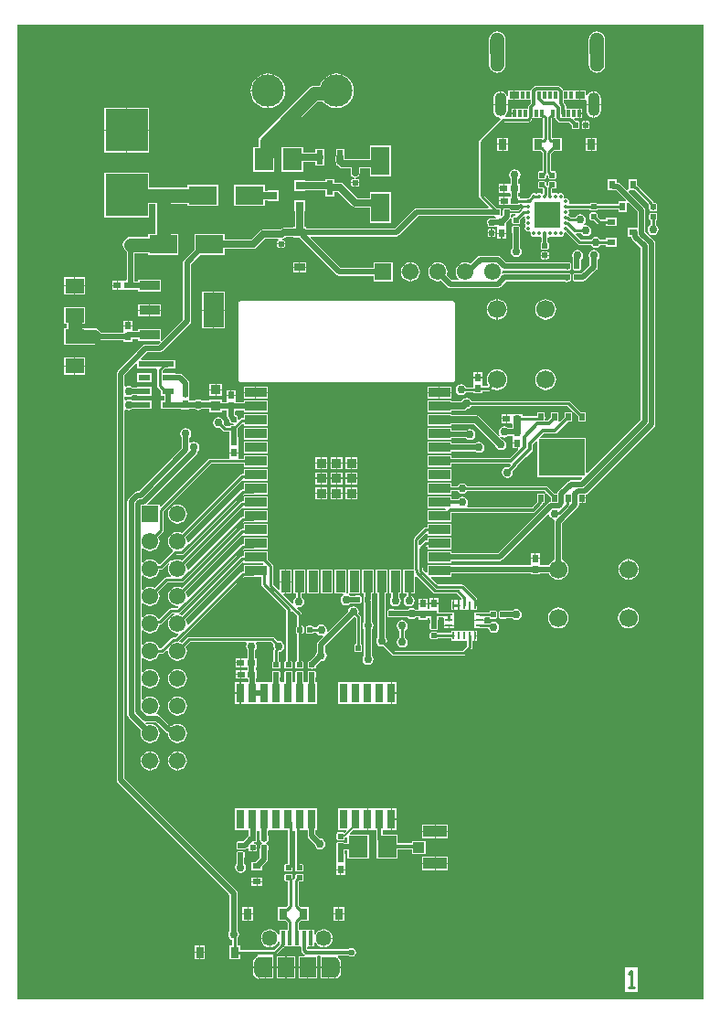
<source format=gtl>
G04*
G04 #@! TF.GenerationSoftware,Altium Limited,Altium Designer,22.5.1 (42)*
G04*
G04 Layer_Physical_Order=1*
G04 Layer_Color=255*
%FSLAX25Y25*%
%MOIN*%
G70*
G04*
G04 #@! TF.SameCoordinates,5F65DDE1-41B9-4BDB-98F2-9488EF11E66D*
G04*
G04*
G04 #@! TF.FilePolarity,Positive*
G04*
G01*
G75*
%ADD14C,0.01000*%
%ADD17C,0.00500*%
%ADD20C,0.00600*%
G04:AMPARAMS|DCode=25|XSize=21.65mil|YSize=19.68mil|CornerRadius=2.46mil|HoleSize=0mil|Usage=FLASHONLY|Rotation=0.000|XOffset=0mil|YOffset=0mil|HoleType=Round|Shape=RoundedRectangle|*
%AMROUNDEDRECTD25*
21,1,0.02165,0.01476,0,0,0.0*
21,1,0.01673,0.01968,0,0,0.0*
1,1,0.00492,0.00837,-0.00738*
1,1,0.00492,-0.00837,-0.00738*
1,1,0.00492,-0.00837,0.00738*
1,1,0.00492,0.00837,0.00738*
%
%ADD25ROUNDEDRECTD25*%
%ADD26R,0.03150X0.03150*%
%ADD27R,0.02362X0.05512*%
%ADD28R,0.07087X0.05315*%
%ADD29R,0.03150X0.02362*%
%ADD30C,0.03000*%
%ADD31R,0.09646X0.09646*%
%ADD32O,0.01772X0.01378*%
%ADD33O,0.01378X0.01772*%
%ADD34R,0.01968X0.02559*%
%ADD35R,0.02800X0.01000*%
%ADD36R,0.01000X0.02800*%
%ADD37R,0.02362X0.03150*%
G04:AMPARAMS|DCode=38|XSize=21.65mil|YSize=19.68mil|CornerRadius=2.46mil|HoleSize=0mil|Usage=FLASHONLY|Rotation=90.000|XOffset=0mil|YOffset=0mil|HoleType=Round|Shape=RoundedRectangle|*
%AMROUNDEDRECTD38*
21,1,0.02165,0.01476,0,0,90.0*
21,1,0.01673,0.01968,0,0,90.0*
1,1,0.00492,0.00738,0.00837*
1,1,0.00492,0.00738,-0.00837*
1,1,0.00492,-0.00738,-0.00837*
1,1,0.00492,-0.00738,0.00837*
%
%ADD38ROUNDEDRECTD38*%
%ADD40R,0.04331X0.02362*%
%ADD41R,0.03150X0.03937*%
%ADD42R,0.07000X0.08000*%
%ADD43R,0.10433X0.06890*%
%ADD44R,0.03543X0.03543*%
%ADD45R,0.07874X0.03543*%
%ADD46R,0.03543X0.07874*%
%ADD47R,0.15748X0.15748*%
%ADD48R,0.03740X0.03740*%
%ADD49R,0.02441X0.02953*%
%ADD50R,0.07480X0.12598*%
%ADD51R,0.07480X0.03543*%
%ADD52R,0.01181X0.02756*%
%ADD53R,0.03543X0.02756*%
%ADD54R,0.04724X0.07480*%
%ADD55R,0.05906X0.07480*%
%ADD56R,0.01575X0.05315*%
%ADD57R,0.02953X0.02441*%
%ADD58R,0.06890X0.10433*%
%ADD59R,0.03150X0.02362*%
%ADD60R,0.03937X0.03150*%
%ADD80R,0.08661X0.04134*%
%ADD81R,0.04134X0.03937*%
%ADD111R,0.16929X0.13386*%
%ADD112C,0.02362*%
%ADD113R,0.03150X0.07087*%
%ADD114C,0.02000*%
%ADD115C,0.02500*%
%ADD116C,0.05000*%
%ADD117C,0.00932*%
%ADD118C,0.01200*%
%ADD119C,0.01414*%
%ADD120C,0.00800*%
%ADD121C,0.06693*%
%ADD122C,0.06102*%
%ADD123R,0.06102X0.06102*%
%ADD124C,0.01181*%
%ADD125O,0.04331X0.08661*%
%ADD126O,0.05118X0.10236*%
%ADD127O,0.03740X0.07480*%
%ADD128C,0.05709*%
%ADD129C,0.11811*%
%ADD130C,0.19685*%
%ADD131C,0.01968*%
G36*
X998550Y443875D02*
X748187D01*
Y799397D01*
X998550D01*
Y443875D01*
D02*
G37*
%LPC*%
G36*
X959723Y796851D02*
X959712Y796847D01*
X959701Y796851D01*
X959567Y796847D01*
X959556Y796842D01*
X959544Y796846D01*
X959410Y796836D01*
X959400Y796830D01*
X959388Y796833D01*
X959255Y796816D01*
X959245Y796810D01*
X959233Y796812D01*
X959101Y796788D01*
X959091Y796781D01*
X959079Y796783D01*
X958949Y796752D01*
X958939Y796745D01*
X958927Y796746D01*
X958798Y796708D01*
X958789Y796700D01*
X958777Y796701D01*
X958650Y796656D01*
X958641Y796648D01*
X958629D01*
X958505Y796597D01*
X958497Y796588D01*
X958485Y796588D01*
X958364Y796530D01*
X958356Y796521D01*
X958344Y796520D01*
X958226Y796456D01*
X958218Y796446D01*
X958206Y796445D01*
X958092Y796375D01*
X958085Y796365D01*
X958073Y796362D01*
X957963Y796286D01*
X957956Y796276D01*
X957944Y796273D01*
X957838Y796191D01*
X957832Y796181D01*
X957820Y796177D01*
X957718Y796090D01*
X957713Y796079D01*
X957701Y796075D01*
X957604Y795983D01*
X957599Y795972D01*
X957588Y795967D01*
X957496Y795869D01*
X957492Y795858D01*
X957481Y795853D01*
X957394Y795751D01*
X957390Y795739D01*
X957380Y795733D01*
X957298Y795627D01*
X957295Y795615D01*
X957285Y795609D01*
X957209Y795498D01*
X957206Y795486D01*
X957197Y795479D01*
X957127Y795365D01*
X957125Y795353D01*
X957115Y795345D01*
X957051Y795227D01*
X957050Y795215D01*
X957041Y795207D01*
X956983Y795086D01*
X956983Y795074D01*
X956974Y795066D01*
X956923Y794942D01*
Y794930D01*
X956915Y794921D01*
X956870Y794794D01*
X956871Y794782D01*
X956863Y794773D01*
X956825Y794644D01*
X956826Y794632D01*
X956819Y794623D01*
X956788Y794492D01*
X956790Y794480D01*
X956783Y794470D01*
X956759Y794338D01*
X956761Y794326D01*
X956755Y794316D01*
X956738Y794183D01*
X956741Y794171D01*
X956735Y794161D01*
X956725Y794027D01*
X956728Y794016D01*
X956724Y794004D01*
X956720Y793870D01*
X956722Y793865D01*
X956720Y793859D01*
Y784804D01*
X956722Y784798D01*
X956720Y784793D01*
X956724Y784659D01*
X956728Y784648D01*
X956725Y784636D01*
X956735Y784503D01*
X956741Y784492D01*
X956738Y784480D01*
X956755Y784347D01*
X956761Y784337D01*
X956759Y784325D01*
X956783Y784193D01*
X956790Y784183D01*
X956788Y784171D01*
X956819Y784041D01*
X956826Y784031D01*
X956825Y784019D01*
X956863Y783890D01*
X956871Y783881D01*
X956870Y783869D01*
X956915Y783742D01*
X956923Y783733D01*
Y783721D01*
X956974Y783598D01*
X956983Y783589D01*
X956983Y783577D01*
X957041Y783456D01*
X957050Y783448D01*
X957051Y783436D01*
X957115Y783318D01*
X957125Y783310D01*
X957127Y783298D01*
X957197Y783184D01*
X957206Y783177D01*
X957209Y783165D01*
X957285Y783055D01*
X957295Y783048D01*
X957298Y783036D01*
X957380Y782930D01*
X957390Y782924D01*
X957394Y782912D01*
X957481Y782810D01*
X957492Y782805D01*
X957496Y782794D01*
X957588Y782696D01*
X957599Y782691D01*
X957604Y782680D01*
X957702Y782588D01*
X957713Y782584D01*
X957718Y782573D01*
X957820Y782486D01*
X957832Y782482D01*
X957838Y782472D01*
X957944Y782390D01*
X957956Y782387D01*
X957963Y782377D01*
X958073Y782301D01*
X958085Y782298D01*
X958092Y782289D01*
X958206Y782219D01*
X958218Y782217D01*
X958226Y782207D01*
X958344Y782143D01*
X958356Y782142D01*
X958364Y782133D01*
X958485Y782075D01*
X958497Y782075D01*
X958505Y782066D01*
X958629Y782015D01*
X958641D01*
X958650Y782007D01*
X958777Y781962D01*
X958789Y781963D01*
X958798Y781955D01*
X958927Y781917D01*
X958939Y781918D01*
X958949Y781911D01*
X959079Y781880D01*
X959091Y781882D01*
X959101Y781875D01*
X959233Y781851D01*
X959245Y781853D01*
X959255Y781847D01*
X959388Y781830D01*
X959400Y781833D01*
X959410Y781827D01*
X959544Y781817D01*
X959556Y781821D01*
X959567Y781816D01*
X959701Y781812D01*
X959712Y781816D01*
X959723Y781812D01*
X959857Y781816D01*
X959868Y781821D01*
X959880Y781817D01*
X960013Y781827D01*
X960024Y781833D01*
X960036Y781830D01*
X960169Y781847D01*
X960179Y781853D01*
X960191Y781851D01*
X960323Y781875D01*
X960333Y781882D01*
X960345Y781880D01*
X960475Y781911D01*
X960485Y781918D01*
X960497Y781917D01*
X960626Y781955D01*
X960635Y781963D01*
X960647Y781962D01*
X960774Y782007D01*
X960783Y782015D01*
X960795D01*
X960919Y782066D01*
X960927Y782075D01*
X960939Y782075D01*
X961060Y782133D01*
X961068Y782142D01*
X961080Y782143D01*
X961198Y782207D01*
X961206Y782217D01*
X961218Y782219D01*
X961332Y782289D01*
X961339Y782298D01*
X961351Y782301D01*
X961461Y782377D01*
X961468Y782387D01*
X961480Y782390D01*
X961586Y782472D01*
X961592Y782482D01*
X961604Y782486D01*
X961705Y782573D01*
X961711Y782584D01*
X961722Y782588D01*
X961819Y782680D01*
X961825Y782691D01*
X961835Y782696D01*
X961928Y782794D01*
X961932Y782805D01*
X961943Y782810D01*
X962030Y782912D01*
X962034Y782924D01*
X962044Y782930D01*
X962126Y783036D01*
X962129Y783048D01*
X962139Y783055D01*
X962215Y783165D01*
X962218Y783177D01*
X962227Y783184D01*
X962297Y783298D01*
X962299Y783310D01*
X962309Y783318D01*
X962373Y783436D01*
X962374Y783448D01*
X962383Y783456D01*
X962440Y783577D01*
X962441Y783589D01*
X962450Y783598D01*
X962501Y783721D01*
Y783733D01*
X962509Y783742D01*
X962554Y783869D01*
X962553Y783881D01*
X962561Y783890D01*
X962599Y784019D01*
X962598Y784031D01*
X962605Y784041D01*
X962636Y784171D01*
X962634Y784183D01*
X962641Y784193D01*
X962665Y784325D01*
X962663Y784337D01*
X962669Y784347D01*
X962686Y784480D01*
X962683Y784492D01*
X962689Y784503D01*
X962699Y784636D01*
X962695Y784648D01*
X962700Y784659D01*
X962704Y784793D01*
X962702Y784798D01*
X962704Y784804D01*
Y793859D01*
X962702Y793865D01*
X962704Y793870D01*
X962700Y794004D01*
X962695Y794016D01*
X962699Y794027D01*
X962689Y794161D01*
X962683Y794171D01*
X962686Y794183D01*
X962669Y794316D01*
X962663Y794326D01*
X962665Y794338D01*
X962641Y794470D01*
X962634Y794480D01*
X962636Y794492D01*
X962605Y794623D01*
X962598Y794632D01*
X962599Y794644D01*
X962561Y794773D01*
X962553Y794782D01*
X962554Y794794D01*
X962509Y794921D01*
X962501Y794930D01*
Y794942D01*
X962450Y795066D01*
X962441Y795074D01*
X962440Y795086D01*
X962383Y795207D01*
X962374Y795215D01*
X962373Y795227D01*
X962309Y795345D01*
X962299Y795353D01*
X962297Y795365D01*
X962227Y795479D01*
X962218Y795486D01*
X962215Y795498D01*
X962139Y795609D01*
X962129Y795615D01*
X962126Y795627D01*
X962044Y795733D01*
X962034Y795739D01*
X962030Y795751D01*
X961943Y795853D01*
X961932Y795858D01*
X961928Y795869D01*
X961835Y795967D01*
X961825Y795972D01*
X961819Y795983D01*
X961722Y796075D01*
X961711Y796079D01*
X961705Y796090D01*
X961604Y796177D01*
X961592Y796181D01*
X961586Y796191D01*
X961480Y796273D01*
X961468Y796276D01*
X961461Y796286D01*
X961351Y796362D01*
X961339Y796365D01*
X961332Y796375D01*
X961218Y796445D01*
X961206Y796446D01*
X961198Y796456D01*
X961080Y796520D01*
X961068Y796521D01*
X961060Y796530D01*
X960939Y796588D01*
X960927Y796588D01*
X960919Y796597D01*
X960795Y796648D01*
X960783D01*
X960774Y796656D01*
X960647Y796701D01*
X960635Y796700D01*
X960626Y796708D01*
X960497Y796746D01*
X960485Y796745D01*
X960475Y796752D01*
X960345Y796783D01*
X960333Y796781D01*
X960323Y796788D01*
X960191Y796812D01*
X960179Y796810D01*
X960169Y796816D01*
X960036Y796833D01*
X960024Y796830D01*
X960013Y796836D01*
X959880Y796846D01*
X959868Y796842D01*
X959857Y796847D01*
X959723Y796851D01*
D02*
G37*
G36*
X923345D02*
X923334Y796847D01*
X923323Y796851D01*
X923189Y796847D01*
X923178Y796842D01*
X923166Y796846D01*
X923032Y796836D01*
X923022Y796830D01*
X923010Y796833D01*
X922877Y796816D01*
X922867Y796810D01*
X922855Y796812D01*
X922723Y796788D01*
X922713Y796781D01*
X922701Y796783D01*
X922571Y796752D01*
X922561Y796745D01*
X922549Y796746D01*
X922420Y796708D01*
X922411Y796700D01*
X922399Y796701D01*
X922272Y796656D01*
X922263Y796648D01*
X922251D01*
X922127Y796597D01*
X922119Y796588D01*
X922107Y796588D01*
X921986Y796530D01*
X921978Y796521D01*
X921966Y796520D01*
X921848Y796456D01*
X921840Y796446D01*
X921828Y796445D01*
X921714Y796375D01*
X921707Y796365D01*
X921695Y796362D01*
X921585Y796286D01*
X921578Y796276D01*
X921566Y796273D01*
X921460Y796191D01*
X921454Y796181D01*
X921442Y796177D01*
X921340Y796090D01*
X921335Y796079D01*
X921324Y796075D01*
X921226Y795983D01*
X921222Y795972D01*
X921210Y795967D01*
X921118Y795869D01*
X921114Y795858D01*
X921103Y795853D01*
X921016Y795751D01*
X921012Y795739D01*
X921002Y795733D01*
X920920Y795627D01*
X920917Y795615D01*
X920907Y795609D01*
X920831Y795498D01*
X920828Y795486D01*
X920819Y795479D01*
X920749Y795365D01*
X920747Y795353D01*
X920737Y795345D01*
X920673Y795227D01*
X920672Y795215D01*
X920663Y795207D01*
X920605Y795086D01*
X920605Y795074D01*
X920596Y795066D01*
X920545Y794942D01*
Y794930D01*
X920537Y794921D01*
X920492Y794794D01*
X920493Y794782D01*
X920485Y794773D01*
X920447Y794644D01*
X920448Y794632D01*
X920441Y794623D01*
X920410Y794492D01*
X920412Y794480D01*
X920405Y794470D01*
X920381Y794338D01*
X920383Y794326D01*
X920377Y794316D01*
X920360Y794183D01*
X920363Y794171D01*
X920357Y794161D01*
X920347Y794027D01*
X920351Y794016D01*
X920346Y794004D01*
X920342Y793870D01*
X920344Y793865D01*
X920342Y793859D01*
Y784804D01*
X920344Y784798D01*
X920342Y784793D01*
X920346Y784659D01*
X920351Y784648D01*
X920347Y784636D01*
X920357Y784503D01*
X920363Y784492D01*
X920360Y784480D01*
X920377Y784347D01*
X920383Y784337D01*
X920381Y784325D01*
X920405Y784193D01*
X920412Y784183D01*
X920410Y784171D01*
X920441Y784041D01*
X920448Y784031D01*
X920447Y784019D01*
X920485Y783890D01*
X920493Y783881D01*
X920492Y783869D01*
X920537Y783742D01*
X920545Y783733D01*
Y783721D01*
X920596Y783598D01*
X920605Y783589D01*
X920605Y783577D01*
X920663Y783456D01*
X920672Y783448D01*
X920673Y783436D01*
X920737Y783318D01*
X920747Y783310D01*
X920749Y783298D01*
X920819Y783184D01*
X920828Y783177D01*
X920831Y783165D01*
X920907Y783055D01*
X920917Y783048D01*
X920920Y783036D01*
X921002Y782930D01*
X921012Y782924D01*
X921016Y782912D01*
X921103Y782810D01*
X921114Y782805D01*
X921118Y782794D01*
X921210Y782696D01*
X921222Y782691D01*
X921226Y782680D01*
X921324Y782588D01*
X921335Y782584D01*
X921340Y782573D01*
X921442Y782486D01*
X921454Y782482D01*
X921460Y782472D01*
X921566Y782390D01*
X921578Y782387D01*
X921585Y782377D01*
X921695Y782301D01*
X921707Y782298D01*
X921714Y782289D01*
X921828Y782219D01*
X921840Y782217D01*
X921848Y782207D01*
X921966Y782143D01*
X921978Y782142D01*
X921986Y782133D01*
X922107Y782075D01*
X922119Y782075D01*
X922127Y782066D01*
X922251Y782015D01*
X922263D01*
X922272Y782007D01*
X922399Y781962D01*
X922411Y781963D01*
X922420Y781955D01*
X922549Y781917D01*
X922561Y781918D01*
X922571Y781911D01*
X922701Y781880D01*
X922713Y781882D01*
X922723Y781875D01*
X922855Y781851D01*
X922867Y781853D01*
X922877Y781847D01*
X923010Y781830D01*
X923022Y781833D01*
X923032Y781827D01*
X923166Y781817D01*
X923178Y781821D01*
X923189Y781816D01*
X923323Y781812D01*
X923334Y781816D01*
X923345Y781812D01*
X923479Y781816D01*
X923490Y781821D01*
X923502Y781817D01*
X923635Y781827D01*
X923646Y781833D01*
X923658Y781830D01*
X923791Y781847D01*
X923801Y781853D01*
X923813Y781851D01*
X923945Y781875D01*
X923955Y781882D01*
X923967Y781880D01*
X924097Y781911D01*
X924107Y781918D01*
X924119Y781917D01*
X924248Y781955D01*
X924257Y781963D01*
X924269Y781962D01*
X924396Y782007D01*
X924405Y782015D01*
X924417D01*
X924541Y782066D01*
X924549Y782075D01*
X924561Y782075D01*
X924682Y782133D01*
X924690Y782142D01*
X924702Y782143D01*
X924820Y782207D01*
X924828Y782217D01*
X924840Y782219D01*
X924954Y782289D01*
X924961Y782298D01*
X924973Y782301D01*
X925083Y782377D01*
X925090Y782387D01*
X925102Y782390D01*
X925208Y782472D01*
X925214Y782482D01*
X925226Y782486D01*
X925327Y782573D01*
X925333Y782584D01*
X925344Y782588D01*
X925441Y782680D01*
X925447Y782691D01*
X925458Y782696D01*
X925550Y782794D01*
X925554Y782805D01*
X925565Y782810D01*
X925652Y782912D01*
X925656Y782924D01*
X925666Y782930D01*
X925748Y783036D01*
X925751Y783048D01*
X925761Y783055D01*
X925837Y783165D01*
X925840Y783177D01*
X925849Y783184D01*
X925919Y783298D01*
X925921Y783310D01*
X925931Y783318D01*
X925995Y783436D01*
X925996Y783448D01*
X926005Y783456D01*
X926063Y783577D01*
X926063Y783589D01*
X926072Y783598D01*
X926123Y783721D01*
Y783733D01*
X926131Y783742D01*
X926176Y783869D01*
X926175Y783881D01*
X926183Y783890D01*
X926221Y784019D01*
X926220Y784031D01*
X926227Y784041D01*
X926258Y784171D01*
X926256Y784183D01*
X926263Y784193D01*
X926287Y784325D01*
X926285Y784337D01*
X926291Y784347D01*
X926308Y784480D01*
X926305Y784492D01*
X926311Y784503D01*
X926321Y784636D01*
X926317Y784648D01*
X926322Y784659D01*
X926326Y784793D01*
X926324Y784798D01*
X926326Y784804D01*
Y793859D01*
X926324Y793865D01*
X926326Y793870D01*
X926322Y794004D01*
X926317Y794016D01*
X926321Y794027D01*
X926311Y794161D01*
X926305Y794171D01*
X926308Y794183D01*
X926291Y794316D01*
X926285Y794326D01*
X926287Y794338D01*
X926263Y794470D01*
X926256Y794480D01*
X926258Y794492D01*
X926227Y794623D01*
X926220Y794632D01*
X926221Y794644D01*
X926183Y794773D01*
X926175Y794782D01*
X926176Y794794D01*
X926131Y794921D01*
X926123Y794930D01*
Y794942D01*
X926072Y795066D01*
X926063Y795074D01*
X926063Y795086D01*
X926005Y795207D01*
X925996Y795215D01*
X925995Y795227D01*
X925931Y795345D01*
X925921Y795353D01*
X925919Y795365D01*
X925849Y795479D01*
X925840Y795486D01*
X925837Y795498D01*
X925761Y795609D01*
X925751Y795615D01*
X925748Y795627D01*
X925666Y795733D01*
X925656Y795739D01*
X925652Y795751D01*
X925565Y795853D01*
X925554Y795858D01*
X925550Y795869D01*
X925458Y795967D01*
X925447Y795972D01*
X925442Y795983D01*
X925344Y796075D01*
X925333Y796079D01*
X925327Y796090D01*
X925226Y796177D01*
X925214Y796181D01*
X925208Y796191D01*
X925102Y796273D01*
X925090Y796276D01*
X925083Y796286D01*
X924973Y796362D01*
X924961Y796365D01*
X924954Y796375D01*
X924840Y796445D01*
X924828Y796446D01*
X924820Y796456D01*
X924702Y796520D01*
X924690Y796521D01*
X924682Y796530D01*
X924561Y796588D01*
X924549Y796588D01*
X924541Y796597D01*
X924417Y796648D01*
X924405D01*
X924396Y796656D01*
X924269Y796701D01*
X924257Y796700D01*
X924248Y796708D01*
X924119Y796746D01*
X924107Y796745D01*
X924097Y796752D01*
X923967Y796783D01*
X923955Y796781D01*
X923945Y796788D01*
X923813Y796812D01*
X923801Y796810D01*
X923791Y796816D01*
X923658Y796833D01*
X923646Y796830D01*
X923635Y796836D01*
X923502Y796846D01*
X923490Y796842D01*
X923479Y796847D01*
X923345Y796851D01*
D02*
G37*
G36*
X839848Y781516D02*
Y775400D01*
X845964D01*
X845862Y776436D01*
X845502Y777625D01*
X844916Y778720D01*
X844128Y779680D01*
X843168Y780468D01*
X842073Y781054D01*
X840884Y781414D01*
X839848Y781516D01*
D02*
G37*
G36*
X839448D02*
X838412Y781414D01*
X837223Y781054D01*
X836128Y780468D01*
X835168Y779680D01*
X834380Y778720D01*
X833794Y777625D01*
X833434Y776436D01*
X833332Y775400D01*
X839448D01*
Y781516D01*
D02*
G37*
G36*
X929315Y775480D02*
X927343D01*
Y773545D01*
X926843Y773446D01*
X926756Y773657D01*
X926345Y774193D01*
X925809Y774604D01*
X925185Y774862D01*
X924715Y774924D01*
Y770398D01*
X927103D01*
Y771523D01*
X927343Y771924D01*
X929315D01*
Y773702D01*
Y775480D01*
D02*
G37*
G36*
X945481Y777099D02*
X937438D01*
X937048Y777022D01*
X936718Y776801D01*
X935881Y775964D01*
X935660Y775633D01*
X935629Y775480D01*
X929715D01*
Y773702D01*
Y771924D01*
X935582D01*
Y770620D01*
X934896Y769934D01*
X934676Y769604D01*
X934598Y769213D01*
Y768787D01*
X929912D01*
Y767009D01*
X929712D01*
Y766809D01*
X928721D01*
Y765648D01*
X926444D01*
X926274Y766148D01*
X926345Y766203D01*
X926756Y766739D01*
X927014Y767363D01*
X927103Y768032D01*
Y769998D01*
X924515D01*
X921928D01*
Y768032D01*
X922016Y767363D01*
X922274Y766739D01*
X922686Y766203D01*
X923221Y765792D01*
X923845Y765533D01*
X924331Y765469D01*
X924530Y765005D01*
X924531Y764962D01*
X916799Y757230D01*
X916600Y756932D01*
X916531Y756581D01*
Y736819D01*
X916600Y736468D01*
X916799Y736170D01*
X920106Y732864D01*
X919914Y732402D01*
X893922D01*
X893922Y732402D01*
X893376Y732293D01*
X892913Y731984D01*
X892913Y731984D01*
X885935Y725005D01*
X853512D01*
Y725553D01*
X852826D01*
Y731296D01*
X853119D01*
Y735246D01*
X849169D01*
Y731296D01*
X849462D01*
Y725553D01*
X848775D01*
Y725260D01*
X845426D01*
X845426Y725260D01*
X844782Y725132D01*
X844236Y724768D01*
X844059Y724591D01*
X837943D01*
X837300Y724463D01*
X836754Y724098D01*
X833506Y720851D01*
X824005D01*
Y723013D01*
X812772D01*
Y717342D01*
X809107Y713678D01*
X808798Y713215D01*
X808689Y712669D01*
X808689Y712669D01*
Y691760D01*
X801076Y684146D01*
X800576Y684353D01*
Y688348D01*
X792295D01*
Y687604D01*
X790716D01*
X790269Y687731D01*
X790269Y688104D01*
Y689408D01*
X787028D01*
Y688047D01*
X787028Y687731D01*
Y687452D01*
X786674Y687098D01*
X778708D01*
X778681Y687163D01*
X778216Y687768D01*
X777611Y688233D01*
X776905Y688525D01*
X776148Y688625D01*
X773091D01*
Y688758D01*
X772073D01*
Y690229D01*
X773091D01*
Y696344D01*
X765205D01*
Y690229D01*
X766223D01*
Y688758D01*
X765205D01*
Y682643D01*
X773091D01*
Y682775D01*
X776148D01*
X776905Y682875D01*
X777611Y683167D01*
X778216Y683632D01*
X778681Y684237D01*
X778684Y684243D01*
X787028D01*
Y683794D01*
X790269D01*
Y684749D01*
X792295D01*
Y684005D01*
X800227D01*
X800434Y683505D01*
X799612Y682683D01*
X795038D01*
X795038Y682683D01*
X794492Y682574D01*
X794029Y682265D01*
X794029Y682265D01*
X784866Y673101D01*
X784556Y672638D01*
X784448Y672092D01*
X784448Y672092D01*
Y523973D01*
X784448Y523973D01*
X784556Y523427D01*
X784866Y522964D01*
X825721Y482109D01*
Y469152D01*
X825706Y469142D01*
X825264Y468480D01*
X825109Y467700D01*
X825264Y466920D01*
X825706Y466258D01*
X826368Y465816D01*
X826608Y465768D01*
Y463507D01*
X825551D01*
Y458770D01*
X829501D01*
Y460221D01*
X835868D01*
X835917Y459721D01*
X835546Y459647D01*
X834795Y459146D01*
X834293Y458395D01*
X834117Y457509D01*
Y455839D01*
X836432D01*
Y455639D01*
X836631D01*
Y451494D01*
X836655Y451499D01*
X838594D01*
Y455639D01*
X838794D01*
Y455839D01*
X841556D01*
Y459721D01*
X841556Y459779D01*
X841695Y460221D01*
X842251D01*
X842602Y460291D01*
X842900Y460490D01*
X845208Y462798D01*
X845454Y462962D01*
X845703Y463211D01*
X846280Y463211D01*
X846780Y463211D01*
X848524D01*
X848839Y463211D01*
X849339Y463211D01*
X851584Y463211D01*
X851938Y462858D01*
Y461842D01*
X852016Y461452D01*
X852237Y461121D01*
X852940Y460418D01*
X853147Y460279D01*
X853003Y459779D01*
X850795D01*
Y455839D01*
X854148D01*
X857501D01*
Y459619D01*
X857501Y459779D01*
X857860Y460119D01*
X858507D01*
X858866Y459779D01*
X858866Y459619D01*
Y455839D01*
X861628D01*
Y455639D01*
X861828D01*
Y451499D01*
X863767D01*
X863791Y451494D01*
Y455639D01*
X863991D01*
Y455839D01*
X866305D01*
Y457509D01*
X866129Y458395D01*
X865627Y459146D01*
X865308Y459359D01*
X865180Y460038D01*
X865236Y460119D01*
X868928D01*
X869008Y459999D01*
X869531Y459650D01*
X870148Y459527D01*
X870765Y459650D01*
X871288Y459999D01*
X871637Y460522D01*
X871760Y461139D01*
X871637Y461756D01*
X871288Y462279D01*
X870765Y462628D01*
X870148Y462751D01*
X869531Y462628D01*
X869008Y462279D01*
X868928Y462158D01*
X854083D01*
X853977Y462264D01*
Y462780D01*
X854142Y463211D01*
X854477Y463211D01*
X855129D01*
Y466269D01*
Y469326D01*
X854457D01*
X854142Y469326D01*
X853642Y469326D01*
X851898D01*
X851583Y469326D01*
X851134Y469326D01*
X850780Y469680D01*
Y471953D01*
X851581Y472753D01*
X851602D01*
X851687Y472770D01*
X854686D01*
Y477507D01*
X851687D01*
X851602Y477524D01*
X851581D01*
X850780Y478325D01*
Y486842D01*
X850901Y486963D01*
X851985D01*
X852237Y487013D01*
X852450Y487156D01*
X852593Y487369D01*
X852643Y487621D01*
Y489098D01*
X852593Y489350D01*
X852450Y489564D01*
X852237Y489706D01*
X851985Y489756D01*
X850311D01*
X850059Y489706D01*
X849846Y489564D01*
X849703Y489350D01*
X849653Y489098D01*
Y488211D01*
X849273Y487832D01*
X849239Y487780D01*
X849192Y487765D01*
X848663Y487810D01*
X848648Y487833D01*
Y487841D01*
X848643Y487863D01*
Y489098D01*
X848593Y489350D01*
X848450Y489564D01*
X848237Y489706D01*
X847985Y489756D01*
X846311D01*
X846059Y489706D01*
X845846Y489564D01*
X845703Y489350D01*
X845653Y489098D01*
Y487621D01*
X845703Y487369D01*
X845846Y487156D01*
X846059Y487013D01*
X846311Y486963D01*
X847080D01*
X847083Y486959D01*
Y478325D01*
X846282Y477524D01*
X846261D01*
X846176Y477507D01*
X843177D01*
Y472770D01*
X845829D01*
X846769Y471830D01*
Y469353D01*
X846280Y469326D01*
X845965Y469326D01*
X843906D01*
Y467540D01*
X843406Y467441D01*
X843211Y467910D01*
X842690Y468590D01*
X842010Y469111D01*
X841218Y469439D01*
X840569Y469525D01*
Y466269D01*
Y463013D01*
X841218Y463098D01*
X842010Y463426D01*
X842690Y463948D01*
X843211Y464628D01*
X843406Y465097D01*
X843906Y464997D01*
Y464091D01*
X841871Y462057D01*
X829501D01*
Y463507D01*
X828444D01*
Y466160D01*
X828590Y466258D01*
X829032Y466920D01*
X829187Y467700D01*
X829032Y468480D01*
X828590Y469142D01*
X828576Y469152D01*
Y482700D01*
X828467Y483246D01*
X828157Y483709D01*
X828157Y483709D01*
X787302Y524564D01*
Y658764D01*
X787803Y659031D01*
X788095Y658836D01*
X788875Y658681D01*
X789655Y658836D01*
X790317Y659278D01*
X790346Y659322D01*
X792087D01*
Y659198D01*
X797217D01*
Y662360D01*
X792087D01*
Y662177D01*
X790295D01*
X789655Y662604D01*
X788875Y662759D01*
X788095Y662604D01*
X787803Y662409D01*
X787302Y662676D01*
Y663724D01*
X787803Y663991D01*
X788095Y663796D01*
X788875Y663641D01*
X789655Y663796D01*
X790317Y664238D01*
X790333Y664263D01*
X792087D01*
Y664119D01*
X797217D01*
Y667281D01*
X792087D01*
Y667118D01*
X790320D01*
X790317Y667122D01*
X789655Y667564D01*
X788875Y667719D01*
X788095Y667564D01*
X787803Y667369D01*
X787302Y667636D01*
Y671501D01*
X791625Y675823D01*
X792087Y675632D01*
Y673961D01*
X797217D01*
Y674129D01*
X799001D01*
X799088Y674063D01*
X799361Y673629D01*
X799331Y673476D01*
Y667795D01*
X799400Y667444D01*
X799599Y667146D01*
X800748Y665998D01*
Y664119D01*
X801886D01*
Y662360D01*
X800748D01*
Y659198D01*
X805879D01*
Y659351D01*
X807832D01*
Y659029D01*
X811073D01*
Y659300D01*
X812836D01*
X812845Y659285D01*
X813507Y658844D01*
X814287Y658688D01*
X815067Y658844D01*
X815729Y659285D01*
X815739Y659300D01*
X818378D01*
Y657977D01*
X822918D01*
Y658804D01*
X824528D01*
Y658355D01*
X824721D01*
Y656570D01*
X824721Y656570D01*
X824829Y656024D01*
X825139Y655561D01*
X825653Y655047D01*
Y654734D01*
X825703Y654481D01*
X825846Y654268D01*
X826059Y654125D01*
X826311Y654075D01*
X826928D01*
X827006Y654059D01*
X827076Y653991D01*
X827202Y653775D01*
X827247Y653554D01*
X827080Y653342D01*
X826995Y653325D01*
X826311D01*
X826059Y653275D01*
X825846Y653132D01*
X825703Y652919D01*
X825688Y652846D01*
X824300D01*
X823564Y653582D01*
X823687Y654200D01*
X823532Y654980D01*
X823090Y655642D01*
X822428Y656084D01*
X821648Y656239D01*
X820868Y656084D01*
X820206Y655642D01*
X819764Y654980D01*
X819609Y654200D01*
X819764Y653420D01*
X820206Y652758D01*
X820868Y652316D01*
X821648Y652161D01*
X822266Y652284D01*
X823271Y651279D01*
X823569Y651081D01*
X823920Y651011D01*
X825688D01*
X825703Y650938D01*
X825721Y650912D01*
Y649045D01*
X825528D01*
Y645608D01*
X825528Y645292D01*
X825528Y644792D01*
Y643432D01*
X827148D01*
X828769D01*
Y644792D01*
X828769Y645108D01*
X828769Y645608D01*
Y649045D01*
X828576D01*
Y650912D01*
X828593Y650938D01*
X828643Y651190D01*
Y652126D01*
X830346Y653829D01*
X830847Y653622D01*
Y653037D01*
X839520D01*
Y657380D01*
X830847D01*
Y656030D01*
X830332D01*
X829981Y655960D01*
X829683Y655761D01*
X829143Y655222D01*
X828643Y655429D01*
Y656210D01*
X828593Y656462D01*
X828450Y656676D01*
X828237Y656818D01*
X827985Y656869D01*
X827868D01*
X827575Y657161D01*
Y658355D01*
X827769D01*
Y658804D01*
X830847D01*
Y658037D01*
X839520D01*
Y662380D01*
X830847D01*
Y661659D01*
X828122D01*
X827769Y662012D01*
X827769Y662608D01*
Y663969D01*
X824528D01*
Y662608D01*
X824528Y662292D01*
Y662012D01*
X824174Y661659D01*
X822918D01*
Y662517D01*
X818378D01*
Y662155D01*
X815739D01*
X815729Y662169D01*
X815067Y662611D01*
X814287Y662767D01*
X813507Y662611D01*
X812845Y662169D01*
X812836Y662155D01*
X811073D01*
Y662782D01*
X811073Y662782D01*
Y662966D01*
X811073D01*
X811073Y663282D01*
Y664236D01*
X811079Y664271D01*
Y668513D01*
X810971Y669060D01*
X810661Y669523D01*
X810661Y669523D01*
X808539Y671645D01*
X808076Y671954D01*
X807530Y672063D01*
X807530Y672063D01*
X805879D01*
Y672202D01*
X803513D01*
Y670621D01*
X803113D01*
Y672202D01*
X801166D01*
Y673096D01*
X802014Y673944D01*
X802632D01*
X802721Y673961D01*
X805879D01*
Y677124D01*
X800748D01*
Y676984D01*
X797217D01*
Y677124D01*
X793579D01*
X793387Y677586D01*
X795630Y679828D01*
X800203D01*
X800203Y679828D01*
X800749Y679936D01*
X801213Y680246D01*
X811126Y690159D01*
X811435Y690622D01*
X811544Y691168D01*
X811544Y691169D01*
Y712077D01*
X814790Y715324D01*
X824005D01*
Y717486D01*
X834203D01*
X834847Y717614D01*
X835393Y717979D01*
X838640Y721226D01*
X843385D01*
X843434Y720726D01*
X843362Y720712D01*
X843149Y720569D01*
X843006Y720356D01*
X842956Y720104D01*
Y719565D01*
X845947D01*
Y720104D01*
X845896Y720356D01*
X845753Y720569D01*
X845540Y720712D01*
X845288Y720762D01*
X844986D01*
X844937Y721262D01*
X845400Y721354D01*
X845946Y721719D01*
X846122Y721896D01*
X848775D01*
Y721603D01*
X851101D01*
X851103Y721600D01*
X864513Y708191D01*
X864513Y708191D01*
X864976Y707881D01*
X865522Y707773D01*
X865522Y707773D01*
X878197D01*
Y705749D01*
X885099D01*
Y712651D01*
X878197D01*
Y710628D01*
X866113D01*
X855052Y721689D01*
X855243Y722151D01*
X886526D01*
X886526Y722151D01*
X887072Y722259D01*
X887535Y722569D01*
X894514Y729547D01*
X922258D01*
X922284Y729529D01*
X922536Y729479D01*
X922710D01*
X923007Y728979D01*
X922923Y728826D01*
X922893Y728807D01*
X921054D01*
X920508Y728698D01*
X920045Y728389D01*
X919735Y727925D01*
X919626Y727379D01*
X919735Y726833D01*
X919759Y726798D01*
Y726266D01*
X919809Y726014D01*
X919952Y725801D01*
X920165Y725658D01*
X920417Y725607D01*
X922091D01*
X922342Y725658D01*
X922556Y725801D01*
X923102Y725818D01*
X923322Y725598D01*
Y725325D01*
X923322Y724825D01*
Y723464D01*
X924942D01*
X926563D01*
Y724825D01*
X926563Y725141D01*
X926563Y725641D01*
Y727181D01*
X927827Y728445D01*
X927827Y728445D01*
X928137Y728908D01*
X928245Y729455D01*
Y729892D01*
X928702Y730159D01*
X929800D01*
X930055Y729659D01*
X929950Y729514D01*
X929298D01*
X929046Y729464D01*
X928832Y729321D01*
X928689Y729108D01*
X928639Y728856D01*
Y727379D01*
X928689Y727127D01*
X928832Y726913D01*
X929046Y726771D01*
X929298Y726721D01*
X930971D01*
X931223Y726771D01*
X931437Y726913D01*
X931580Y727127D01*
X931630Y727379D01*
Y728315D01*
X933072Y729757D01*
X933117Y729741D01*
X933509Y729428D01*
X933424Y729003D01*
X933509Y728578D01*
X933656Y728359D01*
X933715Y728019D01*
X933656Y727679D01*
X933509Y727460D01*
X933424Y727035D01*
X933509Y726610D01*
X933750Y726250D01*
Y725851D01*
X933509Y725491D01*
X933424Y725066D01*
X933509Y724641D01*
X933750Y724281D01*
X934110Y724040D01*
X934535Y723956D01*
X934929D01*
X935141Y723998D01*
X935141Y723998D01*
X935534Y723605D01*
X935534Y723605D01*
X935491Y723393D01*
Y722999D01*
X935576Y722574D01*
X935817Y722214D01*
X936177Y721974D01*
X936602Y721889D01*
X937027Y721974D01*
X937246Y722120D01*
X937586Y722180D01*
X937926Y722120D01*
X938145Y721974D01*
X938570Y721889D01*
X938995Y721974D01*
X939128Y722063D01*
X939629Y721795D01*
Y720104D01*
X939559Y720090D01*
X939346Y719947D01*
X939203Y719734D01*
X939153Y719482D01*
Y718005D01*
X939203Y717753D01*
X939346Y717539D01*
X939559Y717397D01*
X939812Y717346D01*
X941485D01*
X941737Y717397D01*
X941951Y717539D01*
X942093Y717753D01*
X942143Y718005D01*
Y719482D01*
X942093Y719734D01*
X941951Y719947D01*
X941737Y720090D01*
X941668Y720104D01*
Y721649D01*
X941844Y721787D01*
X942168Y721956D01*
X942507Y721889D01*
X942932Y721974D01*
X943152Y722120D01*
X943491Y722180D01*
X943831Y722120D01*
X944051Y721974D01*
X944476Y721889D01*
X944901Y721974D01*
X945120Y722120D01*
X945460Y722180D01*
X945800Y722120D01*
X946019Y721974D01*
X946444Y721889D01*
X946869Y721974D01*
X947229Y722214D01*
X947470Y722574D01*
X947554Y722999D01*
Y723346D01*
X947620Y723457D01*
X947950Y723782D01*
X948311Y723771D01*
X952774Y719309D01*
X953071Y719110D01*
X953423Y719040D01*
X957444D01*
X957795Y718516D01*
X958456Y718074D01*
X959237Y717919D01*
X960017Y718074D01*
X960678Y718516D01*
X961029Y719040D01*
X963076D01*
Y718377D01*
X967025D01*
Y721539D01*
X963076D01*
Y720876D01*
X961029D01*
X960678Y721400D01*
X960017Y721842D01*
X959237Y721997D01*
X958456Y721842D01*
X957795Y721400D01*
X957444Y720876D01*
X953803D01*
X951896Y722782D01*
X952103Y723282D01*
X953856D01*
X954206Y722758D01*
X954868Y722316D01*
X955648Y722161D01*
X956428Y722316D01*
X957090Y722758D01*
X957532Y723420D01*
X957687Y724200D01*
X957532Y724980D01*
X957090Y725642D01*
X956428Y726084D01*
X955648Y726239D01*
X955029Y726116D01*
X954834Y726587D01*
X955090Y726758D01*
X955532Y727420D01*
X955687Y728200D01*
X955532Y728980D01*
X955090Y729642D01*
X954428Y730084D01*
X953648Y730239D01*
X952868Y730084D01*
X952206Y729642D01*
X951856Y729118D01*
X949973D01*
X949511Y729580D01*
X949375Y729671D01*
X949296Y729788D01*
X949390Y730327D01*
X949537Y730547D01*
X949621Y730972D01*
X949537Y731397D01*
X949413Y731582D01*
X949642Y732082D01*
X956982D01*
X956996Y732009D01*
X957139Y731795D01*
X957353Y731652D01*
X957605Y731602D01*
X959278D01*
X959530Y731652D01*
X959744Y731795D01*
X959887Y732009D01*
X959901Y732082D01*
X967446D01*
Y731025D01*
X970608D01*
Y734442D01*
X971108Y734649D01*
X974551Y731207D01*
Y725279D01*
X971028D01*
Y722117D01*
X972154D01*
X972259Y721587D01*
X972569Y721124D01*
X975721Y717972D01*
Y655277D01*
X956159Y635715D01*
X955697Y635906D01*
Y648600D01*
X939138D01*
X938947Y649062D01*
X940211Y650326D01*
X944408D01*
X944798Y650403D01*
X945129Y650625D01*
X949116Y654611D01*
X950716D01*
Y657475D01*
X950716Y657901D01*
X951118Y658207D01*
X952904Y656421D01*
X952948Y656392D01*
Y654611D01*
X955716D01*
Y657970D01*
X953950D01*
X950072Y661849D01*
X949774Y662048D01*
X949423Y662118D01*
X913940D01*
X913590Y662642D01*
X912928Y663084D01*
X912148Y663239D01*
X911368Y663084D01*
X910706Y662642D01*
X910264Y661980D01*
X910246Y661891D01*
X906450D01*
Y662380D01*
X897776D01*
Y658037D01*
X906450D01*
Y658526D01*
X911021D01*
X911665Y658654D01*
X912211Y659019D01*
X912404Y659212D01*
X912928Y659316D01*
X913590Y659758D01*
X913940Y660282D01*
X949043D01*
X950953Y658372D01*
X950648Y657970D01*
X950245Y657970D01*
X947948D01*
Y656327D01*
X946206Y654585D01*
X945716Y654803D01*
X945716Y655032D01*
Y657970D01*
X942948D01*
Y656189D01*
X941759Y654999D01*
X940716D01*
Y655810D01*
X940760Y656027D01*
Y656291D01*
X940716Y656508D01*
Y657970D01*
X937948D01*
Y656618D01*
X932493D01*
Y657320D01*
X930928D01*
X930617Y657382D01*
X930306Y657320D01*
X928740Y657320D01*
X928240Y657320D01*
X926880D01*
Y655700D01*
Y654080D01*
X928240D01*
X928556Y654080D01*
X928934Y653786D01*
Y652274D01*
X927363D01*
X927353Y652288D01*
X926692Y652730D01*
X925911Y652886D01*
X925131Y652730D01*
X924469Y652288D01*
X924028Y651627D01*
X923872Y650846D01*
X924028Y650066D01*
X924298Y649661D01*
X923910Y649342D01*
X916854Y656398D01*
X916308Y656763D01*
X915664Y656891D01*
X906450D01*
Y657380D01*
X897776D01*
Y653037D01*
X906450D01*
Y653526D01*
X914967D01*
X922687Y645807D01*
X922764Y645420D01*
X923206Y644758D01*
X923868Y644316D01*
X924648Y644161D01*
X925428Y644316D01*
X926090Y644758D01*
X926532Y645420D01*
X926687Y646200D01*
X926532Y646980D01*
X926090Y647642D01*
X925428Y648084D01*
X925103Y648149D01*
X924407Y648845D01*
X924726Y649233D01*
X925131Y648962D01*
X925911Y648807D01*
X926692Y648962D01*
X927353Y649404D01*
X927363Y649419D01*
X929028D01*
Y648792D01*
X929028D01*
Y648608D01*
X929028D01*
Y646932D01*
X930648D01*
Y646732D01*
X930848D01*
Y644709D01*
X930979Y644393D01*
X927814Y641228D01*
X906450D01*
Y642380D01*
X897776D01*
Y638037D01*
X906450D01*
Y639189D01*
X927983D01*
X928190Y638689D01*
X927519Y638018D01*
X927021Y638117D01*
X926240Y637962D01*
X925579Y637520D01*
X925137Y636858D01*
X924981Y636078D01*
X925137Y635297D01*
X925579Y634636D01*
X926240Y634194D01*
X927021Y634038D01*
X927801Y634194D01*
X928463Y634636D01*
X928905Y635297D01*
X929060Y636078D01*
X928961Y636576D01*
X930374Y637989D01*
X930595Y638320D01*
X930630Y638496D01*
X933788Y641654D01*
X933788Y641654D01*
X935946Y643812D01*
X936167Y644143D01*
X936244Y644533D01*
Y646359D01*
X937506Y647621D01*
X937968Y647429D01*
Y634414D01*
X954205D01*
X954396Y633952D01*
X953674Y633231D01*
X950168D01*
X949622Y633122D01*
X949159Y632813D01*
X949159Y632812D01*
X945707Y629361D01*
X945398Y628898D01*
X945299Y628403D01*
X943950D01*
X941496Y630858D01*
X941198Y631056D01*
X940847Y631126D01*
X912343D01*
X912041Y631578D01*
X911413Y631998D01*
X910671Y632146D01*
X909930Y631998D01*
X909301Y631578D01*
X908999Y631126D01*
X906450D01*
Y632380D01*
X897776D01*
Y628037D01*
X906450D01*
Y629291D01*
X908999D01*
X909301Y628839D01*
X909930Y628419D01*
X910671Y628271D01*
X911413Y628419D01*
X912041Y628839D01*
X912343Y629291D01*
X940467D01*
X940953Y628805D01*
X940648Y628403D01*
X940245Y628403D01*
X937948D01*
Y626438D01*
X937928Y626339D01*
Y625325D01*
X936060Y623457D01*
X912470D01*
X912223Y623957D01*
X912532Y624420D01*
X912687Y625200D01*
X912532Y625980D01*
X912090Y626642D01*
X911428Y627084D01*
X910648Y627239D01*
X909868Y627084D01*
X909206Y626642D01*
X908924Y626220D01*
X906450D01*
Y627380D01*
X897776D01*
Y623037D01*
X904244D01*
X904502Y622537D01*
X904390Y622380D01*
X897776D01*
Y618037D01*
X906450D01*
Y621282D01*
X906452Y621295D01*
X906575Y621417D01*
X936482D01*
X936872Y621495D01*
X937203Y621716D01*
X939669Y624182D01*
X939890Y624513D01*
X939968Y624903D01*
Y625044D01*
X940716D01*
Y627908D01*
X940716Y628335D01*
X941119Y628640D01*
X942904Y626854D01*
X942948Y626825D01*
Y625452D01*
X942500Y625363D01*
X942036Y625054D01*
X942036Y625054D01*
X923619Y606636D01*
X906450D01*
Y607380D01*
X897776D01*
Y603037D01*
X906450D01*
Y603781D01*
X924210D01*
X924210Y603781D01*
X924757Y603890D01*
X925220Y604199D01*
X941793Y620773D01*
X942336Y620609D01*
X942404Y620264D01*
X942846Y619602D01*
X943508Y619160D01*
X943953Y619072D01*
X944049Y618947D01*
X944250Y618526D01*
X944166Y618107D01*
X944166Y618107D01*
Y604258D01*
X943704Y604067D01*
X942922Y603466D01*
X942321Y602684D01*
X942117Y602190D01*
X939122D01*
X938769Y602544D01*
X938768Y603139D01*
Y604500D01*
X937148D01*
X935528D01*
Y603139D01*
X935528Y602824D01*
Y602544D01*
X935174Y602190D01*
X906450D01*
Y602380D01*
X897776D01*
Y599515D01*
X897314Y599324D01*
X896137Y600500D01*
Y601161D01*
X896068Y601512D01*
X896066Y601515D01*
Y607865D01*
X897276Y609075D01*
X897776Y608868D01*
Y608037D01*
X906450D01*
Y612380D01*
X897776D01*
Y611276D01*
X897261D01*
X896910Y611206D01*
X896612Y611007D01*
X895128Y609522D01*
X894666Y609714D01*
Y611334D01*
X897276Y613944D01*
X897776Y613737D01*
Y613037D01*
X906450D01*
Y617380D01*
X897776D01*
Y616126D01*
X897243D01*
X896891Y616056D01*
X896594Y615858D01*
X893099Y612363D01*
X892900Y612065D01*
X892830Y611714D01*
Y600653D01*
X892794Y600609D01*
X888976D01*
Y591935D01*
X890230D01*
Y590992D01*
X889706Y590642D01*
X889264Y589980D01*
X889109Y589200D01*
X889264Y588420D01*
X889706Y587758D01*
X890368Y587316D01*
X891148Y587161D01*
X891928Y587316D01*
X892590Y587758D01*
X893032Y588420D01*
X893187Y589200D01*
X893032Y589980D01*
X892590Y590642D01*
X892066Y590992D01*
Y591935D01*
X893320D01*
Y598089D01*
X893782Y598281D01*
X899871Y592191D01*
X900169Y591992D01*
X900520Y591922D01*
X908501D01*
X910330Y590093D01*
Y590025D01*
X910148Y589600D01*
X909830Y589600D01*
X909448D01*
Y587800D01*
Y586000D01*
X909848D01*
X910148Y586000D01*
X910648Y586000D01*
X911848D01*
X912148Y586000D01*
Y586000D01*
X912348D01*
Y586000D01*
X913048D01*
Y587800D01*
X913448D01*
Y586000D01*
X914148D01*
X914148Y586000D01*
X914248D01*
Y586000D01*
X914648Y586000D01*
X916048D01*
Y587711D01*
X916066Y587800D01*
Y589573D01*
X915996Y589924D01*
X915797Y590222D01*
X911130Y594889D01*
X910832Y595088D01*
X910481Y595158D01*
X901480D01*
X899063Y597575D01*
X899254Y598037D01*
X906450D01*
Y599336D01*
X935528D01*
Y598887D01*
X938768D01*
Y599336D01*
X942143D01*
X942321Y598905D01*
X942922Y598123D01*
X943704Y597522D01*
X944616Y597144D01*
X945594Y597016D01*
X946572Y597144D01*
X947483Y597522D01*
X948266Y598123D01*
X948866Y598905D01*
X949244Y599816D01*
X949373Y600794D01*
X949244Y601772D01*
X948866Y602684D01*
X948266Y603466D01*
X947483Y604067D01*
X947021Y604258D01*
Y617516D01*
X952726Y623220D01*
X952726Y623220D01*
X953035Y623683D01*
X953144Y624229D01*
X953144Y624230D01*
Y625044D01*
X954132D01*
Y626724D01*
X954332D01*
Y626924D01*
X955716D01*
Y628067D01*
X955806Y628084D01*
X956269Y628394D01*
X980557Y652682D01*
X980557Y652682D01*
X980867Y653145D01*
X980976Y653692D01*
Y719557D01*
X980976Y719557D01*
X980867Y720104D01*
X980557Y720567D01*
X980557Y720567D01*
X977405Y723719D01*
Y731798D01*
X977405Y731798D01*
X977297Y732344D01*
X976987Y732807D01*
X976987Y732807D01*
X971317Y738477D01*
X971525Y738977D01*
X973359D01*
X973448Y738960D01*
X973462D01*
X978748Y733674D01*
Y732967D01*
X978753Y732942D01*
Y732091D01*
X978803Y731839D01*
X978946Y731625D01*
X979159Y731482D01*
X979411Y731432D01*
X981085D01*
X981337Y731482D01*
X981550Y731625D01*
X981693Y731839D01*
X981743Y732091D01*
Y733567D01*
X981693Y733819D01*
X981550Y734033D01*
X981337Y734175D01*
X981085Y734226D01*
X980549D01*
X980513Y734405D01*
X980314Y734703D01*
X974491Y740526D01*
X974348Y740621D01*
Y742927D01*
X971186D01*
Y739316D01*
X970686Y739109D01*
X968408Y741387D01*
X967945Y741696D01*
X967399Y741805D01*
X967399Y741805D01*
X966868D01*
Y742927D01*
X963706D01*
Y738977D01*
X965330D01*
X965468Y738950D01*
X966807D01*
X970283Y735474D01*
X970076Y734974D01*
X967446D01*
Y733917D01*
X959901D01*
X959887Y733989D01*
X959744Y734203D01*
X959530Y734346D01*
X959278Y734396D01*
X957605D01*
X957353Y734346D01*
X957139Y734203D01*
X956996Y733989D01*
X956982Y733917D01*
X949759D01*
X949492Y734417D01*
X949537Y734484D01*
X949621Y734909D01*
X949537Y735334D01*
X949296Y735694D01*
X948936Y735934D01*
X948511Y736019D01*
X948118D01*
X947905Y735977D01*
X947905Y735977D01*
X947512Y736370D01*
X947512Y736370D01*
X947554Y736582D01*
Y736976D01*
X947470Y737400D01*
X947229Y737761D01*
X946869Y738001D01*
X946444Y738086D01*
X946019Y738001D01*
X945800Y737854D01*
X945460Y737795D01*
X945120Y737854D01*
X944901Y738001D01*
X944676Y738046D01*
Y736779D01*
X944276D01*
Y738046D01*
X944051Y738001D01*
X943691Y737761D01*
X943574D01*
X943122Y738190D01*
Y739502D01*
X943151Y739532D01*
X944234D01*
X944487Y739582D01*
X944700Y739724D01*
X944843Y739938D01*
X944893Y740190D01*
Y741667D01*
X944843Y741919D01*
X944700Y742132D01*
X944487Y742275D01*
X944234Y742325D01*
X942561D01*
X942309Y742275D01*
X942095Y742132D01*
X941953Y741919D01*
X941902Y741667D01*
Y740845D01*
X941523Y740622D01*
X941143Y740845D01*
Y741667D01*
X941093Y741919D01*
X940950Y742132D01*
X940737Y742275D01*
X940485Y742325D01*
X938811D01*
X938559Y742275D01*
X938346Y742132D01*
X938203Y741919D01*
X938153Y741667D01*
Y740190D01*
X938203Y739938D01*
X938346Y739724D01*
X938559Y739582D01*
X938811Y739532D01*
X939895D01*
X939924Y739502D01*
Y738108D01*
X939450Y737814D01*
X939215Y737854D01*
X938995Y738001D01*
X938570Y738086D01*
X938145Y738001D01*
X937876Y737821D01*
X937586Y737785D01*
X937296Y737821D01*
X937027Y738001D01*
X936602Y738086D01*
X936177Y738001D01*
X935817Y737761D01*
X935576Y737400D01*
X935491Y736976D01*
Y736966D01*
X934544Y736019D01*
X934535D01*
X934110Y735934D01*
X933948Y735826D01*
X931633D01*
Y736729D01*
X931044D01*
Y738080D01*
X931493D01*
Y741321D01*
X931044D01*
Y743044D01*
X931176Y743132D01*
X931618Y743794D01*
X931774Y744574D01*
X931618Y745354D01*
X931176Y746016D01*
X930515Y746458D01*
X929735Y746613D01*
X928954Y746458D01*
X928293Y746016D01*
X927851Y745354D01*
X927695Y744574D01*
X927851Y743794D01*
X928189Y743287D01*
Y741674D01*
X927836Y741321D01*
X927240Y741321D01*
X925880D01*
Y739700D01*
Y738080D01*
X927240D01*
X927556Y738080D01*
X927836D01*
X928189Y737726D01*
Y736746D01*
X927696Y736729D01*
X927380Y736729D01*
X926020D01*
Y735109D01*
Y733488D01*
X927380D01*
X927696Y733488D01*
X928196Y733488D01*
X931633D01*
Y733991D01*
X932407D01*
X932558Y733491D01*
X932432Y733406D01*
X930815Y731790D01*
X928215D01*
Y731811D01*
X928165Y732063D01*
X928022Y732277D01*
X927808Y732419D01*
X927556Y732470D01*
X926080D01*
X925828Y732419D01*
X925614Y732277D01*
X925471Y732063D01*
X925421Y731811D01*
Y730138D01*
X925430Y730091D01*
X925429Y730084D01*
X925070Y729726D01*
X924646Y730008D01*
X924672Y730138D01*
Y730821D01*
X924702Y730974D01*
X924672Y731128D01*
Y731811D01*
X924621Y732063D01*
X924479Y732277D01*
X924265Y732419D01*
X924013Y732470D01*
X923095D01*
X918366Y737199D01*
Y756201D01*
X925978Y763813D01*
X934612D01*
X934963Y763883D01*
X935261Y764082D01*
X935788Y764609D01*
X935987Y764907D01*
X936052Y765231D01*
X939594D01*
X939679Y765214D01*
X939896D01*
X939924Y765185D01*
Y760639D01*
X939924Y760639D01*
Y758069D01*
X936180D01*
Y753332D01*
X939107D01*
X939765Y752673D01*
Y745869D01*
X938811D01*
X938559Y745819D01*
X938346Y745676D01*
X938203Y745462D01*
X938153Y745210D01*
Y743734D01*
X938203Y743481D01*
X938346Y743268D01*
X938559Y743125D01*
X938811Y743075D01*
X940485D01*
X940737Y743125D01*
X940950Y743268D01*
X941093Y743481D01*
X941143Y743734D01*
Y744293D01*
X941402Y744529D01*
X941902Y744308D01*
Y743734D01*
X941953Y743481D01*
X942095Y743268D01*
X942309Y743125D01*
X942561Y743075D01*
X944234D01*
X944487Y743125D01*
X944700Y743268D01*
X944843Y743481D01*
X944893Y743734D01*
Y745210D01*
X944843Y745462D01*
X944700Y745676D01*
X944487Y745819D01*
X944234Y745869D01*
X943151D01*
X942963Y746057D01*
Y752355D01*
X943939Y753332D01*
X946866D01*
Y758069D01*
X943122D01*
Y761232D01*
X943122Y761232D01*
Y765185D01*
X943150Y765214D01*
X943367D01*
X943452Y765231D01*
X944461D01*
X944518Y764944D01*
X944739Y764613D01*
X945442Y763910D01*
X945773Y763689D01*
X946163Y763611D01*
X949646D01*
X950559Y762698D01*
Y761907D01*
X950609Y761655D01*
X950752Y761441D01*
X950966Y761298D01*
X951218Y761248D01*
X952694D01*
X952946Y761298D01*
X953160Y761441D01*
X953303Y761655D01*
X953353Y761907D01*
Y763580D01*
X953303Y763832D01*
X953160Y764046D01*
X952946Y764188D01*
X952694Y764239D01*
X951903D01*
X951373Y764769D01*
X951564Y765231D01*
X953134D01*
Y767009D01*
Y768787D01*
X948439D01*
Y769549D01*
X948361Y769939D01*
X948140Y770270D01*
X947464Y770946D01*
Y771924D01*
X953331D01*
Y773702D01*
Y775480D01*
X947392D01*
X947386Y775506D01*
X947165Y775837D01*
X946201Y776801D01*
X945871Y777022D01*
X945481Y777099D01*
D02*
G37*
G36*
X958731Y774924D02*
Y770398D01*
X961118D01*
Y772363D01*
X961030Y773033D01*
X960772Y773657D01*
X960361Y774193D01*
X959825Y774604D01*
X959200Y774862D01*
X958731Y774924D01*
D02*
G37*
G36*
X955702Y775480D02*
X953731D01*
Y773702D01*
Y771924D01*
X955443D01*
X955702Y771924D01*
X955943Y771523D01*
Y770398D01*
X958331D01*
Y774924D01*
X957861Y774862D01*
X957237Y774604D01*
X956701Y774193D01*
X956290Y773657D01*
X956203Y773446D01*
X955702Y773545D01*
Y775480D01*
D02*
G37*
G36*
X924315Y774924D02*
X923845Y774862D01*
X923221Y774604D01*
X922686Y774193D01*
X922274Y773657D01*
X922016Y773033D01*
X921928Y772363D01*
Y770398D01*
X924315D01*
Y774924D01*
D02*
G37*
G36*
X845964Y775000D02*
X839848D01*
Y768884D01*
X840884Y768986D01*
X842073Y769346D01*
X843168Y769932D01*
X844128Y770720D01*
X844916Y771680D01*
X845502Y772775D01*
X845862Y773964D01*
X845964Y775000D01*
D02*
G37*
G36*
X839448D02*
X833332D01*
X833434Y773964D01*
X833794Y772775D01*
X834380Y771680D01*
X835168Y770720D01*
X836128Y769932D01*
X837223Y769346D01*
X838412Y768986D01*
X839448Y768884D01*
Y775000D01*
D02*
G37*
G36*
X864648Y781536D02*
X863412Y781414D01*
X862223Y781054D01*
X861128Y780468D01*
X860168Y779680D01*
X859380Y778720D01*
X858794Y777625D01*
X858649Y777146D01*
X856669D01*
X855912Y777046D01*
X855206Y776754D01*
X854601Y776289D01*
X837080Y758768D01*
X836615Y758163D01*
X836323Y757457D01*
X836223Y756700D01*
Y754600D01*
X834248D01*
Y745800D01*
X842048D01*
Y751510D01*
X842073Y751700D01*
Y755488D01*
X857880Y771296D01*
X859695D01*
X860168Y770720D01*
X861128Y769932D01*
X862223Y769346D01*
X863412Y768986D01*
X864648Y768864D01*
X865884Y768986D01*
X867073Y769346D01*
X868168Y769932D01*
X869128Y770720D01*
X869916Y771680D01*
X870502Y772775D01*
X870862Y773964D01*
X870984Y775200D01*
X870862Y776436D01*
X870502Y777625D01*
X869916Y778720D01*
X869128Y779680D01*
X868168Y780468D01*
X867073Y781054D01*
X865884Y781414D01*
X864648Y781536D01*
D02*
G37*
G36*
X954325Y768787D02*
X953534D01*
Y767209D01*
X954325D01*
Y768787D01*
D02*
G37*
G36*
X929512D02*
X928721D01*
Y767209D01*
X929512D01*
Y768787D01*
D02*
G37*
G36*
X961118Y769998D02*
X958731D01*
Y765471D01*
X959200Y765533D01*
X959825Y765792D01*
X960361Y766203D01*
X960772Y766739D01*
X961030Y767363D01*
X961118Y768032D01*
Y769998D01*
D02*
G37*
G36*
X958331D02*
X955943D01*
Y768032D01*
X956032Y767363D01*
X956290Y766739D01*
X956701Y766203D01*
X957237Y765792D01*
X957861Y765533D01*
X958331Y765471D01*
Y769998D01*
D02*
G37*
G36*
X954325Y766809D02*
X953534D01*
Y765231D01*
X954325D01*
Y766809D01*
D02*
G37*
G36*
X956238Y764239D02*
X955699D01*
Y762943D01*
X956896D01*
Y763580D01*
X956846Y763832D01*
X956703Y764046D01*
X956490Y764188D01*
X956238Y764239D01*
D02*
G37*
G36*
X955299D02*
X954761D01*
X954509Y764188D01*
X954295Y764046D01*
X954153Y763832D01*
X954102Y763580D01*
Y762943D01*
X955299D01*
Y764239D01*
D02*
G37*
G36*
X956896Y762543D02*
X955699D01*
Y761248D01*
X956238D01*
X956490Y761298D01*
X956703Y761441D01*
X956846Y761655D01*
X956896Y761907D01*
Y762543D01*
D02*
G37*
G36*
X955299D02*
X954102D01*
Y761907D01*
X954153Y761655D01*
X954295Y761441D01*
X954509Y761298D01*
X954761Y761248D01*
X955299D01*
Y762543D01*
D02*
G37*
G36*
X796422Y769096D02*
X788348D01*
Y761022D01*
X796422D01*
Y769096D01*
D02*
G37*
G36*
X787948D02*
X779874D01*
Y761022D01*
X787948D01*
Y769096D01*
D02*
G37*
G36*
X959622Y758069D02*
X957847D01*
Y755900D01*
X959622D01*
Y758069D01*
D02*
G37*
G36*
X957447D02*
X955673D01*
Y755900D01*
X957447D01*
Y758069D01*
D02*
G37*
G36*
X927373D02*
X925599D01*
Y755900D01*
X927373D01*
Y758069D01*
D02*
G37*
G36*
X925199D02*
X923424D01*
Y755900D01*
X925199D01*
Y758069D01*
D02*
G37*
G36*
X959622Y755500D02*
X957847D01*
Y753332D01*
X959622D01*
Y755500D01*
D02*
G37*
G36*
X957447D02*
X955673D01*
Y753332D01*
X957447D01*
Y755500D01*
D02*
G37*
G36*
X927373Y755500D02*
X925599D01*
Y753332D01*
X927373D01*
Y755500D01*
D02*
G37*
G36*
X925199D02*
X923424D01*
Y753332D01*
X925199D01*
Y755500D01*
D02*
G37*
G36*
X796422Y760622D02*
X788348D01*
Y752548D01*
X796422D01*
Y760622D01*
D02*
G37*
G36*
X787948D02*
X779874D01*
Y752548D01*
X787948D01*
Y760622D01*
D02*
G37*
G36*
X884492Y755285D02*
X876803D01*
Y750384D01*
X871494D01*
X871402Y750366D01*
X867708D01*
Y750987D01*
X867607Y751496D01*
Y754143D01*
X864445D01*
Y751496D01*
X864344Y750987D01*
Y749550D01*
X864445Y749042D01*
Y747831D01*
X865366D01*
X865703Y747494D01*
X865703Y747494D01*
X866249Y747129D01*
X866893Y747001D01*
X866893Y747001D01*
X869812D01*
Y745279D01*
X869940Y744635D01*
X869999Y744547D01*
Y744541D01*
X870049Y744288D01*
X870191Y744075D01*
X870405Y743932D01*
X870597Y743894D01*
X870850Y743724D01*
X871199Y743655D01*
X871313Y743632D01*
X871264Y743132D01*
X870657D01*
X870405Y743082D01*
X870191Y742940D01*
X870049Y742726D01*
X869999Y742474D01*
Y741935D01*
X872989D01*
Y742474D01*
X872939Y742726D01*
X872796Y742940D01*
X872583Y743082D01*
X872330Y743132D01*
X871724D01*
X871675Y743632D01*
X871789Y743655D01*
X872138Y743724D01*
X872391Y743894D01*
X872583Y743932D01*
X872796Y744075D01*
X872939Y744288D01*
X872989Y744541D01*
Y744547D01*
X873048Y744635D01*
X873176Y745279D01*
Y747020D01*
X876803D01*
Y744052D01*
X884492D01*
Y755285D01*
D02*
G37*
G36*
X852548Y754600D02*
X844748D01*
Y745800D01*
X852548D01*
Y749305D01*
X856965D01*
Y747831D01*
X860127D01*
Y750479D01*
X860228Y750987D01*
X860127Y751496D01*
Y754143D01*
X856965D01*
Y752670D01*
X852548D01*
Y754600D01*
D02*
G37*
G36*
X863867Y743120D02*
X860705D01*
Y742434D01*
X853119D01*
Y742726D01*
X849169D01*
Y738776D01*
X853119D01*
Y739069D01*
X860705D01*
Y736808D01*
X863867D01*
Y738281D01*
X865212D01*
X870305Y733189D01*
X870851Y732824D01*
X871494Y732696D01*
X871495Y732696D01*
X876803D01*
Y727123D01*
X884492D01*
Y738356D01*
X876803D01*
Y736060D01*
X872191D01*
X867099Y741153D01*
X866553Y741518D01*
X865909Y741646D01*
X863867D01*
Y743120D01*
D02*
G37*
G36*
X872989Y741536D02*
X871694D01*
Y740339D01*
X872330D01*
X872583Y740389D01*
X872796Y740531D01*
X872939Y740745D01*
X872989Y740997D01*
Y741536D01*
D02*
G37*
G36*
X871294D02*
X869999D01*
Y740997D01*
X870049Y740745D01*
X870191Y740531D01*
X870405Y740389D01*
X870657Y740339D01*
X871294D01*
Y741536D01*
D02*
G37*
G36*
X925480Y741321D02*
X923803D01*
Y739900D01*
X925480D01*
Y741321D01*
D02*
G37*
G36*
Y739500D02*
X923803D01*
Y738080D01*
X925480D01*
Y739500D01*
D02*
G37*
G36*
X925620Y736729D02*
X923943D01*
Y735309D01*
X925620D01*
Y736729D01*
D02*
G37*
G36*
X838501Y740856D02*
X827268D01*
Y733166D01*
X838501D01*
Y735329D01*
X839720D01*
Y735036D01*
X843670D01*
Y738986D01*
X839720D01*
Y738693D01*
X838501D01*
Y740856D01*
D02*
G37*
G36*
X925620Y734909D02*
X923943D01*
Y733488D01*
X925620D01*
Y734909D01*
D02*
G37*
G36*
X796422Y745474D02*
X779874D01*
Y728926D01*
X796422D01*
Y734086D01*
X798534D01*
Y723013D01*
X795843D01*
Y721995D01*
X789648D01*
X788891Y721896D01*
X788186Y721603D01*
X787580Y721138D01*
X787115Y720533D01*
X786823Y719827D01*
X786723Y719070D01*
X786823Y718313D01*
X787115Y717608D01*
X787580Y717002D01*
X788186Y716537D01*
X788221Y716523D01*
Y706319D01*
X787722Y705821D01*
X786740Y705821D01*
X786240Y705821D01*
X784880D01*
Y704200D01*
Y702580D01*
X786240D01*
X786556Y702580D01*
X787056Y702580D01*
X790493D01*
Y702773D01*
X792295D01*
Y702115D01*
X800576D01*
Y706458D01*
X792295D01*
Y705627D01*
X791076D01*
Y716145D01*
X795843D01*
Y715324D01*
X807076D01*
Y723013D01*
X804384D01*
Y734086D01*
X810339D01*
Y733166D01*
X821572D01*
Y740856D01*
X810339D01*
Y739936D01*
X796422D01*
Y745474D01*
D02*
G37*
G36*
X959278Y730853D02*
X957605D01*
X957353Y730803D01*
X957139Y730660D01*
X956996Y730446D01*
X956946Y730194D01*
Y728718D01*
X956996Y728466D01*
X957139Y728252D01*
X957353Y728109D01*
X957605Y728059D01*
X958541D01*
X959811Y726789D01*
X960108Y726590D01*
X960459Y726521D01*
X963076D01*
Y725857D01*
X967025D01*
Y729019D01*
X963076D01*
Y728356D01*
X960839D01*
X959937Y729258D01*
Y730194D01*
X959887Y730446D01*
X959744Y730660D01*
X959530Y730803D01*
X959278Y730853D01*
D02*
G37*
G36*
X922091Y724858D02*
X921454D01*
Y723661D01*
X922749D01*
Y724199D01*
X922699Y724451D01*
X922556Y724665D01*
X922342Y724808D01*
X922091Y724858D01*
D02*
G37*
G36*
X921054D02*
X920417D01*
X920165Y724808D01*
X919952Y724665D01*
X919809Y724451D01*
X919759Y724199D01*
Y723661D01*
X921054D01*
Y724858D01*
D02*
G37*
G36*
X981085Y730682D02*
X979411D01*
X979159Y730632D01*
X978946Y730489D01*
X978803Y730276D01*
X978753Y730024D01*
Y728547D01*
X978803Y728295D01*
X978946Y728082D01*
X979159Y727939D01*
X979330Y727905D01*
Y726559D01*
X978706Y726142D01*
X978264Y725480D01*
X978109Y724700D01*
X978264Y723920D01*
X978706Y723258D01*
X979368Y722816D01*
X980148Y722661D01*
X980928Y722816D01*
X981590Y723258D01*
X982032Y723920D01*
X982187Y724700D01*
X982032Y725480D01*
X981590Y726142D01*
X981166Y726426D01*
Y727905D01*
X981337Y727939D01*
X981550Y728082D01*
X981693Y728295D01*
X981743Y728547D01*
Y730024D01*
X981693Y730276D01*
X981550Y730489D01*
X981337Y730632D01*
X981085Y730682D01*
D02*
G37*
G36*
X922749Y723261D02*
X921454D01*
Y722064D01*
X922091D01*
X922342Y722114D01*
X922556Y722257D01*
X922699Y722471D01*
X922749Y722723D01*
Y723261D01*
D02*
G37*
G36*
X921054D02*
X919759D01*
Y722723D01*
X919809Y722471D01*
X919952Y722257D01*
X920165Y722114D01*
X920417Y722064D01*
X921054D01*
Y723261D01*
D02*
G37*
G36*
X926563Y723064D02*
X925142D01*
Y721388D01*
X926563D01*
Y723064D01*
D02*
G37*
G36*
X924742D02*
X923322D01*
Y721388D01*
X924742D01*
Y723064D01*
D02*
G37*
G36*
X845947Y719165D02*
X844651D01*
Y717969D01*
X845288D01*
X845540Y718019D01*
X845753Y718161D01*
X845896Y718375D01*
X845947Y718627D01*
Y719165D01*
D02*
G37*
G36*
X844251D02*
X842956D01*
Y718627D01*
X843006Y718375D01*
X843149Y718161D01*
X843362Y718019D01*
X843614Y717969D01*
X844251D01*
Y719165D01*
D02*
G37*
G36*
X941485Y716597D02*
X940848D01*
Y715400D01*
X942143D01*
Y715938D01*
X942093Y716190D01*
X941951Y716404D01*
X941737Y716547D01*
X941485Y716597D01*
D02*
G37*
G36*
X940448D02*
X939812D01*
X939559Y716547D01*
X939346Y716404D01*
X939203Y716190D01*
X939153Y715938D01*
Y715400D01*
X940448D01*
Y716597D01*
D02*
G37*
G36*
X923492Y715079D02*
X923492Y715079D01*
X917099D01*
X917099Y715079D01*
X916553Y714970D01*
X916090Y714661D01*
X916090Y714661D01*
X913533Y712104D01*
X913389Y712215D01*
X912549Y712562D01*
X911648Y712681D01*
X910747Y712562D01*
X909908Y712215D01*
X909187Y711661D01*
X908634Y710941D01*
X908286Y710101D01*
X908167Y709200D01*
X908286Y708299D01*
X908634Y707460D01*
X909187Y706739D01*
X909268Y706676D01*
X909098Y706176D01*
X906691D01*
X904881Y707986D01*
X905010Y708299D01*
X905129Y709200D01*
X905010Y710101D01*
X904663Y710941D01*
X904109Y711661D01*
X903389Y712215D01*
X902549Y712562D01*
X901648Y712681D01*
X900747Y712562D01*
X899908Y712215D01*
X899187Y711661D01*
X898633Y710941D01*
X898286Y710101D01*
X898167Y709200D01*
X898286Y708299D01*
X898633Y707460D01*
X899187Y706739D01*
X899908Y706185D01*
X900747Y705838D01*
X901648Y705719D01*
X902549Y705838D01*
X902862Y705967D01*
X905090Y703740D01*
X905090Y703740D01*
X905553Y703430D01*
X906099Y703321D01*
X906099Y703321D01*
X923492D01*
X923492Y703321D01*
X924038Y703430D01*
X924501Y703740D01*
X926534Y705773D01*
X947822D01*
X948102Y705586D01*
X948648Y705477D01*
X949194Y705586D01*
X949372Y705705D01*
X949615D01*
X949867Y705755D01*
X950080Y705898D01*
X950223Y706111D01*
X950273Y706363D01*
Y706980D01*
X950304Y707133D01*
X950304Y707133D01*
Y707200D01*
X950273Y707353D01*
Y708037D01*
X950223Y708289D01*
X950080Y708502D01*
X949867Y708645D01*
X949615Y708695D01*
X948138D01*
X947886Y708645D01*
X947860Y708628D01*
X925943D01*
X925943Y708628D01*
X925548Y708549D01*
X925180Y708801D01*
X925092Y708916D01*
X925129Y709200D01*
X925092Y709484D01*
X925180Y709599D01*
X925548Y709851D01*
X925943Y709773D01*
X925943Y709773D01*
X947860D01*
X947886Y709755D01*
X948138Y709705D01*
X948719D01*
X948794Y709690D01*
X948861D01*
X948861Y709690D01*
X948935Y709705D01*
X949615D01*
X949867Y709755D01*
X950080Y709898D01*
X950223Y710111D01*
X950273Y710363D01*
Y710980D01*
X950304Y711133D01*
Y711200D01*
X950273Y711353D01*
Y712037D01*
X950223Y712289D01*
X950080Y712502D01*
X949867Y712645D01*
X949615Y712695D01*
X948138D01*
X947886Y712645D01*
X947860Y712628D01*
X926534D01*
X924501Y714661D01*
X924038Y714970D01*
X923492Y715079D01*
D02*
G37*
G36*
X930201Y726002D02*
X930201Y726002D01*
X930134D01*
X929981Y725971D01*
X929298D01*
X929046Y725921D01*
X928832Y725778D01*
X928689Y725564D01*
X928639Y725312D01*
Y723836D01*
X928689Y723584D01*
X928802Y723415D01*
Y718152D01*
X928788Y718142D01*
X928346Y717480D01*
X928191Y716700D01*
X928346Y715920D01*
X928788Y715258D01*
X929449Y714816D01*
X930230Y714661D01*
X931010Y714816D01*
X931672Y715258D01*
X932114Y715920D01*
X932269Y716700D01*
X932114Y717480D01*
X931672Y718142D01*
X931657Y718152D01*
Y724479D01*
X931657Y724479D01*
X931645Y724542D01*
Y724558D01*
X931630Y724633D01*
Y725312D01*
X931580Y725564D01*
X931437Y725778D01*
X931223Y725921D01*
X930971Y725971D01*
X930355D01*
X930201Y726002D01*
D02*
G37*
G36*
X942143Y715000D02*
X940848D01*
Y713803D01*
X941485D01*
X941737Y713853D01*
X941951Y713996D01*
X942093Y714210D01*
X942143Y714462D01*
Y715000D01*
D02*
G37*
G36*
X940448D02*
X939153D01*
Y714462D01*
X939203Y714210D01*
X939346Y713996D01*
X939559Y713853D01*
X939812Y713803D01*
X940448D01*
Y715000D01*
D02*
G37*
G36*
X853512Y712797D02*
X851344D01*
Y711022D01*
X853512D01*
Y712797D01*
D02*
G37*
G36*
X850944D02*
X848775D01*
Y711022D01*
X850944D01*
Y712797D01*
D02*
G37*
G36*
X952648Y717239D02*
X951868Y717084D01*
X951206Y716642D01*
X950764Y715980D01*
X950609Y715200D01*
X950764Y714420D01*
X950992Y714078D01*
Y711200D01*
X951023Y711047D01*
Y710363D01*
X951073Y710111D01*
X951216Y709898D01*
X951429Y709755D01*
X951682Y709705D01*
X953158D01*
X953410Y709755D01*
X953624Y709898D01*
X953767Y710111D01*
X953817Y710363D01*
Y711047D01*
X953847Y711200D01*
Y713596D01*
X954090Y713758D01*
X954532Y714420D01*
X954687Y715200D01*
X954532Y715980D01*
X954090Y716642D01*
X953428Y717084D01*
X952648Y717239D01*
D02*
G37*
G36*
X891848Y712655D02*
Y709400D01*
X895103D01*
X895010Y710101D01*
X894663Y710941D01*
X894110Y711661D01*
X893389Y712215D01*
X892549Y712562D01*
X891848Y712655D01*
D02*
G37*
G36*
X891448D02*
X890747Y712562D01*
X889908Y712215D01*
X889187Y711661D01*
X888634Y710941D01*
X888286Y710101D01*
X888193Y709400D01*
X891448D01*
Y712655D01*
D02*
G37*
G36*
X853512Y710622D02*
X851344D01*
Y708847D01*
X853512D01*
Y710622D01*
D02*
G37*
G36*
X850944D02*
X848775D01*
Y708847D01*
X850944D01*
Y710622D01*
D02*
G37*
G36*
X958648Y717239D02*
X957868Y717084D01*
X957206Y716642D01*
X956764Y715980D01*
X956609Y715200D01*
X956764Y714420D01*
X957029Y714023D01*
Y711600D01*
X954057Y708628D01*
X953437D01*
X953410Y708645D01*
X953158Y708695D01*
X951682D01*
X951429Y708645D01*
X951216Y708502D01*
X951073Y708289D01*
X951023Y708037D01*
Y707353D01*
X950992Y707200D01*
X951023Y707047D01*
Y706363D01*
X951073Y706111D01*
X951216Y705898D01*
X951429Y705755D01*
X951682Y705705D01*
X953158D01*
X953410Y705755D01*
X953437Y705773D01*
X954648D01*
X954648Y705773D01*
X955194Y705881D01*
X955657Y706191D01*
X959466Y709999D01*
X959466Y709999D01*
X959776Y710463D01*
X959884Y711009D01*
Y713621D01*
X960090Y713758D01*
X960532Y714420D01*
X960687Y715200D01*
X960532Y715980D01*
X960090Y716642D01*
X959428Y717084D01*
X958648Y717239D01*
D02*
G37*
G36*
X895103Y709000D02*
X891848D01*
Y705745D01*
X892549Y705838D01*
X893389Y706185D01*
X894110Y706739D01*
X894663Y707460D01*
X895010Y708299D01*
X895103Y709000D01*
D02*
G37*
G36*
X891448D02*
X888193D01*
X888286Y708299D01*
X888634Y707460D01*
X889187Y706739D01*
X889908Y706185D01*
X890747Y705838D01*
X891448Y705745D01*
Y709000D01*
D02*
G37*
G36*
X784480Y705821D02*
X782803D01*
Y704400D01*
X784480D01*
Y705821D01*
D02*
G37*
G36*
X773091Y707171D02*
X769348D01*
Y704313D01*
X773091D01*
Y707171D01*
D02*
G37*
G36*
X768948D02*
X765205D01*
Y704313D01*
X768948D01*
Y707171D01*
D02*
G37*
G36*
X784480Y704000D02*
X782803D01*
Y702580D01*
X784480D01*
Y704000D01*
D02*
G37*
G36*
X773091Y703913D02*
X769348D01*
Y701056D01*
X773091D01*
Y703913D01*
D02*
G37*
G36*
X768948D02*
X765205D01*
Y701056D01*
X768948D01*
Y703913D01*
D02*
G37*
G36*
X923490Y699248D02*
Y695695D01*
X927042D01*
X926940Y696473D01*
X926562Y697385D01*
X925962Y698167D01*
X925179Y698768D01*
X924268Y699145D01*
X923490Y699248D01*
D02*
G37*
G36*
X923090D02*
X922312Y699145D01*
X921400Y698768D01*
X920618Y698167D01*
X920017Y697385D01*
X919640Y696473D01*
X919537Y695695D01*
X923090D01*
Y699248D01*
D02*
G37*
G36*
X824001Y701931D02*
X820061D01*
Y695432D01*
X824001D01*
Y701931D01*
D02*
G37*
G36*
X819661D02*
X815720D01*
Y695432D01*
X819661D01*
Y701931D01*
D02*
G37*
G36*
X800576Y697403D02*
X796635D01*
Y695432D01*
X800576D01*
Y697403D01*
D02*
G37*
G36*
X796236D02*
X792295D01*
Y695432D01*
X796236D01*
Y697403D01*
D02*
G37*
G36*
X800576Y695031D02*
X796635D01*
Y693060D01*
X800576D01*
Y695031D01*
D02*
G37*
G36*
X796236D02*
X792295D01*
Y693060D01*
X796236D01*
Y695031D01*
D02*
G37*
G36*
X927042Y695295D02*
X923490D01*
Y691743D01*
X924268Y691845D01*
X925179Y692223D01*
X925962Y692823D01*
X926562Y693606D01*
X926940Y694517D01*
X927042Y695295D01*
D02*
G37*
G36*
X923090D02*
X919537D01*
X919640Y694517D01*
X920017Y693606D01*
X920618Y692823D01*
X921400Y692223D01*
X922312Y691845D01*
X923090Y691743D01*
Y695295D01*
D02*
G37*
G36*
X941006Y699274D02*
X940028Y699145D01*
X939117Y698768D01*
X938334Y698167D01*
X937734Y697385D01*
X937356Y696473D01*
X937228Y695495D01*
X937356Y694517D01*
X937734Y693606D01*
X938334Y692823D01*
X939117Y692223D01*
X940028Y691845D01*
X941006Y691717D01*
X941984Y691845D01*
X942896Y692223D01*
X943678Y692823D01*
X944279Y693606D01*
X944656Y694517D01*
X944785Y695495D01*
X944656Y696473D01*
X944279Y697385D01*
X943678Y698167D01*
X942896Y698768D01*
X941984Y699145D01*
X941006Y699274D01*
D02*
G37*
G36*
X790269Y691484D02*
X788848D01*
Y689808D01*
X790269D01*
Y691484D01*
D02*
G37*
G36*
X788448D02*
X787028D01*
Y689808D01*
X788448D01*
Y691484D01*
D02*
G37*
G36*
X824001Y695032D02*
X820061D01*
Y688532D01*
X824001D01*
Y695032D01*
D02*
G37*
G36*
X819661D02*
X815720D01*
Y688532D01*
X819661D01*
Y695032D01*
D02*
G37*
G36*
X773091Y677931D02*
X769348D01*
Y675073D01*
X773091D01*
Y677931D01*
D02*
G37*
G36*
X768948D02*
X765205D01*
Y675073D01*
X768948D01*
Y677931D01*
D02*
G37*
G36*
X773091Y674673D02*
X769348D01*
Y671816D01*
X773091D01*
Y674673D01*
D02*
G37*
G36*
X768948D02*
X765205D01*
Y671816D01*
X768948D01*
Y674673D01*
D02*
G37*
G36*
X917768Y672545D02*
X916348D01*
Y670869D01*
X917768D01*
Y672545D01*
D02*
G37*
G36*
X915948D02*
X914528D01*
Y670869D01*
X915948D01*
Y672545D01*
D02*
G37*
G36*
X907148Y698503D02*
X829648D01*
X829341Y698442D01*
X829080Y698268D01*
X828906Y698007D01*
X828845Y697700D01*
Y669894D01*
X828906Y669587D01*
X829080Y669326D01*
X829341Y669152D01*
X829648Y669091D01*
X907148D01*
X907455Y669152D01*
X907716Y669326D01*
X907890Y669587D01*
X907951Y669894D01*
Y697700D01*
X907890Y698007D01*
X907716Y698268D01*
X907455Y698442D01*
X907148Y698503D01*
D02*
G37*
G36*
X797217Y672202D02*
X792087D01*
Y669040D01*
X797217D01*
Y672202D01*
D02*
G37*
G36*
X923290Y673684D02*
X922312Y673555D01*
X921400Y673177D01*
X920618Y672577D01*
X920017Y671794D01*
X919640Y670883D01*
X919511Y669905D01*
X919640Y668927D01*
X920008Y668037D01*
X919907Y667896D01*
X919681Y667649D01*
X918122D01*
X917768Y668003D01*
X917769Y668608D01*
X917768Y669108D01*
Y670469D01*
X916148D01*
X914528D01*
Y669108D01*
X914528Y668792D01*
X914528Y668292D01*
Y667118D01*
X911940D01*
X911590Y667642D01*
X910928Y668084D01*
X910148Y668239D01*
X909368Y668084D01*
X908706Y667642D01*
X908264Y666980D01*
X908109Y666200D01*
X908264Y665420D01*
X908706Y664758D01*
X909368Y664316D01*
X910148Y664161D01*
X910928Y664316D01*
X911590Y664758D01*
X911940Y665282D01*
X914528D01*
Y664855D01*
X917768D01*
Y665814D01*
X920117D01*
X920468Y665884D01*
X920765Y666083D01*
X921352Y666669D01*
X921400Y666632D01*
X922312Y666255D01*
X923290Y666126D01*
X924268Y666255D01*
X925179Y666632D01*
X925962Y667233D01*
X926562Y668015D01*
X926940Y668927D01*
X927069Y669905D01*
X926940Y670883D01*
X926562Y671794D01*
X925962Y672577D01*
X925179Y673177D01*
X924268Y673555D01*
X923290Y673684D01*
D02*
G37*
G36*
X822918Y668423D02*
X820848D01*
Y666353D01*
X822918D01*
Y668423D01*
D02*
G37*
G36*
X820448D02*
X818378D01*
Y666353D01*
X820448D01*
Y668423D01*
D02*
G37*
G36*
X941006Y673684D02*
X940028Y673555D01*
X939117Y673177D01*
X938334Y672577D01*
X937734Y671794D01*
X937356Y670883D01*
X937228Y669905D01*
X937356Y668927D01*
X937734Y668015D01*
X938334Y667233D01*
X939117Y666632D01*
X940028Y666255D01*
X941006Y666126D01*
X941984Y666255D01*
X942896Y666632D01*
X943678Y667233D01*
X944279Y668015D01*
X944656Y668927D01*
X944785Y669905D01*
X944656Y670883D01*
X944279Y671794D01*
X943678Y672577D01*
X942896Y673177D01*
X941984Y673555D01*
X941006Y673684D01*
D02*
G37*
G36*
X906450Y667380D02*
X902313D01*
Y665409D01*
X906450D01*
Y667380D01*
D02*
G37*
G36*
X901913D02*
X897776D01*
Y665409D01*
X901913D01*
Y667380D01*
D02*
G37*
G36*
X839520D02*
X835384D01*
Y665409D01*
X839520D01*
Y667380D01*
D02*
G37*
G36*
X834984D02*
X830847D01*
Y665409D01*
X834984D01*
Y667380D01*
D02*
G37*
G36*
X827769Y666045D02*
X826348D01*
Y664368D01*
X827769D01*
Y666045D01*
D02*
G37*
G36*
X825948D02*
X824528D01*
Y664368D01*
X825948D01*
Y666045D01*
D02*
G37*
G36*
X822918Y665953D02*
X820848D01*
Y663883D01*
X822918D01*
Y665953D01*
D02*
G37*
G36*
X820448D02*
X818378D01*
Y663883D01*
X820448D01*
Y665953D01*
D02*
G37*
G36*
X906450Y665009D02*
X902313D01*
Y663037D01*
X906450D01*
Y665009D01*
D02*
G37*
G36*
X901913D02*
X897776D01*
Y663037D01*
X901913D01*
Y665009D01*
D02*
G37*
G36*
X839520D02*
X835384D01*
Y663037D01*
X839520D01*
Y665009D01*
D02*
G37*
G36*
X834984D02*
X830847D01*
Y663037D01*
X834984D01*
Y665009D01*
D02*
G37*
G36*
X926480Y657320D02*
X924803D01*
Y655900D01*
X926480D01*
Y657320D01*
D02*
G37*
G36*
Y655500D02*
X924803D01*
Y654080D01*
X926480D01*
Y655500D01*
D02*
G37*
G36*
X839520Y652380D02*
X830847D01*
Y648037D01*
X839520D01*
Y652380D01*
D02*
G37*
G36*
X906450D02*
X897776D01*
Y648037D01*
X906450D01*
Y648628D01*
X911796D01*
X911908Y648460D01*
X912570Y648018D01*
X913350Y647863D01*
X914130Y648018D01*
X914792Y648460D01*
X915234Y649122D01*
X915389Y649902D01*
X915234Y650682D01*
X914792Y651344D01*
X914130Y651786D01*
X913350Y651941D01*
X912570Y651786D01*
X912116Y651483D01*
X906450D01*
Y652380D01*
D02*
G37*
G36*
X930448Y646532D02*
X929028D01*
Y644855D01*
X930448D01*
Y646532D01*
D02*
G37*
G36*
X906450Y647380D02*
X897776D01*
Y643037D01*
X906450D01*
Y643781D01*
X915191D01*
X915206Y643758D01*
X915868Y643316D01*
X916648Y643161D01*
X917428Y643316D01*
X918090Y643758D01*
X918532Y644420D01*
X918687Y645200D01*
X918532Y645980D01*
X918090Y646642D01*
X917428Y647084D01*
X916648Y647239D01*
X915868Y647084D01*
X915206Y646642D01*
X915202Y646636D01*
X906450D01*
Y647380D01*
D02*
G37*
G36*
X839520D02*
X830847D01*
Y643037D01*
X839520D01*
Y647380D01*
D02*
G37*
G36*
X872394Y641652D02*
X870423D01*
Y639680D01*
X872394D01*
Y641652D01*
D02*
G37*
G36*
X870023D02*
X868051D01*
Y639680D01*
X870023D01*
Y641652D01*
D02*
G37*
G36*
X866883D02*
X864911D01*
Y639680D01*
X866883D01*
Y641652D01*
D02*
G37*
G36*
X864511D02*
X862539D01*
Y639680D01*
X864511D01*
Y641652D01*
D02*
G37*
G36*
X861371D02*
X859399D01*
Y639680D01*
X861371D01*
Y641652D01*
D02*
G37*
G36*
X858999D02*
X857028D01*
Y639680D01*
X858999D01*
Y641652D01*
D02*
G37*
G36*
X809657Y652231D02*
X808876Y652075D01*
X808215Y651633D01*
X807773Y650972D01*
X807617Y650191D01*
X807773Y649411D01*
X808215Y648749D01*
X808229Y648740D01*
Y644800D01*
X792608Y629179D01*
X792023D01*
X792023Y629179D01*
X791477Y629070D01*
X791014Y628761D01*
X788788Y626535D01*
X788478Y626072D01*
X788370Y625525D01*
X788370Y625525D01*
Y547751D01*
X788370Y547751D01*
X788478Y547205D01*
X788788Y546742D01*
X793415Y542114D01*
X793286Y541801D01*
X793167Y540900D01*
X793286Y539999D01*
X793634Y539160D01*
X794187Y538439D01*
X794908Y537886D01*
X795747Y537538D01*
X796648Y537419D01*
X797549Y537538D01*
X798389Y537886D01*
X799110Y538439D01*
X799663Y539160D01*
X800010Y539999D01*
X800129Y540900D01*
X800010Y541801D01*
X799663Y542640D01*
X799110Y543362D01*
X798389Y543915D01*
X797549Y544262D01*
X796648Y544381D01*
X795747Y544262D01*
X795434Y544133D01*
X795045Y544521D01*
X795253Y545021D01*
X798658D01*
X802435Y541244D01*
X802435Y541244D01*
X802898Y540935D01*
X803170Y540881D01*
X803286Y539999D01*
X803633Y539160D01*
X804187Y538439D01*
X804908Y537886D01*
X805747Y537538D01*
X806648Y537419D01*
X807549Y537538D01*
X808389Y537886D01*
X809109Y538439D01*
X809663Y539160D01*
X810010Y539999D01*
X810129Y540900D01*
X810010Y541801D01*
X809663Y542640D01*
X809109Y543362D01*
X808389Y543915D01*
X807549Y544262D01*
X806648Y544381D01*
X805747Y544262D01*
X804908Y543915D01*
X804517Y543615D01*
X804184Y543681D01*
X804184Y543681D01*
X804035D01*
X800258Y547458D01*
X799795Y547768D01*
X799249Y547876D01*
X799249Y547876D01*
X799198D01*
X799028Y548376D01*
X799110Y548439D01*
X799663Y549160D01*
X800010Y549999D01*
X800129Y550900D01*
X800010Y551801D01*
X799663Y552640D01*
X799110Y553362D01*
X798389Y553915D01*
X797549Y554262D01*
X796648Y554381D01*
X795747Y554262D01*
X794908Y553915D01*
X794187Y553362D01*
X794124Y553280D01*
X793624Y553450D01*
Y558350D01*
X794124Y558520D01*
X794187Y558439D01*
X794908Y557886D01*
X795747Y557538D01*
X796648Y557419D01*
X797549Y557538D01*
X798389Y557886D01*
X799110Y558439D01*
X799663Y559160D01*
X800010Y559999D01*
X800129Y560900D01*
X800010Y561801D01*
X799663Y562640D01*
X799110Y563362D01*
X798389Y563915D01*
X797549Y564262D01*
X796648Y564381D01*
X795747Y564262D01*
X794908Y563915D01*
X794187Y563362D01*
X794124Y563280D01*
X793624Y563450D01*
Y568350D01*
X794124Y568520D01*
X794187Y568439D01*
X794908Y567885D01*
X795747Y567538D01*
X796648Y567419D01*
X797549Y567538D01*
X798389Y567885D01*
X799110Y568439D01*
X799663Y569160D01*
X800004Y569982D01*
X801060D01*
X801411Y570052D01*
X801709Y570251D01*
X802709Y571251D01*
X803183Y571018D01*
X803167Y570900D01*
X803286Y569999D01*
X803633Y569160D01*
X804187Y568439D01*
X804908Y567885D01*
X805747Y567538D01*
X806648Y567419D01*
X807549Y567538D01*
X808389Y567885D01*
X809109Y568439D01*
X809663Y569160D01*
X810010Y569999D01*
X810129Y570900D01*
X810010Y571801D01*
X809670Y572624D01*
X811328Y574282D01*
X831699D01*
X831966Y573782D01*
X831764Y573480D01*
X831609Y572700D01*
X831764Y571920D01*
X832206Y571258D01*
X832221Y571248D01*
Y568674D01*
X831867Y568321D01*
X831240Y568321D01*
X829880D01*
Y566700D01*
Y565080D01*
X831240D01*
X831556Y565080D01*
X831918Y565080D01*
X832139Y564858D01*
Y564281D01*
X831918Y564059D01*
X831365Y564059D01*
X830005D01*
Y562439D01*
Y560818D01*
X831365D01*
X831681Y560818D01*
X832139Y560818D01*
X832492Y560465D01*
Y559936D01*
X832216Y559659D01*
X831992Y559582D01*
X831564D01*
X831445Y559582D01*
X829789D01*
Y555639D01*
Y551696D01*
X831445D01*
X831564Y551696D01*
X831945D01*
X832064Y551696D01*
X835894D01*
Y551696D01*
X836276D01*
Y551696D01*
X840106D01*
X840225Y551696D01*
X840606D01*
X840725Y551696D01*
X844437D01*
X844556Y551696D01*
X844937D01*
X845056Y551696D01*
X848768D01*
X848887Y551696D01*
X849268D01*
X849387Y551696D01*
X853098D01*
X853217Y551696D01*
X853598D01*
X853717Y551696D01*
X857548D01*
Y559582D01*
X857076D01*
Y561350D01*
X857093Y561377D01*
X857143Y561629D01*
Y563105D01*
X857093Y563358D01*
X856950Y563571D01*
X856737Y563714D01*
X856485Y563764D01*
X855801D01*
X855648Y563795D01*
X855495Y563764D01*
X854811D01*
X854559Y563714D01*
X854346Y563571D01*
X854203Y563358D01*
X854153Y563105D01*
Y561629D01*
X854203Y561377D01*
X854221Y561350D01*
Y559936D01*
X853867Y559582D01*
X853217Y559582D01*
X853098Y559582D01*
X852575D01*
Y561350D01*
X852593Y561377D01*
X852643Y561629D01*
Y563105D01*
X852593Y563358D01*
X852450Y563571D01*
X852237Y563714D01*
X851985Y563764D01*
X851301D01*
X851148Y563795D01*
X850995Y563764D01*
X850311D01*
X850059Y563714D01*
X849846Y563571D01*
X849703Y563358D01*
X849653Y563105D01*
Y561629D01*
X849703Y561377D01*
X849721Y561350D01*
Y559936D01*
X849367Y559582D01*
X848887Y559582D01*
X848575Y560003D01*
Y561350D01*
X848593Y561377D01*
X848643Y561629D01*
Y563105D01*
X848593Y563358D01*
X848450Y563571D01*
X848237Y563714D01*
X847985Y563764D01*
X847301D01*
X847148Y563795D01*
X846995Y563764D01*
X846311D01*
X846059Y563714D01*
X845846Y563571D01*
X845703Y563358D01*
X845653Y563105D01*
Y561629D01*
X845703Y561377D01*
X845721Y561350D01*
Y559582D01*
X845056D01*
X844937Y559582D01*
X844556D01*
X844075Y559916D01*
Y561350D01*
X844093Y561377D01*
X844143Y561629D01*
Y563105D01*
X844093Y563358D01*
X843950Y563571D01*
X843737Y563714D01*
X843485Y563764D01*
X842801D01*
X842648Y563795D01*
X842495Y563764D01*
X841811D01*
X841559Y563714D01*
X841346Y563571D01*
X841203Y563358D01*
X841153Y563105D01*
Y561629D01*
X841203Y561377D01*
X841221Y561350D01*
Y559936D01*
X840870Y559586D01*
X840721Y559582D01*
X840606Y559582D01*
X840225D01*
X840106Y559582D01*
X836276D01*
Y559582D01*
X835894D01*
Y559582D01*
X835347D01*
Y560818D01*
X835618D01*
Y564059D01*
X835126D01*
Y565080D01*
X835493D01*
Y568321D01*
X835075D01*
Y571248D01*
X835090Y571258D01*
X835532Y571920D01*
X835687Y572700D01*
X835532Y573480D01*
X835330Y573782D01*
X835598Y574282D01*
X840768D01*
X841732Y573318D01*
X841609Y572700D01*
X841764Y571920D01*
X841919Y571688D01*
X841800Y571510D01*
X841730Y571159D01*
Y567291D01*
X841559Y567257D01*
X841346Y567115D01*
X841203Y566901D01*
X841153Y566649D01*
Y565172D01*
X841203Y564920D01*
X841346Y564707D01*
X841559Y564564D01*
X841811Y564514D01*
X843485D01*
X843737Y564564D01*
X843950Y564707D01*
X844093Y564920D01*
X844143Y565172D01*
Y566649D01*
X844093Y566901D01*
X843950Y567115D01*
X843737Y567257D01*
X843566Y567291D01*
Y570593D01*
X843648Y570661D01*
X844428Y570816D01*
X845090Y571258D01*
X845532Y571920D01*
X845687Y572700D01*
X845532Y573480D01*
X845090Y574142D01*
X844428Y574584D01*
X843648Y574739D01*
X843030Y574616D01*
X841797Y575849D01*
X841499Y576048D01*
X841148Y576118D01*
X810948D01*
X810597Y576048D01*
X810299Y575849D01*
X808372Y573922D01*
X807587Y574247D01*
X807515Y574397D01*
X807418Y574784D01*
X830441Y597808D01*
X830847Y598037D01*
X837230D01*
Y595200D01*
X837300Y594849D01*
X837499Y594551D01*
X846231Y585820D01*
Y567291D01*
X846059Y567257D01*
X845846Y567115D01*
X845703Y566901D01*
X845653Y566649D01*
Y565172D01*
X845703Y564920D01*
X845846Y564707D01*
X846059Y564564D01*
X846311Y564514D01*
X847985D01*
X848237Y564564D01*
X848450Y564707D01*
X848593Y564920D01*
X848643Y565172D01*
Y566649D01*
X848593Y566901D01*
X848450Y567115D01*
X848237Y567257D01*
X848066Y567291D01*
Y585422D01*
X848528Y585613D01*
X850231Y583910D01*
Y580041D01*
X850173Y580002D01*
X850030Y579789D01*
X849979Y579537D01*
Y577863D01*
X850030Y577611D01*
X850173Y577398D01*
X850231Y577359D01*
Y567291D01*
X850059Y567257D01*
X849846Y567115D01*
X849703Y566901D01*
X849653Y566649D01*
Y565172D01*
X849703Y564920D01*
X849846Y564707D01*
X850059Y564564D01*
X850311Y564514D01*
X851985D01*
X852237Y564564D01*
X852450Y564707D01*
X852593Y564920D01*
X852643Y565172D01*
Y566649D01*
X852593Y566901D01*
X852450Y567115D01*
X852237Y567257D01*
X852066Y567291D01*
Y577205D01*
X852115D01*
X852367Y577255D01*
X852580Y577398D01*
X852723Y577611D01*
X852773Y577863D01*
Y579537D01*
X852723Y579789D01*
X852580Y580002D01*
X852367Y580145D01*
X852115Y580195D01*
X852066D01*
Y584290D01*
X851996Y584641D01*
X851797Y584939D01*
X850222Y586514D01*
X850468Y586975D01*
X850880Y586893D01*
X851661Y587048D01*
X852322Y587490D01*
X852764Y588152D01*
X852919Y588932D01*
X852764Y589713D01*
X852322Y590374D01*
X851798Y590725D01*
Y591935D01*
X853320D01*
Y600609D01*
X848976D01*
Y591935D01*
X849963D01*
Y590725D01*
X849438Y590374D01*
X848996Y589713D01*
X848841Y588932D01*
X848923Y588520D01*
X848462Y588274D01*
X845263Y591473D01*
X845455Y591935D01*
X845948D01*
Y596072D01*
X843976D01*
Y593413D01*
X843514Y593222D01*
X841566Y595170D01*
Y601909D01*
X841496Y602261D01*
X841297Y602558D01*
X839520Y604335D01*
Y607380D01*
X830847D01*
Y605502D01*
X830332D01*
X829981Y605432D01*
X829683Y605233D01*
X808372Y583922D01*
X807549Y584262D01*
X807412Y584280D01*
X807341Y584548D01*
X807348Y584793D01*
X807585Y584951D01*
X830441Y607808D01*
X830847Y608037D01*
X839520D01*
Y612380D01*
X830847D01*
Y610031D01*
X830449D01*
X830098Y609961D01*
X829800Y609762D01*
X810587Y590549D01*
X810114Y590783D01*
X810129Y590900D01*
X810010Y591801D01*
X809670Y592624D01*
X830346Y613301D01*
X830847Y613094D01*
Y613037D01*
X839520D01*
Y617380D01*
X830847D01*
Y615502D01*
X830332D01*
X829981Y615432D01*
X829683Y615233D01*
X808372Y593922D01*
X807549Y594262D01*
X806648Y594381D01*
X805747Y594262D01*
X804908Y593915D01*
X804187Y593362D01*
X803633Y592640D01*
X803286Y591801D01*
X803167Y590900D01*
X803286Y589999D01*
X803633Y589160D01*
X804187Y588439D01*
X804908Y587886D01*
X805747Y587538D01*
X806648Y587419D01*
X806766Y587435D01*
X806999Y586961D01*
X806556Y586518D01*
X804399D01*
X804048Y586448D01*
X803750Y586249D01*
X800179Y582677D01*
X799986Y582663D01*
X799600Y582723D01*
X799110Y583361D01*
X798389Y583915D01*
X797549Y584262D01*
X796648Y584381D01*
X795747Y584262D01*
X794908Y583915D01*
X794187Y583361D01*
X794124Y583280D01*
X793624Y583450D01*
Y588350D01*
X794124Y588520D01*
X794187Y588439D01*
X794908Y587886D01*
X795747Y587538D01*
X796648Y587419D01*
X797549Y587538D01*
X798389Y587886D01*
X799110Y588439D01*
X799663Y589160D01*
X800010Y589999D01*
X800129Y590900D01*
X800010Y591801D01*
X799670Y592624D01*
X803077Y596031D01*
X808285D01*
X808636Y596101D01*
X808934Y596300D01*
X830441Y617808D01*
X830847Y618037D01*
X839520D01*
Y622380D01*
X830847D01*
Y620031D01*
X830449D01*
X830098Y619961D01*
X829800Y619762D01*
X810587Y600549D01*
X810114Y600783D01*
X810129Y600900D01*
X810010Y601801D01*
X809670Y602624D01*
X830346Y623301D01*
X830847Y623094D01*
Y623037D01*
X839520D01*
Y627380D01*
X830847D01*
Y625502D01*
X830332D01*
X829981Y625432D01*
X829683Y625233D01*
X808372Y603922D01*
X807549Y604262D01*
X806648Y604381D01*
X805747Y604262D01*
X804908Y603915D01*
X804735Y603782D01*
X804405Y604159D01*
X806277Y606031D01*
X808285D01*
X808636Y606101D01*
X808934Y606300D01*
X830441Y627808D01*
X830847Y628037D01*
X839520D01*
Y632380D01*
X830847D01*
Y630031D01*
X830449D01*
X830098Y629961D01*
X829800Y629762D01*
X810587Y610549D01*
X810114Y610783D01*
X810129Y610900D01*
X810010Y611801D01*
X809670Y612624D01*
X830346Y633301D01*
X830847Y633094D01*
Y633037D01*
X839520D01*
Y637380D01*
X830847D01*
Y635502D01*
X830332D01*
X829981Y635432D01*
X829683Y635233D01*
X808372Y613922D01*
X807549Y614262D01*
X806648Y614381D01*
X805747Y614262D01*
X804908Y613915D01*
X804187Y613362D01*
X803633Y612640D01*
X803286Y611801D01*
X803167Y610900D01*
X803286Y609999D01*
X803633Y609160D01*
X804187Y608439D01*
X804863Y607920D01*
X804913Y607839D01*
X804969Y607319D01*
X800209Y602559D01*
X799667Y602631D01*
X799663Y602640D01*
X799110Y603362D01*
X798389Y603915D01*
X797549Y604262D01*
X796648Y604381D01*
X795747Y604262D01*
X794908Y603915D01*
X794187Y603362D01*
X794124Y603280D01*
X793624Y603450D01*
Y608350D01*
X794124Y608520D01*
X794187Y608439D01*
X794908Y607886D01*
X795747Y607538D01*
X796648Y607419D01*
X797549Y607538D01*
X798389Y607886D01*
X799110Y608439D01*
X799663Y609160D01*
X800010Y609999D01*
X800129Y610900D01*
X800010Y611801D01*
X799670Y612624D01*
X801248Y614202D01*
X801447Y614500D01*
X801517Y614851D01*
Y621871D01*
X818937Y639291D01*
X830847D01*
Y638037D01*
X839520D01*
Y642380D01*
X830847D01*
Y641126D01*
X829174D01*
X828769Y641355D01*
X828769Y641626D01*
Y643032D01*
X827148D01*
X825528D01*
X825528Y641355D01*
X825122Y641126D01*
X818557D01*
X818206Y641056D01*
X817908Y640858D01*
X800561Y623511D01*
X800099Y623702D01*
Y624351D01*
X795865D01*
X795674Y624813D01*
X813475Y642614D01*
X813475Y642614D01*
X813784Y643077D01*
X813890Y643610D01*
X814099Y643750D01*
X814541Y644411D01*
X814696Y645191D01*
X814541Y645972D01*
X814099Y646633D01*
X813437Y647075D01*
X812657Y647231D01*
X811876Y647075D01*
X811584Y646880D01*
X811084Y647147D01*
Y648740D01*
X811099Y648749D01*
X811541Y649411D01*
X811696Y650191D01*
X811541Y650972D01*
X811099Y651633D01*
X810437Y652075D01*
X809657Y652231D01*
D02*
G37*
G36*
X872394Y639280D02*
X870423D01*
Y637309D01*
X872394D01*
Y639280D01*
D02*
G37*
G36*
X870023D02*
X868051D01*
Y637309D01*
X870023D01*
Y639280D01*
D02*
G37*
G36*
X866883D02*
X864911D01*
Y637309D01*
X866883D01*
Y639280D01*
D02*
G37*
G36*
X864511D02*
X862539D01*
Y637309D01*
X864511D01*
Y639280D01*
D02*
G37*
G36*
X861371D02*
X859399D01*
Y637309D01*
X861371D01*
Y639280D01*
D02*
G37*
G36*
X858999D02*
X857028D01*
Y637309D01*
X858999D01*
Y639280D01*
D02*
G37*
G36*
X872394Y636140D02*
X870423D01*
Y634168D01*
X872394D01*
Y636140D01*
D02*
G37*
G36*
X870023D02*
X868051D01*
Y634168D01*
X870023D01*
Y636140D01*
D02*
G37*
G36*
X866883D02*
X864911D01*
Y634168D01*
X866883D01*
Y636140D01*
D02*
G37*
G36*
X864511D02*
X862539D01*
Y634168D01*
X864511D01*
Y636140D01*
D02*
G37*
G36*
X861371D02*
X859399D01*
Y634168D01*
X861371D01*
Y636140D01*
D02*
G37*
G36*
X858999D02*
X857028D01*
Y634168D01*
X858999D01*
Y636140D01*
D02*
G37*
G36*
X906450Y637380D02*
X897776D01*
Y633037D01*
X906450D01*
Y637380D01*
D02*
G37*
G36*
X872394Y633769D02*
X870423D01*
Y631797D01*
X872394D01*
Y633769D01*
D02*
G37*
G36*
X870023D02*
X868051D01*
Y631797D01*
X870023D01*
Y633769D01*
D02*
G37*
G36*
X866883D02*
X864911D01*
Y631797D01*
X866883D01*
Y633769D01*
D02*
G37*
G36*
X864511D02*
X862539D01*
Y631797D01*
X864511D01*
Y633769D01*
D02*
G37*
G36*
X861371D02*
X859399D01*
Y631797D01*
X861371D01*
Y633769D01*
D02*
G37*
G36*
X858999D02*
X857028D01*
Y631797D01*
X858999D01*
Y633769D01*
D02*
G37*
G36*
X872394Y630628D02*
X870423D01*
Y628657D01*
X872394D01*
Y630628D01*
D02*
G37*
G36*
X870023D02*
X868051D01*
Y628657D01*
X870023D01*
Y630628D01*
D02*
G37*
G36*
X866883D02*
X864911D01*
Y628657D01*
X866883D01*
Y630628D01*
D02*
G37*
G36*
X864511D02*
X862539D01*
Y628657D01*
X864511D01*
Y630628D01*
D02*
G37*
G36*
X861371D02*
X859399D01*
Y628657D01*
X861371D01*
Y630628D01*
D02*
G37*
G36*
X858999D02*
X857028D01*
Y628657D01*
X858999D01*
Y630628D01*
D02*
G37*
G36*
X872394Y628257D02*
X870423D01*
Y626285D01*
X872394D01*
Y628257D01*
D02*
G37*
G36*
X870023D02*
X868051D01*
Y626285D01*
X870023D01*
Y628257D01*
D02*
G37*
G36*
X866883D02*
X864911D01*
Y626285D01*
X866883D01*
Y628257D01*
D02*
G37*
G36*
X864511D02*
X862539D01*
Y626285D01*
X864511D01*
Y628257D01*
D02*
G37*
G36*
X861371D02*
X859399D01*
Y626285D01*
X861371D01*
Y628257D01*
D02*
G37*
G36*
X858999D02*
X857028D01*
Y626285D01*
X858999D01*
Y628257D01*
D02*
G37*
G36*
X955716Y626524D02*
X954532D01*
Y625044D01*
X955716D01*
Y626524D01*
D02*
G37*
G36*
X806648Y624381D02*
X805747Y624262D01*
X804908Y623915D01*
X804187Y623361D01*
X803633Y622641D01*
X803286Y621801D01*
X803167Y620900D01*
X803286Y619999D01*
X803633Y619160D01*
X804187Y618439D01*
X804908Y617885D01*
X805747Y617538D01*
X806648Y617419D01*
X807549Y617538D01*
X808389Y617885D01*
X809109Y618439D01*
X809663Y619160D01*
X810010Y619999D01*
X810129Y620900D01*
X810010Y621801D01*
X809663Y622641D01*
X809109Y623361D01*
X808389Y623915D01*
X807549Y624262D01*
X806648Y624381D01*
D02*
G37*
G36*
X938768Y606576D02*
X937348D01*
Y604900D01*
X938768D01*
Y606576D01*
D02*
G37*
G36*
X936948D02*
X935528D01*
Y604900D01*
X936948D01*
Y606576D01*
D02*
G37*
G36*
X971384Y604547D02*
Y600994D01*
X974937D01*
X974834Y601772D01*
X974457Y602684D01*
X973856Y603466D01*
X973074Y604067D01*
X972162Y604445D01*
X971384Y604547D01*
D02*
G37*
G36*
X970984D02*
X970206Y604445D01*
X969295Y604067D01*
X968512Y603466D01*
X967912Y602684D01*
X967534Y601772D01*
X967432Y600994D01*
X970984D01*
Y604547D01*
D02*
G37*
G36*
Y600594D02*
X967432D01*
X967534Y599816D01*
X967912Y598905D01*
X968512Y598123D01*
X969295Y597522D01*
X970206Y597144D01*
X970984Y597042D01*
Y600594D01*
D02*
G37*
G36*
X974937D02*
X971384D01*
Y597042D01*
X972162Y597144D01*
X973074Y597522D01*
X973856Y598123D01*
X974457Y598905D01*
X974834Y599816D01*
X974937Y600594D01*
D02*
G37*
G36*
X848320Y600609D02*
X846348D01*
Y596472D01*
X848320D01*
Y600609D01*
D02*
G37*
G36*
X845948D02*
X843976D01*
Y596472D01*
X845948D01*
Y600609D01*
D02*
G37*
G36*
X873320D02*
X868976D01*
Y592349D01*
X868792Y592165D01*
X868506Y592012D01*
X868320Y592095D01*
Y600609D01*
X863976D01*
Y591935D01*
X866992D01*
X867144Y591435D01*
X866706Y591142D01*
X866264Y590480D01*
X866109Y589700D01*
X866264Y588920D01*
X866706Y588258D01*
X867368Y587816D01*
X868148Y587661D01*
X868928Y587816D01*
X869590Y588258D01*
X869600Y588273D01*
X871360D01*
X871386Y588255D01*
X871638Y588205D01*
X873115D01*
X873367Y588255D01*
X873580Y588398D01*
X873723Y588611D01*
X873773Y588863D01*
Y589547D01*
X873804Y589700D01*
X873773Y589853D01*
Y590537D01*
X873723Y590789D01*
X873580Y591003D01*
X873367Y591145D01*
X873115Y591195D01*
X871638D01*
X871386Y591145D01*
X871360Y591127D01*
X869600D01*
X869590Y591142D01*
X869482Y591214D01*
X869195Y591576D01*
X869195Y591576D01*
X869304Y591935D01*
X869413Y591935D01*
X869413Y591935D01*
X869414Y591935D01*
X873320D01*
Y600609D01*
D02*
G37*
G36*
X863320D02*
X858976D01*
Y591935D01*
X863320D01*
Y600609D01*
D02*
G37*
G36*
X858320D02*
X853976D01*
Y591935D01*
X858320D01*
Y600609D01*
D02*
G37*
G36*
X848320Y596072D02*
X846348D01*
Y591935D01*
X848320D01*
Y596072D01*
D02*
G37*
G36*
X901829Y590169D02*
X900409D01*
Y588493D01*
X901829D01*
Y590169D01*
D02*
G37*
G36*
X900009D02*
X898588D01*
Y588493D01*
X900009D01*
Y590169D01*
D02*
G37*
G36*
X897768Y590045D02*
X896348D01*
Y588369D01*
X897768D01*
Y590045D01*
D02*
G37*
G36*
X895948D02*
X894528D01*
Y588369D01*
X895948D01*
Y590045D01*
D02*
G37*
G36*
X888320Y600609D02*
X883976D01*
Y591935D01*
X884721D01*
Y590652D01*
X884706Y590642D01*
X884264Y589980D01*
X884109Y589200D01*
X884264Y588420D01*
X884706Y587758D01*
X885368Y587316D01*
X886148Y587161D01*
X886928Y587316D01*
X887590Y587758D01*
X888032Y588420D01*
X888187Y589200D01*
X888032Y589980D01*
X887590Y590642D01*
X887576Y590652D01*
Y591935D01*
X888320D01*
Y600609D01*
D02*
G37*
G36*
X901829Y588093D02*
X898588D01*
Y586732D01*
X898588Y586417D01*
X898526Y586239D01*
X898222Y586179D01*
X897768Y586553D01*
Y587968D01*
X894528D01*
X894528Y586292D01*
X894096Y586128D01*
X893600D01*
X893590Y586142D01*
X892928Y586584D01*
X892148Y586739D01*
X891368Y586584D01*
X890706Y586142D01*
X890697Y586128D01*
X885708D01*
X885682Y586145D01*
X885430Y586195D01*
X883953D01*
X883701Y586145D01*
X883487Y586002D01*
X883345Y585789D01*
X883294Y585537D01*
Y584854D01*
X883264Y584700D01*
X883294Y584547D01*
Y583863D01*
X883345Y583611D01*
X883487Y583398D01*
X883701Y583255D01*
X883953Y583205D01*
X885430D01*
X885682Y583255D01*
X885708Y583273D01*
X890697D01*
X890706Y583258D01*
X891368Y582816D01*
X892148Y582661D01*
X892928Y582816D01*
X893590Y583258D01*
X893600Y583273D01*
X894528D01*
Y582355D01*
X897768D01*
Y583125D01*
X898588D01*
Y582480D01*
X898781D01*
Y581113D01*
X898763Y581086D01*
X898713Y580834D01*
Y579358D01*
X898763Y579106D01*
X898906Y578892D01*
X899120Y578749D01*
X899372Y578699D01*
X900055D01*
X900209Y578669D01*
X900362Y578699D01*
X901045D01*
X901297Y578749D01*
X901511Y578892D01*
X901654Y579106D01*
X901704Y579358D01*
Y580834D01*
X901654Y581086D01*
X901636Y581113D01*
Y582480D01*
X901829D01*
Y583282D01*
X903424D01*
X903848Y583100D01*
Y581600D01*
X903848Y581300D01*
X903848Y580800D01*
Y580400D01*
X905648D01*
X907448D01*
Y580800D01*
X907448Y581100D01*
X907448Y581600D01*
Y583100D01*
X907448D01*
Y583300D01*
X907448D01*
Y585100D01*
X905737D01*
X905648Y585118D01*
X904455D01*
X904455Y585118D01*
X902183D01*
X901829Y585471D01*
X901829Y586232D01*
X901829Y586732D01*
Y588093D01*
D02*
G37*
G36*
X907148Y589600D02*
X906448D01*
Y587889D01*
X906431Y587800D01*
X906448Y587711D01*
Y586000D01*
X907148D01*
Y587800D01*
Y589600D01*
D02*
G37*
G36*
X908248Y589600D02*
Y589600D01*
X907548D01*
Y587800D01*
Y586000D01*
X908248D01*
Y586000D01*
X908348D01*
Y586000D01*
X909048D01*
Y587800D01*
Y589600D01*
X908348D01*
Y589600D01*
X908248D01*
D02*
G37*
G36*
X922615Y585695D02*
X921138D01*
X920886Y585645D01*
X920673Y585502D01*
X920530Y585289D01*
X920496Y585118D01*
X916848D01*
X916759Y585100D01*
X915048D01*
Y583600D01*
X915048Y583300D01*
X915048Y582800D01*
Y582400D01*
X916848D01*
X918648D01*
X918648Y583100D01*
X919073Y583282D01*
X920496D01*
X920530Y583111D01*
X920673Y582898D01*
X920886Y582755D01*
X921138Y582705D01*
X922615D01*
X922867Y582755D01*
X923080Y582898D01*
X923223Y583111D01*
X923273Y583363D01*
Y585037D01*
X923223Y585289D01*
X923080Y585502D01*
X922867Y585645D01*
X922615Y585695D01*
D02*
G37*
G36*
X930209Y586364D02*
X929428Y586208D01*
X928767Y585766D01*
X928757Y585752D01*
X925752D01*
X925468Y585695D01*
X924681D01*
X924430Y585645D01*
X924216Y585502D01*
X924073Y585289D01*
X924023Y585037D01*
Y583363D01*
X924073Y583111D01*
X924216Y582898D01*
X924430Y582755D01*
X924681Y582705D01*
X926158D01*
X926410Y582755D01*
X926623Y582897D01*
X928757D01*
X928767Y582882D01*
X929428Y582441D01*
X930209Y582285D01*
X930989Y582441D01*
X931651Y582882D01*
X932093Y583544D01*
X932248Y584325D01*
X932093Y585105D01*
X931651Y585766D01*
X930989Y586208D01*
X930209Y586364D01*
D02*
G37*
G36*
X907448Y580000D02*
X905848D01*
Y579300D01*
X907448D01*
Y580000D01*
D02*
G37*
G36*
X905448D02*
X903848D01*
Y579300D01*
X905448D01*
Y580000D01*
D02*
G37*
G36*
X971184Y586857D02*
X970206Y586728D01*
X969295Y586350D01*
X968512Y585750D01*
X967912Y584967D01*
X967534Y584056D01*
X967406Y583078D01*
X967534Y582100D01*
X967912Y581188D01*
X968512Y580406D01*
X969295Y579805D01*
X970206Y579428D01*
X971184Y579299D01*
X972162Y579428D01*
X973074Y579805D01*
X973856Y580406D01*
X974457Y581188D01*
X974834Y582100D01*
X974963Y583078D01*
X974834Y584056D01*
X974457Y584967D01*
X973856Y585750D01*
X973074Y586350D01*
X972162Y586728D01*
X971184Y586857D01*
D02*
G37*
G36*
X945594D02*
X944616Y586728D01*
X943704Y586350D01*
X942922Y585750D01*
X942321Y584967D01*
X941944Y584056D01*
X941815Y583078D01*
X941944Y582100D01*
X942321Y581188D01*
X942922Y580406D01*
X943704Y579805D01*
X944616Y579428D01*
X945594Y579299D01*
X946572Y579428D01*
X947483Y579805D01*
X948266Y580406D01*
X948866Y581188D01*
X949244Y582100D01*
X949373Y583078D01*
X949244Y584056D01*
X948866Y584967D01*
X948266Y585750D01*
X947483Y586350D01*
X946572Y586728D01*
X945594Y586857D01*
D02*
G37*
G36*
X918648Y582000D02*
X916848D01*
X915048D01*
Y581300D01*
X915048Y580800D01*
Y579300D01*
X916759D01*
X916848Y579282D01*
X920092D01*
X920164Y578920D01*
X920606Y578258D01*
X921268Y577816D01*
X922048Y577661D01*
X922828Y577816D01*
X923490Y578258D01*
X923932Y578920D01*
X924087Y579700D01*
X923932Y580480D01*
X923490Y581142D01*
X922828Y581584D01*
X922048Y581739D01*
X921268Y581584D01*
X920606Y581142D01*
X920590Y581118D01*
X919073D01*
X918648Y581300D01*
X918648Y581618D01*
Y582000D01*
D02*
G37*
G36*
X915348Y578400D02*
Y576800D01*
X916048D01*
Y578400D01*
X915348D01*
D02*
G37*
G36*
X916048Y576400D02*
X915348D01*
Y574800D01*
X916048D01*
Y576400D01*
D02*
G37*
G36*
X888648Y582239D02*
X887868Y582084D01*
X887206Y581642D01*
X886764Y580980D01*
X886609Y580200D01*
X886764Y579420D01*
X887206Y578758D01*
X887731Y578408D01*
Y575992D01*
X887206Y575642D01*
X886764Y574980D01*
X886609Y574200D01*
X886764Y573420D01*
X887206Y572758D01*
X887868Y572316D01*
X888648Y572161D01*
X889428Y572316D01*
X890090Y572758D01*
X890532Y573420D01*
X890687Y574200D01*
X890532Y574980D01*
X890090Y575642D01*
X889566Y575992D01*
Y578408D01*
X890090Y578758D01*
X890532Y579420D01*
X890687Y580200D01*
X890532Y580980D01*
X890090Y581642D01*
X889429Y582084D01*
X888648Y582239D01*
D02*
G37*
G36*
X870815Y587240D02*
X870035Y587084D01*
X869373Y586642D01*
X868931Y585981D01*
X868776Y585200D01*
X868779Y585183D01*
X861548Y577952D01*
X861088Y578198D01*
X861187Y578700D01*
X861032Y579480D01*
X860590Y580142D01*
X859928Y580584D01*
X859148Y580739D01*
X858368Y580584D01*
X857706Y580142D01*
X857356Y579618D01*
X856301D01*
X856266Y579789D01*
X856124Y580002D01*
X855910Y580145D01*
X855658Y580195D01*
X854181D01*
X853930Y580145D01*
X853716Y580002D01*
X853573Y579789D01*
X853523Y579537D01*
Y577863D01*
X853573Y577611D01*
X853716Y577398D01*
X853930Y577255D01*
X854181Y577205D01*
X855658D01*
X855910Y577255D01*
X856124Y577398D01*
X856266Y577611D01*
X856301Y577782D01*
X857356D01*
X857706Y577258D01*
X858368Y576816D01*
X859148Y576661D01*
X859650Y576761D01*
X859896Y576300D01*
X858051Y574455D01*
X857741Y573991D01*
X857633Y573445D01*
X857633Y573445D01*
Y570774D01*
X857618Y570764D01*
X857176Y570103D01*
X857021Y569322D01*
X857024Y569306D01*
X855026Y567308D01*
X854811D01*
X854559Y567257D01*
X854346Y567115D01*
X854203Y566901D01*
X854153Y566649D01*
Y565172D01*
X854203Y564920D01*
X854346Y564707D01*
X854559Y564564D01*
X854811Y564514D01*
X855495D01*
X855648Y564483D01*
X855715D01*
X855715Y564483D01*
X855869Y564514D01*
X856485D01*
X856737Y564564D01*
X856950Y564707D01*
X857093Y564920D01*
X857143Y565172D01*
Y565387D01*
X859043Y567287D01*
X859060Y567283D01*
X859840Y567439D01*
X860502Y567881D01*
X860944Y568542D01*
X861099Y569322D01*
X860944Y570103D01*
X860502Y570764D01*
X860487Y570774D01*
Y572854D01*
X870798Y583165D01*
X870815Y583161D01*
X871390Y583276D01*
X871759Y582946D01*
Y573560D01*
X871686Y573545D01*
X871472Y573403D01*
X871330Y573189D01*
X871280Y572937D01*
Y571263D01*
X871330Y571011D01*
X871472Y570798D01*
X871686Y570655D01*
X871938Y570605D01*
X873415D01*
X873667Y570655D01*
X873880Y570798D01*
X874023Y571011D01*
X874073Y571263D01*
Y572937D01*
X874023Y573189D01*
X873880Y573403D01*
X873667Y573545D01*
X873594Y573560D01*
Y583339D01*
X873524Y583690D01*
X873325Y583988D01*
X872731Y584582D01*
X872854Y585200D01*
X872699Y585981D01*
X872257Y586642D01*
X871595Y587084D01*
X870815Y587240D01*
D02*
G37*
G36*
X883320Y600609D02*
X878976D01*
Y591935D01*
X879721D01*
Y584700D01*
Y576152D01*
X879706Y576142D01*
X879264Y575480D01*
X879109Y574700D01*
X879264Y573920D01*
X879706Y573258D01*
X880368Y572816D01*
X881148Y572661D01*
X881767Y572784D01*
X884999Y569551D01*
X885297Y569352D01*
X885648Y569282D01*
X911107D01*
X911458Y569352D01*
X911756Y569551D01*
X913897Y571692D01*
X914096Y571990D01*
X914166Y572341D01*
Y574334D01*
X914248Y574800D01*
X914666Y574800D01*
X914948D01*
Y576600D01*
Y578400D01*
X914248D01*
X913748Y578400D01*
X912348Y578400D01*
X911848Y578400D01*
X910348Y578400D01*
X909848Y578400D01*
X908348Y578400D01*
X907848Y578400D01*
X906448D01*
Y577518D01*
X901659D01*
X901654Y577543D01*
X901511Y577757D01*
X901297Y577900D01*
X901045Y577950D01*
X899372D01*
X899120Y577900D01*
X898906Y577757D01*
X898763Y577543D01*
X898713Y577291D01*
Y575815D01*
X898763Y575562D01*
X898906Y575349D01*
X899120Y575206D01*
X899372Y575156D01*
X901045D01*
X901297Y575206D01*
X901511Y575349D01*
X901654Y575562D01*
X901678Y575682D01*
X906448D01*
Y574800D01*
X908248Y574800D01*
X908748Y574800D01*
X910148Y574800D01*
X910648Y574800D01*
X912148Y574800D01*
X912331Y574376D01*
Y572721D01*
X910727Y571118D01*
X886028D01*
X883064Y574082D01*
X883187Y574700D01*
X883032Y575480D01*
X882590Y576142D01*
X882576Y576152D01*
Y584700D01*
Y591935D01*
X883320D01*
Y600609D01*
D02*
G37*
G36*
X829480Y568321D02*
X827803D01*
Y566900D01*
X829480D01*
Y568321D01*
D02*
G37*
G36*
X878320Y600609D02*
X873976D01*
Y591935D01*
X874721D01*
Y591006D01*
X874716Y591003D01*
X874573Y590789D01*
X874523Y590537D01*
Y589920D01*
X874492Y589767D01*
X874492Y589767D01*
Y589700D01*
X874508Y589619D01*
X874508Y589617D01*
Y589153D01*
X874508Y589153D01*
X874523Y589079D01*
Y588863D01*
X874573Y588611D01*
X874716Y588398D01*
X874721Y588394D01*
Y581652D01*
X874706Y581642D01*
X874264Y580980D01*
X874109Y580200D01*
X874264Y579420D01*
X874706Y578758D01*
X874721Y578748D01*
Y569352D01*
X874706Y569342D01*
X874264Y568680D01*
X874109Y567900D01*
X874264Y567120D01*
X874706Y566458D01*
X875368Y566016D01*
X876148Y565861D01*
X876928Y566016D01*
X877590Y566458D01*
X878032Y567120D01*
X878187Y567900D01*
X878032Y568680D01*
X877590Y569342D01*
X877575Y569352D01*
Y571057D01*
X877617Y571263D01*
Y572937D01*
X877575Y573143D01*
Y578748D01*
X877590Y578758D01*
X878032Y579420D01*
X878187Y580200D01*
X878032Y580980D01*
X877590Y581642D01*
X877575Y581652D01*
Y588941D01*
X877575Y588941D01*
X877471Y589468D01*
X877575Y589995D01*
Y591935D01*
X878320D01*
Y600609D01*
D02*
G37*
G36*
X829480Y566500D02*
X827803D01*
Y565080D01*
X829480D01*
Y566500D01*
D02*
G37*
G36*
X829605Y564059D02*
X827929D01*
Y562639D01*
X829605D01*
Y564059D01*
D02*
G37*
G36*
Y562239D02*
X827929D01*
Y560818D01*
X829605D01*
Y562239D01*
D02*
G37*
G36*
X882732Y559582D02*
X882351D01*
X882232Y559582D01*
X878520D01*
X878402Y559582D01*
X878020D01*
X877902Y559582D01*
X874190D01*
X874071Y559582D01*
X873690D01*
X873571Y559582D01*
X869859D01*
X869740Y559582D01*
X869359D01*
X869240Y559582D01*
X865409D01*
Y551696D01*
X869240D01*
X869359Y551696D01*
X869740D01*
X869859Y551696D01*
X873571D01*
X873690Y551696D01*
X874071D01*
X874190Y551696D01*
X877902D01*
X878020Y551696D01*
X878402D01*
X878520Y551696D01*
X882232D01*
X882351Y551696D01*
X882732D01*
X882851Y551696D01*
X884507D01*
Y555639D01*
Y559582D01*
X882851D01*
X882732Y559582D01*
D02*
G37*
G36*
X806648Y564381D02*
X805747Y564262D01*
X804908Y563915D01*
X804187Y563362D01*
X803633Y562640D01*
X803286Y561801D01*
X803167Y560900D01*
X803286Y559999D01*
X803633Y559160D01*
X804187Y558439D01*
X804908Y557886D01*
X805747Y557538D01*
X806648Y557419D01*
X807549Y557538D01*
X808389Y557886D01*
X809109Y558439D01*
X809663Y559160D01*
X810010Y559999D01*
X810129Y560900D01*
X810010Y561801D01*
X809663Y562640D01*
X809109Y563362D01*
X808389Y563915D01*
X807549Y564262D01*
X806648Y564381D01*
D02*
G37*
G36*
X829389Y559582D02*
X827614D01*
Y555839D01*
X829389D01*
Y559582D01*
D02*
G37*
G36*
X884907D02*
Y555839D01*
X886682D01*
Y559582D01*
X884907D01*
D02*
G37*
G36*
X886682Y555439D02*
X884907D01*
Y551696D01*
X886682D01*
Y555439D01*
D02*
G37*
G36*
X829389Y555439D02*
X827614D01*
Y551696D01*
X829389D01*
Y555439D01*
D02*
G37*
G36*
X806648Y554381D02*
X805747Y554262D01*
X804908Y553915D01*
X804187Y553362D01*
X803633Y552640D01*
X803286Y551801D01*
X803167Y550900D01*
X803286Y549999D01*
X803633Y549160D01*
X804187Y548439D01*
X804908Y547886D01*
X805747Y547538D01*
X806648Y547419D01*
X807549Y547538D01*
X808389Y547886D01*
X809109Y548439D01*
X809663Y549160D01*
X810010Y549999D01*
X810129Y550900D01*
X810010Y551801D01*
X809663Y552640D01*
X809109Y553362D01*
X808389Y553915D01*
X807549Y554262D01*
X806648Y554381D01*
D02*
G37*
G36*
X796848Y534355D02*
Y531100D01*
X800103D01*
X800010Y531801D01*
X799663Y532641D01*
X799110Y533361D01*
X798389Y533915D01*
X797549Y534262D01*
X796848Y534355D01*
D02*
G37*
G36*
X796448D02*
X795747Y534262D01*
X794908Y533915D01*
X794187Y533361D01*
X793634Y532641D01*
X793286Y531801D01*
X793193Y531100D01*
X796448D01*
Y534355D01*
D02*
G37*
G36*
X806848D02*
Y531100D01*
X810103D01*
X810010Y531801D01*
X809663Y532641D01*
X809109Y533361D01*
X808389Y533915D01*
X807549Y534262D01*
X806848Y534355D01*
D02*
G37*
G36*
X806448D02*
X805747Y534262D01*
X804908Y533915D01*
X804187Y533361D01*
X803633Y532641D01*
X803286Y531801D01*
X803193Y531100D01*
X806448D01*
Y534355D01*
D02*
G37*
G36*
X796448Y530700D02*
X793193D01*
X793286Y529999D01*
X793634Y529160D01*
X794187Y528439D01*
X794908Y527885D01*
X795747Y527538D01*
X796448Y527445D01*
Y530700D01*
D02*
G37*
G36*
X810103Y530700D02*
X806848D01*
Y527445D01*
X807549Y527538D01*
X808389Y527885D01*
X809109Y528439D01*
X809663Y529160D01*
X810010Y529999D01*
X810103Y530700D01*
D02*
G37*
G36*
X806448D02*
X803193D01*
X803286Y529999D01*
X803633Y529160D01*
X804187Y528439D01*
X804908Y527885D01*
X805747Y527538D01*
X806448Y527445D01*
Y530700D01*
D02*
G37*
G36*
X800103Y530700D02*
X796848D01*
Y527445D01*
X797549Y527538D01*
X798389Y527885D01*
X799110Y528439D01*
X799663Y529160D01*
X800010Y529999D01*
X800103Y530700D01*
D02*
G37*
G36*
X882732Y513582D02*
X882351D01*
X882232Y513582D01*
X878520D01*
X878402Y513582D01*
X878020D01*
X877902Y513582D01*
X876246D01*
Y509639D01*
Y505696D01*
X877902D01*
X878020Y505696D01*
X878402D01*
X878520Y505696D01*
X879248D01*
Y502472D01*
X879248Y502471D01*
Y495300D01*
X887048D01*
Y498571D01*
X892177D01*
Y497024D01*
X897111D01*
Y501761D01*
X892177D01*
Y500829D01*
X887048D01*
Y504100D01*
X881505D01*
Y505696D01*
X882232D01*
X882351Y505696D01*
X882732D01*
X882851Y505696D01*
X884507D01*
Y509639D01*
Y513582D01*
X882851D01*
X882732Y513582D01*
D02*
G37*
G36*
X853598D02*
X853217D01*
X853098Y513582D01*
X849387D01*
X849268Y513582D01*
X848887D01*
X848768Y513582D01*
X845056D01*
X844937Y513582D01*
X844556D01*
X844437Y513582D01*
X840725D01*
X840606Y513582D01*
X840225D01*
X840106Y513582D01*
X836395D01*
X836276Y513582D01*
X835894D01*
X835776Y513582D01*
X832064D01*
X831945Y513582D01*
X831564D01*
X831445Y513582D01*
X827614D01*
Y505696D01*
X831445D01*
X831564Y505696D01*
X831945D01*
X832064Y505696D01*
X832721D01*
Y503789D01*
X832703Y503762D01*
X832693Y503713D01*
X832597Y503648D01*
X832597Y503648D01*
X830515Y501566D01*
X829648D01*
X829495Y501536D01*
X828811D01*
X828559Y501486D01*
X828346Y501343D01*
X828203Y501129D01*
X828153Y500877D01*
Y499401D01*
X828203Y499149D01*
X828346Y498935D01*
X828559Y498792D01*
X828811Y498742D01*
X829495D01*
X829648Y498711D01*
X831106D01*
X831106Y498711D01*
X831652Y498820D01*
X832115Y499130D01*
X832191Y499205D01*
X832653Y499014D01*
Y498490D01*
X832703Y498238D01*
X832846Y498024D01*
X833059Y497882D01*
X833311Y497831D01*
X833948D01*
Y499228D01*
X834148D01*
Y499428D01*
X835643D01*
Y499967D01*
X835593Y500219D01*
X835450Y500432D01*
X835237Y500575D01*
X834985Y500625D01*
X834717D01*
X834431Y501125D01*
X834527Y501287D01*
X834694Y501320D01*
X834776Y501375D01*
X834985D01*
X835237Y501425D01*
X835450Y501568D01*
X835593Y501781D01*
X835643Y502034D01*
Y503510D01*
X835593Y503762D01*
X835575Y503789D01*
Y505377D01*
X835894Y505696D01*
X836276D01*
X836721Y505331D01*
Y502411D01*
X836829Y501864D01*
X836844Y501842D01*
X836856Y501781D01*
X836999Y501568D01*
X837050Y501534D01*
X837139Y501401D01*
X837552Y501125D01*
X837554Y501090D01*
X837465Y500625D01*
X837213Y500575D01*
X836999Y500432D01*
X836856Y500219D01*
X836806Y499967D01*
Y499297D01*
X836721Y498867D01*
Y495646D01*
X835213Y494138D01*
X835211Y494136D01*
X833673D01*
Y490973D01*
X837623D01*
Y492511D01*
X839157Y494045D01*
X839467Y494508D01*
X839575Y495054D01*
X839575Y495054D01*
Y498005D01*
X839604Y498024D01*
X839747Y498238D01*
X839797Y498490D01*
Y499967D01*
X839747Y500219D01*
X839604Y500432D01*
X839390Y500575D01*
X839138Y500625D01*
X839091D01*
X839026Y500712D01*
X839114Y501348D01*
X839138Y501375D01*
X839390Y501425D01*
X839604Y501568D01*
X839747Y501781D01*
X839797Y502034D01*
Y503510D01*
X839747Y503762D01*
X839604Y503976D01*
X839575Y503995D01*
Y505342D01*
X839929Y505696D01*
X840606Y505696D01*
X840725Y505696D01*
X844437D01*
X844556Y505696D01*
X844937D01*
X845056Y505696D01*
X846882D01*
Y493300D01*
X846311D01*
X846059Y493250D01*
X845846Y493107D01*
X845703Y492893D01*
X845653Y492641D01*
Y491165D01*
X845703Y490913D01*
X845846Y490699D01*
X846059Y490556D01*
X846311Y490506D01*
X847985D01*
X848237Y490556D01*
X848450Y490699D01*
X848593Y490913D01*
X848643Y491165D01*
Y492400D01*
X848648Y492421D01*
Y505457D01*
X848804Y505613D01*
X849351Y505610D01*
X849648Y505304D01*
Y492421D01*
X849653Y492400D01*
Y491165D01*
X849703Y490913D01*
X849846Y490699D01*
X850059Y490556D01*
X850311Y490506D01*
X851985D01*
X852237Y490556D01*
X852450Y490699D01*
X852593Y490913D01*
X852643Y491165D01*
Y492641D01*
X852593Y492893D01*
X852450Y493107D01*
X852237Y493250D01*
X851985Y493300D01*
X851414D01*
Y505696D01*
X853098D01*
X853217Y505696D01*
X853646D01*
X854146Y505523D01*
Y503645D01*
X854146Y503645D01*
X854255Y503098D01*
X854564Y502635D01*
X856636Y500563D01*
X856764Y499920D01*
X857206Y499258D01*
X857868Y498816D01*
X858648Y498661D01*
X859428Y498816D01*
X860090Y499258D01*
X860532Y499920D01*
X860687Y500700D01*
X860532Y501480D01*
X860090Y502142D01*
X859428Y502584D01*
X858648Y502739D01*
X858523Y502714D01*
X857001Y504236D01*
Y505696D01*
X857548D01*
Y513582D01*
X853717D01*
X853598Y513582D01*
D02*
G37*
G36*
X884907Y513582D02*
Y509839D01*
X886682D01*
Y513582D01*
X884907D01*
D02*
G37*
G36*
X886682Y509439D02*
X884907D01*
Y505696D01*
X886682D01*
Y509439D01*
D02*
G37*
G36*
X869359Y513582D02*
Y513582D01*
X865409D01*
Y505696D01*
X868150D01*
X868341Y505234D01*
X867753Y504646D01*
X867451Y504676D01*
X867237Y504818D01*
X866985Y504869D01*
X865312D01*
X865059Y504818D01*
X864846Y504676D01*
X864703Y504462D01*
X864653Y504210D01*
Y502734D01*
X864703Y502481D01*
X864846Y502268D01*
X865059Y502125D01*
X865312Y502075D01*
X866985D01*
X867237Y502125D01*
X867451Y502268D01*
X867593Y502481D01*
X867643Y502734D01*
Y502981D01*
X867688D01*
X867941Y503031D01*
X868157Y503175D01*
X868286Y503304D01*
X868748Y503113D01*
Y501127D01*
X867454D01*
X867451Y501132D01*
X867237Y501275D01*
X866985Y501325D01*
X866368D01*
X866215Y501356D01*
X866215Y501356D01*
X866148D01*
X865995Y501325D01*
X865312D01*
X865059Y501275D01*
X864846Y501132D01*
X864703Y500919D01*
X864653Y500667D01*
Y499190D01*
X864703Y498938D01*
X864721Y498912D01*
Y497045D01*
X864528D01*
Y493608D01*
X864528Y493292D01*
X864528Y492792D01*
Y491432D01*
X866148D01*
X867768D01*
Y492792D01*
X867769Y493108D01*
X867768Y493608D01*
Y497045D01*
X867575D01*
Y498273D01*
X868748D01*
Y495300D01*
X876548D01*
Y504100D01*
X869735D01*
X869544Y504562D01*
X870677Y505696D01*
X873571D01*
X873690Y505696D01*
X874071D01*
X874190Y505696D01*
X875846D01*
Y509639D01*
Y513582D01*
X874190D01*
X874071Y513582D01*
X873690D01*
X873571Y513582D01*
X869859D01*
X869740Y513582D01*
Y513582D01*
X869359D01*
D02*
G37*
G36*
X905379Y507667D02*
X900848D01*
Y505400D01*
X905379D01*
Y507667D01*
D02*
G37*
G36*
X900448D02*
X895917D01*
Y505400D01*
X900448D01*
Y507667D01*
D02*
G37*
G36*
X905379Y505000D02*
X900848D01*
Y502733D01*
X905379D01*
Y505000D01*
D02*
G37*
G36*
X900448D02*
X895917D01*
Y502733D01*
X900448D01*
Y505000D01*
D02*
G37*
G36*
X835643Y499028D02*
X834348D01*
Y497831D01*
X834985D01*
X835237Y497882D01*
X835450Y498024D01*
X835593Y498238D01*
X835643Y498490D01*
Y499028D01*
D02*
G37*
G36*
X905379Y496053D02*
X900848D01*
Y493786D01*
X905379D01*
Y496053D01*
D02*
G37*
G36*
X900448D02*
X895917D01*
Y493786D01*
X900448D01*
Y496053D01*
D02*
G37*
G36*
X905379Y493386D02*
X900848D01*
Y491119D01*
X905379D01*
Y493386D01*
D02*
G37*
G36*
X900448D02*
X895917D01*
Y491119D01*
X900448D01*
Y493386D01*
D02*
G37*
G36*
X829648Y498023D02*
X829495Y497993D01*
X828811D01*
X828559Y497942D01*
X828346Y497800D01*
X828203Y497586D01*
X828153Y497334D01*
Y495857D01*
X828203Y495605D01*
X828221Y495579D01*
Y493590D01*
X828206Y493581D01*
X827764Y492919D01*
X827609Y492139D01*
X827764Y491359D01*
X828206Y490697D01*
X828868Y490255D01*
X829648Y490100D01*
X830428Y490255D01*
X831090Y490697D01*
X831532Y491359D01*
X831687Y492139D01*
X831532Y492919D01*
X831090Y493581D01*
X831075Y493590D01*
Y495579D01*
X831093Y495605D01*
X831143Y495857D01*
Y497334D01*
X831093Y497586D01*
X830951Y497800D01*
X830737Y497942D01*
X830485Y497993D01*
X829801D01*
X829648Y498023D01*
D02*
G37*
G36*
X867768Y491032D02*
X866348D01*
Y489355D01*
X867768D01*
Y491032D01*
D02*
G37*
G36*
X865948D02*
X864528D01*
Y489355D01*
X865948D01*
Y491032D01*
D02*
G37*
G36*
X837623Y488427D02*
X835848D01*
Y487046D01*
X837623D01*
Y488427D01*
D02*
G37*
G36*
X835448D02*
X833673D01*
Y487046D01*
X835448D01*
Y488427D01*
D02*
G37*
G36*
X837623Y486646D02*
X835848D01*
Y485265D01*
X837623D01*
Y486646D01*
D02*
G37*
G36*
X835448D02*
X833673D01*
Y485265D01*
X835448D01*
Y486646D01*
D02*
G37*
G36*
X867442Y477507D02*
X865667D01*
Y475339D01*
X867442D01*
Y477507D01*
D02*
G37*
G36*
X865267D02*
X863492D01*
Y475339D01*
X865267D01*
Y477507D01*
D02*
G37*
G36*
X834371D02*
X832596D01*
Y475339D01*
X834371D01*
Y477507D01*
D02*
G37*
G36*
X832196D02*
X830421D01*
Y475339D01*
X832196D01*
Y477507D01*
D02*
G37*
G36*
X867442Y474939D02*
X865667D01*
Y472770D01*
X867442D01*
Y474939D01*
D02*
G37*
G36*
X865267D02*
X863492D01*
Y472770D01*
X865267D01*
Y474939D01*
D02*
G37*
G36*
X834371Y474939D02*
X832596D01*
Y472770D01*
X834371D01*
Y474939D01*
D02*
G37*
G36*
X832196D02*
X830421D01*
Y472770D01*
X832196D01*
Y474939D01*
D02*
G37*
G36*
X859854Y469525D02*
X859204Y469439D01*
X858412Y469111D01*
X857733Y468590D01*
X857211Y467910D01*
X857017Y467441D01*
X856517Y467540D01*
Y469326D01*
X855529D01*
Y466269D01*
Y463211D01*
X856517D01*
Y464997D01*
X857017Y465097D01*
X857211Y464628D01*
X857733Y463948D01*
X858412Y463426D01*
X859204Y463098D01*
X859854Y463013D01*
Y466269D01*
Y469525D01*
D02*
G37*
G36*
X860254D02*
Y466469D01*
X863310D01*
X863224Y467118D01*
X862896Y467910D01*
X862375Y468590D01*
X861695Y469111D01*
X860903Y469439D01*
X860254Y469525D01*
D02*
G37*
G36*
X840168D02*
X839519Y469439D01*
X838727Y469111D01*
X838048Y468590D01*
X837526Y467910D01*
X837198Y467118D01*
X837113Y466469D01*
X840168D01*
Y469525D01*
D02*
G37*
G36*
X863310Y466069D02*
X860254D01*
Y463013D01*
X860903Y463098D01*
X861695Y463426D01*
X862375Y463948D01*
X862896Y464628D01*
X863224Y465419D01*
X863310Y466069D01*
D02*
G37*
G36*
X840168D02*
X837113D01*
X837198Y465419D01*
X837526Y464628D01*
X838048Y463948D01*
X838727Y463426D01*
X839519Y463098D01*
X840168Y463013D01*
Y466069D01*
D02*
G37*
G36*
X816745Y463507D02*
X814970D01*
Y461339D01*
X816745D01*
Y463507D01*
D02*
G37*
G36*
X814570D02*
X812795D01*
Y461339D01*
X814570D01*
Y463507D01*
D02*
G37*
G36*
X816745Y460939D02*
X814970D01*
Y458770D01*
X816745D01*
Y460939D01*
D02*
G37*
G36*
X814570D02*
X812795D01*
Y458770D01*
X814570D01*
Y460939D01*
D02*
G37*
G36*
X849627Y459779D02*
X846474D01*
Y455839D01*
X849627D01*
Y459779D01*
D02*
G37*
G36*
X846074D02*
X842921D01*
Y455839D01*
X846074D01*
Y459779D01*
D02*
G37*
G36*
X861428Y455439D02*
X858866D01*
Y451499D01*
X861428D01*
Y455439D01*
D02*
G37*
G36*
X857501Y455439D02*
X854348D01*
Y451499D01*
X857501D01*
Y455439D01*
D02*
G37*
G36*
X853948D02*
X850795D01*
Y451499D01*
X853948D01*
Y455439D01*
D02*
G37*
G36*
X849627Y455439D02*
X846474D01*
Y451499D01*
X849627D01*
Y455439D01*
D02*
G37*
G36*
X846074D02*
X842921D01*
Y451499D01*
X846074D01*
Y455439D01*
D02*
G37*
G36*
X841556Y455439D02*
X838994D01*
Y451499D01*
X841556D01*
Y455439D01*
D02*
G37*
G36*
X836232Y455439D02*
X834117D01*
Y453769D01*
X834293Y452883D01*
X834795Y452132D01*
X835546Y451630D01*
X836032Y451534D01*
Y451499D01*
X836232Y451476D01*
Y455439D01*
D02*
G37*
G36*
X866305Y455439D02*
X864191D01*
Y451476D01*
X864391Y451499D01*
Y451534D01*
X864876Y451630D01*
X865627Y452132D01*
X866129Y452883D01*
X866305Y453769D01*
Y455439D01*
D02*
G37*
G36*
X974642Y455598D02*
X969843D01*
Y446800D01*
X974642D01*
Y455598D01*
D02*
G37*
%LPD*%
G36*
X959846Y796415D02*
X959979Y796404D01*
X960112Y796387D01*
X960244Y796362D01*
X960374Y796331D01*
X960503Y796293D01*
X960629Y796248D01*
X960753Y796197D01*
X960874Y796139D01*
X960991Y796075D01*
X961106Y796005D01*
X961216Y795929D01*
X961322Y795848D01*
X961424Y795761D01*
X961522Y795669D01*
X961614Y795572D01*
X961701Y795470D01*
X961782Y795363D01*
X961858Y795253D01*
X961928Y795139D01*
X961992Y795021D01*
X962050Y794900D01*
X962101Y794776D01*
X962146Y794650D01*
X962184Y794521D01*
X962215Y794391D01*
X962239Y794259D01*
X962257Y794127D01*
X962267Y793993D01*
X962271Y793859D01*
Y784804D01*
X962267Y784670D01*
X962257Y784537D01*
X962239Y784404D01*
X962215Y784272D01*
X962184Y784142D01*
X962146Y784013D01*
X962101Y783887D01*
X962050Y783763D01*
X961992Y783642D01*
X961928Y783525D01*
X961858Y783410D01*
X961782Y783300D01*
X961701Y783193D01*
X961614Y783092D01*
X961522Y782995D01*
X961424Y782902D01*
X961322Y782815D01*
X961216Y782734D01*
X961106Y782658D01*
X960991Y782588D01*
X960874Y782524D01*
X960753Y782466D01*
X960629Y782415D01*
X960503Y782370D01*
X960374Y782332D01*
X960244Y782301D01*
X960112Y782276D01*
X959979Y782259D01*
X959846Y782248D01*
X959712Y782245D01*
X959578Y782248D01*
X959444Y782259D01*
X959312Y782276D01*
X959180Y782301D01*
X959050Y782332D01*
X958921Y782370D01*
X958795Y782415D01*
X958671Y782466D01*
X958550Y782524D01*
X958432Y782588D01*
X958318Y782658D01*
X958208Y782734D01*
X958101Y782815D01*
X958000Y782902D01*
X957902Y782995D01*
X957810Y783092D01*
X957723Y783193D01*
X957642Y783300D01*
X957566Y783410D01*
X957496Y783525D01*
X957432Y783642D01*
X957374Y783763D01*
X957323Y783887D01*
X957278Y784013D01*
X957240Y784142D01*
X957209Y784272D01*
X957184Y784404D01*
X957167Y784537D01*
X957156Y784670D01*
X957153Y784804D01*
Y793859D01*
X957156Y793993D01*
X957167Y794127D01*
X957184Y794259D01*
X957209Y794391D01*
X957240Y794521D01*
X957278Y794650D01*
X957323Y794776D01*
X957374Y794900D01*
X957432Y795021D01*
X957496Y795139D01*
X957566Y795253D01*
X957642Y795363D01*
X957723Y795470D01*
X957810Y795572D01*
X957902Y795669D01*
X958000Y795761D01*
X958101Y795848D01*
X958208Y795929D01*
X958318Y796005D01*
X958432Y796075D01*
X958550Y796139D01*
X958671Y796197D01*
X958795Y796248D01*
X958921Y796293D01*
X959050Y796331D01*
X959180Y796362D01*
X959312Y796387D01*
X959444Y796404D01*
X959578Y796415D01*
X959712Y796418D01*
X959846Y796415D01*
D02*
G37*
G36*
X923468D02*
X923602Y796404D01*
X923734Y796387D01*
X923866Y796362D01*
X923996Y796331D01*
X924125Y796293D01*
X924251Y796248D01*
X924375Y796197D01*
X924496Y796139D01*
X924613Y796075D01*
X924728Y796005D01*
X924838Y795929D01*
X924944Y795848D01*
X925046Y795761D01*
X925144Y795669D01*
X925236Y795572D01*
X925323Y795470D01*
X925404Y795363D01*
X925480Y795253D01*
X925550Y795139D01*
X925614Y795021D01*
X925672Y794900D01*
X925723Y794776D01*
X925768Y794650D01*
X925806Y794521D01*
X925837Y794391D01*
X925861Y794259D01*
X925879Y794127D01*
X925889Y793993D01*
X925893Y793859D01*
Y784804D01*
X925889Y784670D01*
X925879Y784537D01*
X925861Y784404D01*
X925837Y784272D01*
X925806Y784142D01*
X925768Y784013D01*
X925723Y783887D01*
X925672Y783763D01*
X925614Y783642D01*
X925550Y783525D01*
X925480Y783410D01*
X925404Y783300D01*
X925323Y783193D01*
X925236Y783092D01*
X925144Y782995D01*
X925046Y782902D01*
X924944Y782815D01*
X924838Y782734D01*
X924728Y782658D01*
X924613Y782588D01*
X924496Y782524D01*
X924375Y782466D01*
X924251Y782415D01*
X924125Y782370D01*
X923996Y782332D01*
X923866Y782301D01*
X923734Y782276D01*
X923602Y782259D01*
X923468Y782248D01*
X923334Y782245D01*
X923200Y782248D01*
X923067Y782259D01*
X922934Y782276D01*
X922802Y782301D01*
X922672Y782332D01*
X922543Y782370D01*
X922417Y782415D01*
X922293Y782466D01*
X922172Y782524D01*
X922054Y782588D01*
X921940Y782658D01*
X921830Y782734D01*
X921723Y782815D01*
X921622Y782902D01*
X921525Y782995D01*
X921432Y783092D01*
X921345Y783193D01*
X921264Y783300D01*
X921188Y783410D01*
X921118Y783525D01*
X921054Y783642D01*
X920996Y783763D01*
X920945Y783887D01*
X920900Y784013D01*
X920862Y784142D01*
X920831Y784272D01*
X920806Y784404D01*
X920789Y784537D01*
X920778Y784670D01*
X920775Y784804D01*
Y793859D01*
X920778Y793993D01*
X920789Y794127D01*
X920806Y794259D01*
X920831Y794391D01*
X920862Y794521D01*
X920900Y794650D01*
X920945Y794776D01*
X920996Y794900D01*
X921054Y795021D01*
X921118Y795139D01*
X921188Y795253D01*
X921264Y795363D01*
X921345Y795470D01*
X921432Y795572D01*
X921525Y795669D01*
X921622Y795761D01*
X921723Y795848D01*
X921830Y795929D01*
X921940Y796005D01*
X922054Y796075D01*
X922172Y796139D01*
X922293Y796197D01*
X922417Y796248D01*
X922543Y796293D01*
X922672Y796331D01*
X922802Y796362D01*
X922934Y796387D01*
X923067Y796404D01*
X923200Y796415D01*
X923334Y796418D01*
X923468Y796415D01*
D02*
G37*
G36*
X803766Y602813D02*
X803633Y602640D01*
X803286Y601801D01*
X803167Y600900D01*
X803286Y599999D01*
X803633Y599160D01*
X804187Y598439D01*
X804281Y598366D01*
X804111Y597866D01*
X802697D01*
X802346Y597797D01*
X802048Y597598D01*
X798372Y593922D01*
X797549Y594262D01*
X796648Y594381D01*
X795747Y594262D01*
X794908Y593915D01*
X794187Y593362D01*
X794124Y593280D01*
X793624Y593450D01*
Y598350D01*
X794124Y598520D01*
X794187Y598439D01*
X794908Y597886D01*
X795747Y597538D01*
X796648Y597419D01*
X797549Y597538D01*
X798389Y597886D01*
X799110Y598439D01*
X799663Y599160D01*
X800010Y599999D01*
X800090Y600601D01*
X800466D01*
X800817Y600670D01*
X801115Y600869D01*
X803389Y603143D01*
X803766Y602813D01*
D02*
G37*
G36*
X830847Y603094D02*
Y603037D01*
X837959D01*
X838075Y602880D01*
X837824Y602380D01*
X830847D01*
Y600031D01*
X830449D01*
X830098Y599961D01*
X829800Y599762D01*
X810587Y580549D01*
X810114Y580783D01*
X810129Y580900D01*
X810010Y581801D01*
X809670Y582624D01*
X830346Y603301D01*
X830847Y603094D01*
D02*
G37*
G36*
X805554Y584182D02*
X804908Y583915D01*
X804187Y583361D01*
X803633Y582641D01*
X803286Y581801D01*
X803167Y580900D01*
X803286Y579999D01*
X803633Y579160D01*
X804187Y578439D01*
X804908Y577885D01*
X805747Y577538D01*
X806648Y577419D01*
X806766Y577435D01*
X806999Y576961D01*
X806038Y575999D01*
X805242D01*
X804891Y575929D01*
X804593Y575731D01*
X800680Y571818D01*
X800004D01*
X799663Y572641D01*
X799110Y573361D01*
X798389Y573915D01*
X797549Y574262D01*
X796648Y574381D01*
X795747Y574262D01*
X794908Y573915D01*
X794187Y573361D01*
X794124Y573280D01*
X793624Y573450D01*
Y578350D01*
X794124Y578520D01*
X794187Y578439D01*
X794908Y577885D01*
X795747Y577538D01*
X796648Y577419D01*
X797549Y577538D01*
X798389Y577885D01*
X799110Y578439D01*
X799663Y579160D01*
X800010Y579999D01*
X800099Y580675D01*
X800392D01*
X800743Y580745D01*
X801041Y580944D01*
X804779Y584682D01*
X805455D01*
X805554Y584182D01*
D02*
G37*
D14*
X834088Y599113D02*
X835184Y600209D01*
X834559Y604584D02*
X835184Y605209D01*
X806418Y575082D02*
X830449Y599113D01*
X806648Y580900D02*
X830332Y604584D01*
X835184Y605209D02*
X837349D01*
X830332Y604584D02*
X834559D01*
X830449Y599113D02*
X834088D01*
X835184Y600209D02*
X836876D01*
X851148Y565911D02*
Y584290D01*
X979665Y732967D02*
X980248Y732384D01*
X910671Y630209D02*
X940847D01*
X902113D02*
X910671D01*
X821648Y654200D02*
X823920Y651928D01*
X916148Y666732D02*
X920117D01*
X923290Y669905D01*
X910148Y666200D02*
X915617D01*
X916148Y666732D01*
X823920Y651928D02*
X827148D01*
X973842Y739877D02*
X979665Y734054D01*
X972767Y740558D02*
Y740952D01*
X973448Y739877D02*
X973842D01*
X972767Y740558D02*
X973448Y739877D01*
X979665Y732967D02*
Y734054D01*
X980148Y724700D02*
X980248Y724800D01*
Y729285D01*
X959237Y719958D02*
X965050D01*
X953423D02*
X959237D01*
X917448Y756581D02*
X925598Y764731D01*
X917448Y736819D02*
X922710Y731557D01*
X917448Y736819D02*
Y756581D01*
X935139Y765258D02*
Y765545D01*
X935139Y765545D01*
X934612Y764731D02*
X935139Y765258D01*
X935139Y765743D02*
X935618Y766221D01*
X925598Y764731D02*
X934612D01*
X935139Y765545D02*
Y765743D01*
X935618Y766221D02*
Y767009D01*
X929757Y735109D02*
X929957Y734909D01*
X929617Y735249D02*
X929757Y735109D01*
X929957Y734909D02*
X934732D01*
X936602Y736684D02*
Y736779D01*
X936333Y736510D02*
X936427D01*
X934732Y734909D02*
X934826D01*
X936427Y736510D02*
X936602Y736684D01*
X935118Y735294D02*
X936333Y736510D01*
X935118Y735200D02*
Y735294D01*
X934826Y734909D02*
X935118Y735200D01*
X936602Y736779D02*
X938570D01*
X930134Y728117D02*
X930233D01*
X930717Y728602D02*
Y728700D01*
X930233Y728117D02*
X930717Y728602D01*
X932989Y730972D02*
X934732D01*
X930717Y728700D02*
X932989Y730972D01*
X958540Y729456D02*
X959024Y728972D01*
Y728873D02*
Y728972D01*
X960459Y727438D02*
X965050D01*
X958442Y729456D02*
X958540D01*
X959024Y728873D02*
X960459Y727438D01*
X958442Y732999D02*
X969027D01*
X948373D02*
X958442D01*
X948314Y732940D02*
X948373Y732999D01*
X948409Y725066D02*
X948584Y724892D01*
X948314Y725066D02*
X948409D01*
X948584Y724797D02*
Y724892D01*
Y724797D02*
X953423Y719958D01*
X948314Y727035D02*
X948387Y726962D01*
X948886D02*
X951648Y724200D01*
X948387Y726962D02*
X948886D01*
X949593Y728200D02*
X953648D01*
X948314Y729003D02*
X948387Y728931D01*
X948862D02*
X949593Y728200D01*
X948387Y728931D02*
X948862D01*
X951648Y724200D02*
X955648D01*
X900069Y576413D02*
X900209Y576553D01*
X904455Y584200D02*
X905648D01*
X900333Y584200D02*
X904455D01*
X904455Y584200D01*
X905648Y582200D02*
Y584200D01*
X907348Y587800D02*
X909248D01*
X900209Y576553D02*
X900256Y576600D01*
X907348D01*
X900209Y584076D02*
X900333Y584200D01*
X916848Y580200D02*
X921007D01*
X827526Y461139D02*
X842251D01*
X844724Y463611D02*
X844806D01*
X845093Y463899D01*
Y465769D01*
X842251Y461139D02*
X844724Y463611D01*
X954328Y656295D02*
Y656590D01*
X944332Y626724D02*
Y627019D01*
X802632Y674861D02*
X803313Y675543D01*
X801634Y674861D02*
X802632D01*
X953848Y657070D02*
X954328Y656590D01*
X953553Y657070D02*
X953848D01*
X949423Y661200D02*
X953553Y657070D01*
X912148Y661200D02*
X949423D01*
X940847Y630209D02*
X943553Y627503D01*
X943848D01*
X944332Y627019D01*
X948848Y626239D02*
X949332Y626724D01*
X944288Y621044D02*
X944671Y621427D01*
X948848Y624309D02*
Y626239D01*
X945966Y621427D02*
X948848Y624309D01*
X944671Y621427D02*
X945966D01*
X897243Y615209D02*
X902113D01*
X893748Y600653D02*
Y611714D01*
X893820Y599540D02*
Y600582D01*
Y599540D02*
X900520Y592840D01*
X893748Y600653D02*
X893820Y600582D01*
X895148Y601233D02*
X895220Y601161D01*
Y600120D02*
X901100Y594240D01*
X893748Y611714D02*
X897243Y615209D01*
X895220Y600120D02*
Y601161D01*
X901963Y610358D02*
X902113Y610209D01*
X895148Y608245D02*
X897261Y610358D01*
X895148Y601233D02*
Y608245D01*
X897261Y610358D02*
X901963D01*
X843648Y572159D02*
Y572700D01*
X842648Y565911D02*
Y571159D01*
X843648Y572159D01*
X827526Y461139D02*
Y467322D01*
X827148Y467700D02*
X827526Y467322D01*
X837349Y605209D02*
X840648Y601909D01*
X836876Y600209D02*
X838148Y598937D01*
X908881Y592840D02*
X911248Y590473D01*
X900520Y592840D02*
X908881D01*
X911248Y587800D02*
Y590473D01*
X915148Y587800D02*
Y589573D01*
X910481Y594240D02*
X915148Y589573D01*
X901100Y594240D02*
X910481D01*
X801648Y666381D02*
X802315Y665714D01*
X803299D01*
X800248Y673476D02*
X801634Y674861D01*
X800248Y667795D02*
Y673476D01*
X801648Y666381D02*
Y666395D01*
X800248Y667795D02*
X801648Y666395D01*
X930617Y655700D02*
X939005D01*
X939332Y656027D01*
X830332Y655113D02*
X835087D01*
X827731Y652413D02*
Y652511D01*
X827246Y651928D02*
X827731Y652413D01*
X827148Y651928D02*
X827246D01*
X835087Y655113D02*
X835184Y655209D01*
X827731Y652511D02*
X830332Y655113D01*
X840648Y594790D02*
Y601909D01*
X847148Y565911D02*
Y586200D01*
X838148Y595200D02*
X847148Y586200D01*
X840648Y594790D02*
X851148Y584290D01*
X838148Y595200D02*
Y598937D01*
X850880Y596004D02*
X851148Y596272D01*
X850880Y588932D02*
Y596004D01*
X916848Y584200D02*
X921876D01*
X796648Y610900D02*
X800599Y614851D01*
X834559Y624584D02*
X835184Y625209D01*
X830332Y624584D02*
X834559D01*
X834088Y629113D02*
X835184Y630209D01*
X830449Y629113D02*
X834088D01*
X800466Y601518D02*
X805897Y606949D01*
X808285D01*
X797266Y601518D02*
X800466D01*
X834559Y634584D02*
X835184Y635209D01*
X808285Y606949D02*
X830449Y629113D01*
X796648Y600900D02*
X797266Y601518D01*
X830332Y634584D02*
X834559D01*
X806648Y610900D02*
X830332Y634584D01*
X806648Y600900D02*
X830332Y624584D01*
X796648Y590900D02*
X802697Y596949D01*
X808285D01*
X834088Y619113D02*
X835184Y620209D01*
X808285Y596949D02*
X830449Y619113D01*
X834088D01*
X806648Y590900D02*
X830332Y614584D01*
X834559D02*
X835184Y615209D01*
X830332Y614584D02*
X834559D01*
X834088Y609113D02*
X835184Y610209D01*
X830449Y609113D02*
X834088D01*
X796648Y580900D02*
X797341Y581593D01*
X800392D01*
X804399Y585600D01*
X806936D02*
X830449Y609113D01*
X804399Y585600D02*
X806936D01*
X796648Y570900D02*
X801060D01*
X805242Y575082D01*
X806418D01*
X841148Y575200D02*
X843648Y572700D01*
X806648Y570900D02*
X810948Y575200D01*
X841148D01*
X854920Y578700D02*
X859148D01*
X870815Y585200D02*
X872676Y583339D01*
Y572198D02*
Y583339D01*
X891148Y589200D02*
X891148Y589200D01*
X891148Y589200D02*
Y596272D01*
X881148Y574700D02*
X885648Y570200D01*
X913248Y572341D02*
Y576600D01*
X885648Y570200D02*
X911107D01*
X913248Y572341D01*
X888648Y580200D02*
X888648Y580200D01*
X888648Y574200D02*
Y580200D01*
X921007Y580200D02*
X921507Y579700D01*
X922048D01*
X800599Y622251D02*
X818557Y640209D01*
X835184D01*
X800599Y614851D02*
Y622251D01*
X971243Y448200D02*
X973242D01*
X972242D01*
Y454198D01*
X971243Y453198D01*
D17*
X871715Y507670D02*
Y509639D01*
X867688Y503643D02*
X871715Y507670D01*
X866148Y503472D02*
X866320Y503643D01*
X867688D01*
D20*
X944119Y626510D02*
X944332Y626724D01*
D25*
X871494Y741736D02*
D03*
Y745279D02*
D03*
X921254Y727004D02*
D03*
Y723461D02*
D03*
X827148Y651928D02*
D03*
Y655472D02*
D03*
X930134Y724574D02*
D03*
Y728117D02*
D03*
X940648Y718743D02*
D03*
Y715200D02*
D03*
X958442Y732999D02*
D03*
Y729456D02*
D03*
X980248Y729285D02*
D03*
Y732829D02*
D03*
X900209Y580096D02*
D03*
Y576553D02*
D03*
X851148Y491903D02*
D03*
Y488360D02*
D03*
X847148Y491903D02*
D03*
Y488360D02*
D03*
X842648Y562367D02*
D03*
Y565911D02*
D03*
X847148Y562367D02*
D03*
Y565911D02*
D03*
X838301Y502772D02*
D03*
Y499228D02*
D03*
X851148Y565911D02*
D03*
Y562367D02*
D03*
X855648D02*
D03*
Y565911D02*
D03*
X866148Y503472D02*
D03*
Y499928D02*
D03*
X834148Y499228D02*
D03*
Y502772D02*
D03*
X844451Y722909D02*
D03*
Y719365D02*
D03*
X943398Y744472D02*
D03*
Y740928D02*
D03*
X939648Y744472D02*
D03*
Y740928D02*
D03*
X829648Y496596D02*
D03*
Y500139D02*
D03*
D26*
X841695Y737011D02*
D03*
X851144Y740751D02*
D03*
Y733271D02*
D03*
D27*
X862286Y739964D02*
D03*
X858546Y750987D02*
D03*
X866026D02*
D03*
D28*
X769148Y704113D02*
D03*
Y693287D02*
D03*
Y674873D02*
D03*
Y685700D02*
D03*
D29*
X835648Y486846D02*
D03*
Y492554D02*
D03*
D30*
X910671Y630209D02*
D03*
X946400Y761700D02*
D03*
X957900Y749700D02*
D03*
X944400Y715200D02*
D03*
X947400Y743200D02*
D03*
X921900Y655700D02*
D03*
X896900Y592200D02*
D03*
X884400Y562700D02*
D03*
X810400Y460700D02*
D03*
X831400Y480700D02*
D03*
X865400D02*
D03*
X814400Y665700D02*
D03*
X821400Y678700D02*
D03*
X851400Y705700D02*
D03*
X773959Y761598D02*
D03*
X762148Y706480D02*
D03*
Y674984D02*
D03*
X776148Y685700D02*
D03*
X821648Y654200D02*
D03*
X812657Y645191D02*
D03*
X910148Y666200D02*
D03*
X887148Y490200D02*
D03*
X888648Y485700D02*
D03*
X893648D02*
D03*
X898148D02*
D03*
X902648D02*
D03*
X907148D02*
D03*
X912148D02*
D03*
Y490200D02*
D03*
Y494700D02*
D03*
Y499200D02*
D03*
Y503700D02*
D03*
Y508200D02*
D03*
Y513200D02*
D03*
X907148D02*
D03*
X902648D02*
D03*
X898148D02*
D03*
X893648D02*
D03*
X837148Y587700D02*
D03*
X791648Y636700D02*
D03*
X980148Y724700D02*
D03*
X959237Y719958D02*
D03*
X774648Y635200D02*
D03*
X834648Y710200D02*
D03*
X789648Y719070D02*
D03*
X929735Y744574D02*
D03*
X929735Y749806D02*
D03*
X953648Y728200D02*
D03*
X952648Y715200D02*
D03*
X958648D02*
D03*
X955648Y724200D02*
D03*
X930209Y584325D02*
D03*
X833648Y572700D02*
D03*
X829648Y492139D02*
D03*
X910648Y625200D02*
D03*
X927021Y636078D02*
D03*
X930230Y716700D02*
D03*
X944288Y621044D02*
D03*
X843648Y572700D02*
D03*
X827148Y467700D02*
D03*
X814287Y660728D02*
D03*
X788875Y660720D02*
D03*
X858648Y500700D02*
D03*
X850880Y588932D02*
D03*
X788875Y665680D02*
D03*
X789148Y694700D02*
D03*
X859148Y578700D02*
D03*
X876148Y580200D02*
D03*
Y567900D02*
D03*
X870815Y585200D02*
D03*
X868148Y589700D02*
D03*
X859060Y569322D02*
D03*
X886148Y589200D02*
D03*
X892148Y584700D02*
D03*
X891148Y589200D02*
D03*
X881148Y574700D02*
D03*
X888648Y580200D02*
D03*
X888648Y574200D02*
D03*
X922048Y579700D02*
D03*
X809657Y650191D02*
D03*
X916648Y645200D02*
D03*
X912148Y661200D02*
D03*
X925911Y650846D02*
D03*
X913350Y649902D02*
D03*
X924648Y646200D02*
D03*
D31*
X941523Y729987D02*
D03*
D32*
X948314Y734909D02*
D03*
Y732940D02*
D03*
Y730972D02*
D03*
Y729003D02*
D03*
Y727035D02*
D03*
Y725066D02*
D03*
X934732D02*
D03*
Y727035D02*
D03*
Y729003D02*
D03*
Y730972D02*
D03*
Y732940D02*
D03*
Y734909D02*
D03*
D33*
X946444Y723196D02*
D03*
X944476D02*
D03*
X942507D02*
D03*
X940539D02*
D03*
X938570D02*
D03*
X936602D02*
D03*
Y736779D02*
D03*
X938570D02*
D03*
X940539D02*
D03*
X942507D02*
D03*
X944476D02*
D03*
X946444D02*
D03*
D34*
X939332Y626724D02*
D03*
X944332D02*
D03*
X949332D02*
D03*
X954332D02*
D03*
X939332Y656291D02*
D03*
X944332D02*
D03*
X949332D02*
D03*
X954332D02*
D03*
D35*
X905648Y580200D02*
D03*
Y582200D02*
D03*
Y584200D02*
D03*
X916848D02*
D03*
Y582200D02*
D03*
Y580200D02*
D03*
D36*
X907348Y587800D02*
D03*
X909248D02*
D03*
X911248D02*
D03*
X913248D02*
D03*
X915148D02*
D03*
Y576600D02*
D03*
X913248D02*
D03*
X911248D02*
D03*
X909248D02*
D03*
X907348D02*
D03*
D37*
X969027Y732999D02*
D03*
X972767Y740952D02*
D03*
X965287D02*
D03*
D38*
X872676Y572100D02*
D03*
X876220D02*
D03*
X872376Y589700D02*
D03*
X875920D02*
D03*
X884691Y584700D02*
D03*
X881148D02*
D03*
X923275Y730974D02*
D03*
X926818D02*
D03*
X948876Y707200D02*
D03*
X952420D02*
D03*
X948876Y711200D02*
D03*
X952420D02*
D03*
X925420Y584200D02*
D03*
X921876D02*
D03*
X955499Y762743D02*
D03*
X951956D02*
D03*
X851376Y578700D02*
D03*
X854920D02*
D03*
D40*
X794652Y660779D02*
D03*
Y665700D02*
D03*
Y670621D02*
D03*
Y675543D02*
D03*
X803313Y660779D02*
D03*
Y665700D02*
D03*
Y670621D02*
D03*
Y675543D02*
D03*
D41*
X832396Y475139D02*
D03*
X845152D02*
D03*
X938155Y755700D02*
D03*
X925399D02*
D03*
X814770Y461139D02*
D03*
X827526D02*
D03*
X957647Y755700D02*
D03*
X944891D02*
D03*
X865467Y475139D02*
D03*
X852711D02*
D03*
D42*
X848648Y750200D02*
D03*
X838148D02*
D03*
X872648Y499700D02*
D03*
X883148D02*
D03*
D43*
X815955Y737011D02*
D03*
X832884D02*
D03*
X818388Y719169D02*
D03*
X801459D02*
D03*
D44*
X859199Y639480D02*
D03*
Y633968D02*
D03*
Y628457D02*
D03*
X870223Y639480D02*
D03*
Y633968D02*
D03*
Y628457D02*
D03*
X864711Y639480D02*
D03*
Y633968D02*
D03*
Y628457D02*
D03*
D03*
D45*
X835184Y665209D02*
D03*
Y660209D02*
D03*
Y655209D02*
D03*
Y650209D02*
D03*
Y645209D02*
D03*
Y640209D02*
D03*
Y635209D02*
D03*
Y630209D02*
D03*
Y625209D02*
D03*
Y620209D02*
D03*
Y615209D02*
D03*
Y610209D02*
D03*
Y605209D02*
D03*
Y600209D02*
D03*
X902113D02*
D03*
Y605209D02*
D03*
Y610209D02*
D03*
Y615209D02*
D03*
Y620209D02*
D03*
Y625209D02*
D03*
Y630209D02*
D03*
Y635209D02*
D03*
Y640209D02*
D03*
Y645209D02*
D03*
Y650209D02*
D03*
Y655209D02*
D03*
Y660209D02*
D03*
Y665209D02*
D03*
D46*
X846148Y596272D02*
D03*
X851148D02*
D03*
X856148D02*
D03*
X861148D02*
D03*
X866148D02*
D03*
X871148D02*
D03*
X876148D02*
D03*
X881148D02*
D03*
X886148D02*
D03*
X891148D02*
D03*
D47*
X788148Y760822D02*
D03*
Y737200D02*
D03*
D48*
X820648Y666153D02*
D03*
Y660247D02*
D03*
D49*
X916148Y670669D02*
D03*
Y666732D02*
D03*
X826148Y660231D02*
D03*
Y664169D02*
D03*
X827148Y647169D02*
D03*
Y643231D02*
D03*
X930648Y650669D02*
D03*
Y646732D02*
D03*
X809452Y660905D02*
D03*
Y664842D02*
D03*
X896148Y588168D02*
D03*
Y584232D02*
D03*
X900209Y588293D02*
D03*
Y584356D02*
D03*
X866148Y495169D02*
D03*
Y491231D02*
D03*
X788648Y685671D02*
D03*
Y689608D02*
D03*
X924942Y727201D02*
D03*
Y723264D02*
D03*
X937148Y604700D02*
D03*
Y600763D02*
D03*
D50*
X819861Y695231D02*
D03*
D51*
X796435Y686176D02*
D03*
Y695231D02*
D03*
Y704287D02*
D03*
D52*
X953334Y767009D02*
D03*
X951365D02*
D03*
X949397D02*
D03*
X947429D02*
D03*
X945460D02*
D03*
X943491D02*
D03*
X939555D02*
D03*
X937586D02*
D03*
X935618D02*
D03*
X933649D02*
D03*
X931680D02*
D03*
X929712D02*
D03*
X932665Y773702D02*
D03*
X934633D02*
D03*
X936602D02*
D03*
X938570D02*
D03*
X940539D02*
D03*
X942507D02*
D03*
X944476D02*
D03*
X946444D02*
D03*
X948413D02*
D03*
X950381D02*
D03*
D53*
X929515D02*
D03*
X953531D02*
D03*
D54*
X861628Y455639D02*
D03*
X838794D02*
D03*
D55*
X854148D02*
D03*
X846274D02*
D03*
D56*
X855329Y466269D02*
D03*
X852770D02*
D03*
X850211D02*
D03*
X847652D02*
D03*
X845093D02*
D03*
D57*
X929757Y735109D02*
D03*
X925820D02*
D03*
X929617Y739700D02*
D03*
X925680D02*
D03*
X930617Y655700D02*
D03*
X926680D02*
D03*
X833617Y566700D02*
D03*
X829680D02*
D03*
X833742Y562439D02*
D03*
X829805D02*
D03*
X788617Y704200D02*
D03*
X784680D02*
D03*
D58*
X880647Y749669D02*
D03*
Y732739D02*
D03*
D59*
X973003Y723698D02*
D03*
X965050Y727438D02*
D03*
Y719958D02*
D03*
D60*
X851144Y723578D02*
D03*
Y710822D02*
D03*
D80*
X900648Y505200D02*
D03*
Y493586D02*
D03*
D81*
X894644Y499393D02*
D03*
D111*
X946832Y641507D02*
D03*
D112*
X870148Y461139D02*
D03*
D113*
X846912Y509639D02*
D03*
X829589Y555639D02*
D03*
X833920D02*
D03*
X838250D02*
D03*
X842581D02*
D03*
X846912D02*
D03*
X851243D02*
D03*
X855573D02*
D03*
X867384D02*
D03*
X871715D02*
D03*
X876046D02*
D03*
X880376D02*
D03*
X884707D02*
D03*
Y509639D02*
D03*
X880376D02*
D03*
X876046D02*
D03*
X871715D02*
D03*
X867384D02*
D03*
X855573D02*
D03*
X851243D02*
D03*
X842581D02*
D03*
X838250D02*
D03*
X833920D02*
D03*
X829589D02*
D03*
D114*
X785875Y523973D02*
Y672092D01*
X827148Y467700D02*
Y482700D01*
X785875Y523973D02*
X827148Y482700D01*
X794666Y675557D02*
X803299D01*
X776148Y685700D02*
X776177Y685671D01*
X788648D01*
X836042Y492554D02*
X836223Y492735D01*
Y493129D02*
X838148Y495054D01*
X835648Y492554D02*
X836042D01*
X836223Y492735D02*
Y493129D01*
X896142Y584553D02*
X899732D01*
X900209Y584076D01*
X814287Y660728D02*
X820668D01*
X809652Y664271D02*
Y668513D01*
X833606Y502639D02*
X834148D01*
X838148Y502411D02*
Y509537D01*
X794594Y660749D02*
X794638Y660793D01*
X876148Y567900D02*
Y580200D01*
X794614Y665690D02*
X794638Y665714D01*
X921054Y727379D02*
X924742D01*
X812465Y645000D02*
X812657Y645191D01*
X812465Y643623D02*
Y645000D01*
X794193Y625351D02*
X812465Y643623D01*
X945594Y600794D02*
Y618107D01*
X945562Y600763D02*
X945594Y600794D01*
X937148Y600763D02*
X945562D01*
X902113Y600209D02*
X902667Y600763D01*
X937148D01*
X792023Y627751D02*
X793199D01*
X789797Y625525D02*
X792023Y627751D01*
X793017Y625351D02*
X794193D01*
X789797Y547751D02*
Y625525D01*
X792197Y624531D02*
X793017Y625351D01*
X809657Y644209D02*
Y650191D01*
X793199Y627751D02*
X809657Y644209D01*
X792197Y549056D02*
Y624531D01*
X975978Y723128D02*
Y731798D01*
X965287Y740558D02*
Y740952D01*
X965468Y740377D02*
X967399D01*
X965287Y740558D02*
X965468Y740377D01*
X967399D02*
X975978Y731798D01*
X973578Y722133D02*
X977148Y718563D01*
Y654686D02*
Y718563D01*
X973397Y723698D02*
X973578Y723517D01*
X973003Y723698D02*
X973397D01*
X975978Y723128D02*
X979548Y719557D01*
Y653692D02*
Y719557D01*
X973578Y722133D02*
Y723517D01*
X951716Y624229D02*
Y628352D01*
X945594Y618107D02*
X951716Y624229D01*
X834148Y502772D02*
Y509411D01*
Y502639D02*
Y502772D01*
X955260Y629403D02*
X979548Y653692D01*
X954266Y631803D02*
X977148Y654686D01*
X866148Y495169D02*
Y499928D01*
X826148Y656570D02*
X827065Y655653D01*
X827081Y655472D02*
X827148D01*
X826148Y656570D02*
Y660231D01*
X827065Y655487D02*
Y655653D01*
Y655487D02*
X827081Y655472D01*
X820668Y660728D02*
X821164Y660231D01*
X820648Y660747D02*
X820668Y660728D01*
X821164Y660231D02*
X826148D01*
X835161D01*
X924825Y727462D02*
X926818Y729455D01*
X924825Y727395D02*
Y727462D01*
X924742Y727379D02*
X924809D01*
X926818Y729455D02*
Y729892D01*
X924809Y727379D02*
X924825Y727395D01*
X930134Y724574D02*
X930201D01*
X930217Y724558D01*
X958457Y715009D02*
X958648Y715200D01*
X952420Y714701D02*
X952648Y714929D01*
X952420Y711200D02*
Y714701D01*
X952648Y714929D02*
Y715200D01*
X952420Y707200D02*
X954648D01*
X958457Y711009D01*
Y715009D01*
X948876Y711133D02*
Y711200D01*
X948794Y711117D02*
X948861D01*
X948876Y711133D01*
X851144Y723578D02*
X851538D01*
X906099Y704749D02*
X923492D01*
X901648Y709200D02*
X906099Y704749D01*
X923492D02*
X925943Y707200D01*
X948648Y706905D02*
X948876Y707133D01*
Y707200D01*
X925943D02*
X948876D01*
X923492Y713651D02*
X925943Y711200D01*
X948876D01*
X911648Y709200D02*
X912648D01*
X917099Y713651D02*
X923492D01*
X912648Y709200D02*
X917099Y713651D01*
X925752Y584325D02*
X930209D01*
X900209Y580096D02*
Y584076D01*
X833920Y555639D02*
X838250D01*
X838148Y495054D02*
Y498867D01*
Y509537D02*
X838250Y509639D01*
X833920D02*
X834148Y509411D01*
X829648Y500139D02*
X831106D01*
X833606Y502639D01*
X842648Y555706D02*
Y562367D01*
X842581Y555639D02*
X842648Y555706D01*
X847148Y555875D02*
Y562367D01*
X846912Y555639D02*
X847148Y555875D01*
X851148Y555733D02*
X851243Y555639D01*
X851148Y555733D02*
Y562367D01*
X855648Y555714D02*
Y562367D01*
X855573Y555639D02*
X855648Y555714D01*
X881148Y596272D02*
X881148Y596272D01*
X875920Y589700D02*
Y589767D01*
X876148Y589995D02*
Y596272D01*
X875920Y589767D02*
X876148Y589995D01*
X807530Y670636D02*
X809652Y668513D01*
X803328Y670636D02*
X807530D01*
X803328Y660779D02*
X803365Y660742D01*
X930217Y724491D02*
X930230Y724479D01*
X930217Y724491D02*
Y724558D01*
X930230Y716700D02*
Y724479D01*
X851538Y723578D02*
X852113Y723003D01*
Y722610D02*
Y723003D01*
Y722610D02*
X865522Y709200D01*
X881648D01*
X886526Y723578D02*
X893922Y730974D01*
X923275D01*
X851538Y723578D02*
X886526D01*
X946716Y624864D02*
Y628352D01*
X902113Y605209D02*
X924210D01*
X943046Y624044D01*
X945896D01*
X946716Y624864D01*
Y628352D02*
X950168Y631803D01*
X954266D01*
X952768Y629403D02*
X955260D01*
X951716Y628352D02*
X952768Y629403D01*
X788684Y686176D02*
X796435D01*
X803313Y660779D02*
Y665700D01*
X788904Y660749D02*
X794594D01*
X788875Y660720D02*
X788904Y660749D01*
X800203Y681255D02*
X810117Y691168D01*
Y712669D02*
X816617Y719169D01*
X810117Y691168D02*
Y712669D01*
X816617Y719169D02*
X818388D01*
X809326Y660779D02*
X809452Y660905D01*
X803313Y660779D02*
X803328D01*
X809326D01*
X929735Y739644D02*
X929757Y739622D01*
X833920Y555639D02*
Y562261D01*
X833742Y562439D02*
X833920Y562261D01*
X809452Y660905D02*
X809630Y660728D01*
X814287D01*
X939332Y656027D02*
Y656291D01*
X929617Y744456D02*
X929735Y744574D01*
X929617Y739700D02*
Y744456D01*
Y735249D02*
Y739700D01*
X827148Y647169D02*
Y651928D01*
X835161Y660231D02*
X835184Y660209D01*
X833617Y566700D02*
X833699Y566618D01*
Y562482D02*
X833742Y562439D01*
X833699Y562482D02*
Y566618D01*
X833648Y566732D02*
Y572700D01*
X833617Y566700D02*
X833648Y566732D01*
X895994Y584700D02*
X896142Y584553D01*
X795038Y681255D02*
X800203D01*
X855573Y503645D02*
Y509639D01*
Y503645D02*
X858518Y500700D01*
X858648D01*
X866443Y499700D02*
X872648D01*
X866148Y499928D02*
X866215D01*
X866443Y499700D01*
X829648Y492139D02*
Y496596D01*
X796349Y704200D02*
X796435Y704287D01*
X789093Y704676D02*
X789648Y705232D01*
X788617Y704200D02*
X788872D01*
X789648Y705232D02*
Y719070D01*
X789093Y704421D02*
Y704676D01*
X788872Y704200D02*
X796349D01*
X788872D02*
X789093Y704421D01*
X785875Y672092D02*
X795038Y681255D01*
X788875Y665680D02*
X788885Y665690D01*
X794614D01*
X875935Y589153D02*
X876148Y588941D01*
Y580200D02*
Y588941D01*
X875935Y589153D02*
Y589617D01*
X868148Y589700D02*
X872376D01*
X855731Y565926D02*
Y565993D01*
X855648Y565911D02*
X855715D01*
X855731Y565926D01*
Y565993D02*
X859060Y569322D01*
Y573445D01*
X870815Y585200D01*
X892148Y584700D02*
X895994D01*
X886148Y596272D02*
X886148Y596272D01*
Y589200D02*
Y596272D01*
X884691Y584700D02*
X892148D01*
X881148D02*
Y596272D01*
Y574700D02*
Y584700D01*
X805538Y540900D02*
X806648D01*
X804184Y542254D02*
X805538Y540900D01*
X803444Y542254D02*
X804184D01*
X799249Y546449D02*
X803444Y542254D01*
X794804Y546449D02*
X799249D01*
X792197Y549056D02*
X794804Y546449D01*
X789797Y547751D02*
X796648Y540900D01*
X916640Y645209D02*
X916648Y645200D01*
X902113Y645209D02*
X916640D01*
X925911Y650846D02*
X930470D01*
X930648Y650669D01*
X902266Y650055D02*
X913197D01*
X902113Y650209D02*
X902266Y650055D01*
X913197D02*
X913350Y649902D01*
D115*
X862286Y739964D02*
X865909D01*
X871494Y734378D02*
X879009D01*
X865909Y739964D02*
X871494Y734378D01*
X861499Y740751D02*
X862290Y739968D01*
X851144Y740751D02*
X861499D01*
X879009Y734378D02*
X880647Y732739D01*
X848648Y750200D02*
X849436Y750987D01*
X858546D01*
X866893Y748684D02*
X871494D01*
X866026Y749550D02*
X866893Y748684D01*
X866026Y749550D02*
Y750987D01*
X871494Y748684D02*
Y748702D01*
Y745279D02*
Y748684D01*
X879681Y748702D02*
X880647Y749669D01*
X871494Y748702D02*
X871494Y748702D01*
X879681D01*
X832884Y737011D02*
X841695D01*
X818388Y719169D02*
X834203D01*
X837943Y722909D01*
X851144Y723578D02*
Y733271D01*
X902113Y660209D02*
X902113Y660209D01*
X844756Y722909D02*
X845426Y723578D01*
X851144D01*
X930617Y650897D02*
X930648Y650865D01*
X930617Y650897D02*
Y655700D01*
X930648Y650669D02*
Y650865D01*
X837943Y722909D02*
X844451D01*
X844756D01*
X912013Y661200D02*
X912148D01*
X911021Y660209D02*
X912013Y661200D01*
X902113Y660209D02*
X911021D01*
X902113Y655209D02*
X915664D01*
X924648Y646225D01*
Y646200D02*
Y646225D01*
D116*
X769148Y685700D02*
Y693287D01*
Y685700D02*
X776148D01*
X838148Y750200D02*
Y750700D01*
X839148Y751700D02*
Y756700D01*
X856669Y774221D02*
X861789D01*
X838148Y750700D02*
X839148Y751700D01*
Y756700D02*
X856669Y774221D01*
X861789D02*
X863345Y775776D01*
X801459Y737011D02*
X815955D01*
X815955Y737011D01*
X801459Y719169D02*
Y737011D01*
X789648Y719070D02*
X801361D01*
X801459Y719169D01*
X788148Y737200D02*
X788337Y737011D01*
X801459D01*
D117*
X942507Y736779D02*
Y737096D01*
X942239Y737365D02*
X942507Y737096D01*
X942239Y737365D02*
Y739868D01*
X940807Y737365D02*
Y739868D01*
X942239D02*
X943299Y740928D01*
X940539Y736779D02*
Y737096D01*
X940807Y737365D01*
X939746Y740928D02*
X940807Y739868D01*
X943299Y740928D02*
X943398D01*
X939648D02*
X939746D01*
X850531Y508928D02*
X851243Y509639D01*
X850531Y492421D02*
Y508928D01*
Y492421D02*
X851050Y491903D01*
X851148D01*
X847765Y492421D02*
Y508786D01*
X846912Y509639D02*
X847765Y508786D01*
X847246Y491903D02*
X847765Y492421D01*
X847148Y491903D02*
X847246D01*
X849897Y466582D02*
Y472319D01*
X851215Y473636D01*
X851602D02*
X852711Y474745D01*
X851215Y473636D02*
X851602D01*
X852711Y475139D02*
Y475533D01*
X847652Y466269D02*
Y472195D01*
X846261Y473587D02*
X847652Y472195D01*
X846261Y473587D02*
Y474030D01*
X849897Y477959D02*
Y487207D01*
X851050Y488360D01*
X847966Y477959D02*
Y487295D01*
X847765Y487496D02*
Y487841D01*
Y487496D02*
X847966Y487295D01*
X847246Y488360D02*
X847765Y487841D01*
X851050Y488360D02*
X851148D01*
X851602Y476642D02*
X852711Y475533D01*
X851215Y476642D02*
X851602D01*
X852711Y474745D02*
Y475139D01*
X849897Y477959D02*
X851215Y476642D01*
X849897Y466582D02*
X850211Y466269D01*
X846648Y476642D02*
X847966Y477959D01*
X846261Y476642D02*
X846648D01*
X845152Y475533D02*
X846261Y476642D01*
X845152Y475139D02*
X846261Y474030D01*
X847148Y488360D02*
X847246D01*
X944891Y755700D02*
Y755868D01*
Y755306D02*
Y755700D01*
X938155D02*
Y755868D01*
Y755306D02*
Y755700D01*
X942080Y752721D02*
X943556Y754197D01*
X939489D02*
X940648Y753039D01*
X942080Y745691D02*
X943299Y744472D01*
X940648Y745373D02*
Y753039D01*
X942080Y745691D02*
Y752721D01*
X939746Y744472D02*
X940648Y745373D01*
X939263Y754197D02*
X939489D01*
X938155Y755306D02*
X939263Y754197D01*
X943556D02*
X943783D01*
X944891Y755306D01*
X942785Y756977D02*
X943783D01*
X943491Y766221D02*
Y767009D01*
X943367Y766097D02*
X943491Y766221D01*
X943783Y756977D02*
X944891Y755868D01*
X942239Y765551D02*
X942785Y766097D01*
X943367D01*
X942239Y761232D02*
Y765551D01*
Y761232D02*
X942239Y761232D01*
Y757522D02*
X942785Y756977D01*
X942239Y757522D02*
Y761232D01*
X940261Y766097D02*
X940807Y765551D01*
Y760639D02*
Y765551D01*
X939555Y766221D02*
X939679Y766097D01*
X940261D01*
X940807Y757522D02*
Y760639D01*
X940261Y756977D02*
X940807Y757522D01*
X940807Y760639D02*
X940807Y760639D01*
X939263Y756977D02*
X940261D01*
X939555Y766221D02*
Y767009D01*
X938155Y755868D02*
X939263Y756977D01*
X939648Y744472D02*
X939746D01*
X943299D02*
X943398D01*
D118*
X946163Y764631D02*
X950069D01*
X951473Y763226D02*
X951572D01*
X945460Y765334D02*
Y767009D01*
X951572Y763226D02*
X951956Y762842D01*
Y762743D02*
Y762842D01*
X945460Y765334D02*
X946163Y764631D01*
X950069D02*
X951473Y763226D01*
X945460Y767009D02*
Y768958D01*
X935618Y767009D02*
Y769213D01*
X936602Y770198D01*
Y773702D01*
X945481Y776080D02*
X946444Y775116D01*
X937438Y776080D02*
X945481D01*
X936602Y775243D02*
X937438Y776080D01*
X936602Y773702D02*
Y775243D01*
X947419Y767018D02*
X947429Y767009D01*
X947419Y767018D02*
Y769549D01*
X946444Y770524D02*
X947419Y769549D01*
X938570Y772287D02*
Y773702D01*
Y772287D02*
X940314Y770544D01*
X943874D02*
X945460Y768958D01*
X940314Y770544D02*
X943874D01*
X852770Y465769D02*
X852958Y465582D01*
Y461842D02*
Y465582D01*
X853660Y461139D02*
X870148D01*
X852958Y461842D02*
X853660Y461139D01*
X948674Y655611D02*
X948948D01*
X949332Y655995D02*
Y656291D01*
X948948Y655611D02*
X949332Y655995D01*
X902113Y625209D02*
X902121Y625200D01*
X910648D01*
X944408Y651345D02*
X948674Y655611D01*
X902113Y620209D02*
X904278D01*
X905450Y621380D01*
Y621734D01*
X906153Y622437D01*
X936482D01*
X938948Y624903D02*
Y626339D01*
X939328Y626719D01*
X936482Y622437D02*
X938948Y624903D01*
X944332Y655995D02*
Y656291D01*
X940539Y722951D02*
Y723196D01*
X940648Y718743D02*
Y722842D01*
X940539Y722951D02*
X940648Y722842D01*
X927021Y636078D02*
X929653Y638710D01*
X935225Y646782D02*
X939788Y651345D01*
X935225Y644533D02*
Y646782D01*
X929653Y638710D02*
Y638961D01*
X939788Y651345D02*
X944408D01*
X933067Y642375D02*
X933067D01*
X929653Y638961D02*
X933067Y642375D01*
X933067D02*
X935225Y644533D01*
X928236Y640209D02*
X933222Y645194D01*
X902113Y640209D02*
X928236D01*
X933222Y645194D02*
Y649140D01*
X943948Y655611D02*
X944332Y655995D01*
X943812Y655611D02*
X943948D01*
X933222Y649140D02*
X938062Y653980D01*
X942181D01*
X943812Y655611D01*
X946444Y770524D02*
Y773702D01*
Y775116D01*
D119*
X894337Y499700D02*
X894644Y499393D01*
X883148Y499700D02*
X894337D01*
X880376Y502472D02*
X883148Y499700D01*
X880376Y502472D02*
Y509639D01*
D120*
X933008Y732830D02*
X934621D01*
X934732Y732940D01*
X931153Y730974D02*
X933008Y732830D01*
X926818Y730974D02*
X931153D01*
D121*
X941006Y695495D02*
D03*
Y669905D02*
D03*
X923290Y695495D02*
D03*
Y669905D02*
D03*
X971184Y583078D02*
D03*
X945594D02*
D03*
X971184Y600794D02*
D03*
X945594D02*
D03*
D122*
X806648Y570900D02*
D03*
Y580900D02*
D03*
X796648D02*
D03*
Y570900D02*
D03*
Y590900D02*
D03*
X806648D02*
D03*
X796648Y600900D02*
D03*
X806648D02*
D03*
X796648Y610900D02*
D03*
X806648D02*
D03*
Y620900D02*
D03*
X796648Y530900D02*
D03*
X806648D02*
D03*
X796648Y540900D02*
D03*
X806648D02*
D03*
X796648Y550900D02*
D03*
X806648D02*
D03*
Y560900D02*
D03*
X796648D02*
D03*
X921648Y709200D02*
D03*
X911648D02*
D03*
X901648D02*
D03*
X891648D02*
D03*
D123*
X796648Y620900D02*
D03*
X881648Y709200D02*
D03*
D124*
X859243Y631213D02*
D03*
X870266D02*
D03*
Y636724D02*
D03*
X864754D02*
D03*
X859243D02*
D03*
X861955Y639524D02*
D03*
X867467D02*
D03*
Y634012D02*
D03*
X861955D02*
D03*
X867467Y628500D02*
D03*
X861955D02*
D03*
D125*
X958531Y770198D02*
D03*
X924515D02*
D03*
D126*
X959712Y791300D02*
D03*
X923334D02*
D03*
D127*
X863991Y455639D02*
D03*
X836432D02*
D03*
D128*
X860054Y466269D02*
D03*
X840368D02*
D03*
D129*
X839648Y775200D02*
D03*
X864648D02*
D03*
D130*
X981152Y548775D02*
D03*
Y618775D02*
D03*
X761089Y548774D02*
D03*
Y618774D02*
D03*
X788648Y462200D02*
D03*
X985648Y782267D02*
D03*
X986207Y462133D02*
D03*
X761089Y462267D02*
D03*
Y782267D02*
D03*
X904648Y782200D02*
D03*
X958648Y462200D02*
D03*
X788648Y782200D02*
D03*
D131*
X939358Y727822D02*
D03*
Y732153D02*
D03*
X943688Y727822D02*
D03*
Y732153D02*
D03*
X940927Y637570D02*
D03*
Y641507D02*
D03*
Y645444D02*
D03*
X944864Y637570D02*
D03*
Y641507D02*
D03*
Y645444D02*
D03*
X948801Y637570D02*
D03*
Y641507D02*
D03*
Y645444D02*
D03*
X952738Y637570D02*
D03*
Y641507D02*
D03*
Y645444D02*
D03*
M02*

</source>
